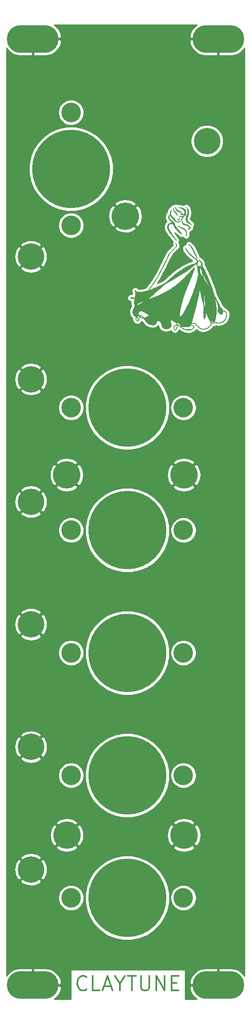
<source format=gbr>
G04 #@! TF.GenerationSoftware,KiCad,Pcbnew,(5.1.7)-1*
G04 #@! TF.CreationDate,2021-12-31T12:25:49+00:00*
G04 #@! TF.ProjectId,Panel,50616e65-6c2e-46b6-9963-61645f706362,rev?*
G04 #@! TF.SameCoordinates,Original*
G04 #@! TF.FileFunction,Copper,L1,Top*
G04 #@! TF.FilePolarity,Positive*
%FSLAX46Y46*%
G04 Gerber Fmt 4.6, Leading zero omitted, Abs format (unit mm)*
G04 Created by KiCad (PCBNEW (5.1.7)-1) date 2021-12-31 12:25:49*
%MOMM*%
%LPD*%
G01*
G04 APERTURE LIST*
G04 #@! TA.AperFunction,NonConductor*
%ADD10C,0.300000*%
G04 #@! TD*
G04 #@! TA.AperFunction,EtchedComponent*
%ADD11C,0.010000*%
G04 #@! TD*
G04 #@! TA.AperFunction,ComponentPad*
%ADD12C,5.600000*%
G04 #@! TD*
G04 #@! TA.AperFunction,ComponentPad*
%ADD13C,4.000000*%
G04 #@! TD*
G04 #@! TA.AperFunction,ComponentPad*
%ADD14C,16.000000*%
G04 #@! TD*
G04 #@! TA.AperFunction,ComponentPad*
%ADD15C,5.400000*%
G04 #@! TD*
G04 #@! TA.AperFunction,ComponentPad*
%ADD16O,10.600000X5.600000*%
G04 #@! TD*
G04 #@! TA.AperFunction,Conductor*
%ADD17C,0.254000*%
G04 #@! TD*
G04 #@! TA.AperFunction,Conductor*
%ADD18C,0.100000*%
G04 #@! TD*
G04 APERTURE END LIST*
D10*
X151390000Y-152791428D02*
X151247142Y-152934285D01*
X150818571Y-153077142D01*
X150532857Y-153077142D01*
X150104285Y-152934285D01*
X149818571Y-152648571D01*
X149675714Y-152362857D01*
X149532857Y-151791428D01*
X149532857Y-151362857D01*
X149675714Y-150791428D01*
X149818571Y-150505714D01*
X150104285Y-150220000D01*
X150532857Y-150077142D01*
X150818571Y-150077142D01*
X151247142Y-150220000D01*
X151390000Y-150362857D01*
X154104285Y-153077142D02*
X152675714Y-153077142D01*
X152675714Y-150077142D01*
X154961428Y-152220000D02*
X156390000Y-152220000D01*
X154675714Y-153077142D02*
X155675714Y-150077142D01*
X156675714Y-153077142D01*
X158247142Y-151648571D02*
X158247142Y-153077142D01*
X157247142Y-150077142D02*
X158247142Y-151648571D01*
X159247142Y-150077142D01*
X159818571Y-150077142D02*
X161532857Y-150077142D01*
X160675714Y-153077142D02*
X160675714Y-150077142D01*
X162532857Y-150077142D02*
X162532857Y-152505714D01*
X162675714Y-152791428D01*
X162818571Y-152934285D01*
X163104285Y-153077142D01*
X163675714Y-153077142D01*
X163961428Y-152934285D01*
X164104285Y-152791428D01*
X164247142Y-152505714D01*
X164247142Y-150077142D01*
X165675714Y-153077142D02*
X165675714Y-150077142D01*
X167390000Y-153077142D01*
X167390000Y-150077142D01*
X168818571Y-151505714D02*
X169818571Y-151505714D01*
X170247142Y-153077142D02*
X168818571Y-153077142D01*
X168818571Y-150077142D01*
X170247142Y-150077142D01*
D11*
G36*
X169643286Y6766411D02*
G01*
X169656708Y6717234D01*
X169659789Y6661306D01*
X169682083Y6528919D01*
X169723353Y6445695D01*
X169761300Y6380453D01*
X169784030Y6331469D01*
X169786917Y6319233D01*
X169808821Y6284612D01*
X169869707Y6233633D01*
X169962338Y6171140D01*
X170079474Y6101974D01*
X170213877Y6030977D01*
X170229139Y6023395D01*
X170327472Y5975952D01*
X170409304Y5938527D01*
X170463633Y5916042D01*
X170478733Y5911761D01*
X170525400Y5894212D01*
X170590312Y5849367D01*
X170660665Y5788935D01*
X170723657Y5724621D01*
X170766485Y5668132D01*
X170777662Y5638438D01*
X170791635Y5608842D01*
X170799225Y5606656D01*
X170822358Y5585935D01*
X170853986Y5534479D01*
X170862377Y5517667D01*
X170884931Y5454392D01*
X170875764Y5429246D01*
X170837242Y5442623D01*
X170771730Y5494918D01*
X170764740Y5501407D01*
X170697252Y5558212D01*
X170617592Y5616112D01*
X170539419Y5666210D01*
X170476393Y5699612D01*
X170446974Y5708358D01*
X170397424Y5721468D01*
X170317089Y5756561D01*
X170217408Y5807282D01*
X170109818Y5867278D01*
X170005757Y5930193D01*
X169916665Y5989673D01*
X169858300Y6035403D01*
X169753266Y6151558D01*
X169669307Y6287058D01*
X169610707Y6430328D01*
X169581752Y6569791D01*
X169586726Y6693872D01*
X169598946Y6736008D01*
X169622741Y6774255D01*
X169643286Y6766411D01*
G37*
X169643286Y6766411D02*
X169656708Y6717234D01*
X169659789Y6661306D01*
X169682083Y6528919D01*
X169723353Y6445695D01*
X169761300Y6380453D01*
X169784030Y6331469D01*
X169786917Y6319233D01*
X169808821Y6284612D01*
X169869707Y6233633D01*
X169962338Y6171140D01*
X170079474Y6101974D01*
X170213877Y6030977D01*
X170229139Y6023395D01*
X170327472Y5975952D01*
X170409304Y5938527D01*
X170463633Y5916042D01*
X170478733Y5911761D01*
X170525400Y5894212D01*
X170590312Y5849367D01*
X170660665Y5788935D01*
X170723657Y5724621D01*
X170766485Y5668132D01*
X170777662Y5638438D01*
X170791635Y5608842D01*
X170799225Y5606656D01*
X170822358Y5585935D01*
X170853986Y5534479D01*
X170862377Y5517667D01*
X170884931Y5454392D01*
X170875764Y5429246D01*
X170837242Y5442623D01*
X170771730Y5494918D01*
X170764740Y5501407D01*
X170697252Y5558212D01*
X170617592Y5616112D01*
X170539419Y5666210D01*
X170476393Y5699612D01*
X170446974Y5708358D01*
X170397424Y5721468D01*
X170317089Y5756561D01*
X170217408Y5807282D01*
X170109818Y5867278D01*
X170005757Y5930193D01*
X169916665Y5989673D01*
X169858300Y6035403D01*
X169753266Y6151558D01*
X169669307Y6287058D01*
X169610707Y6430328D01*
X169581752Y6569791D01*
X169586726Y6693872D01*
X169598946Y6736008D01*
X169622741Y6774255D01*
X169643286Y6766411D01*
G36*
X169139596Y6570393D02*
G01*
X169156107Y6519762D01*
X169169230Y6444935D01*
X169176050Y6359210D01*
X169176427Y6338019D01*
X169197499Y6250150D01*
X169256774Y6142605D01*
X169349257Y6022532D01*
X169469950Y5897078D01*
X169511078Y5859314D01*
X169637750Y5733665D01*
X169749399Y5598942D01*
X169838990Y5465351D01*
X169899491Y5343094D01*
X169921783Y5263413D01*
X169935945Y5182061D01*
X169951378Y5113198D01*
X169953822Y5104504D01*
X169952938Y5058987D01*
X169922933Y5046116D01*
X169876719Y5069921D01*
X169868278Y5077807D01*
X169843505Y5126656D01*
X169837767Y5165913D01*
X169818373Y5239331D01*
X169762524Y5339067D01*
X169673716Y5459983D01*
X169555448Y5596942D01*
X169514628Y5640515D01*
X169349051Y5826634D01*
X169223956Y5996078D01*
X169142738Y6138140D01*
X169122882Y6201079D01*
X169108694Y6288156D01*
X169100841Y6384632D01*
X169099988Y6475771D01*
X169106802Y6546836D01*
X169121949Y6583089D01*
X169122611Y6583530D01*
X169139596Y6570393D01*
G37*
X169139596Y6570393D02*
X169156107Y6519762D01*
X169169230Y6444935D01*
X169176050Y6359210D01*
X169176427Y6338019D01*
X169197499Y6250150D01*
X169256774Y6142605D01*
X169349257Y6022532D01*
X169469950Y5897078D01*
X169511078Y5859314D01*
X169637750Y5733665D01*
X169749399Y5598942D01*
X169838990Y5465351D01*
X169899491Y5343094D01*
X169921783Y5263413D01*
X169935945Y5182061D01*
X169951378Y5113198D01*
X169953822Y5104504D01*
X169952938Y5058987D01*
X169922933Y5046116D01*
X169876719Y5069921D01*
X169868278Y5077807D01*
X169843505Y5126656D01*
X169837767Y5165913D01*
X169818373Y5239331D01*
X169762524Y5339067D01*
X169673716Y5459983D01*
X169555448Y5596942D01*
X169514628Y5640515D01*
X169349051Y5826634D01*
X169223956Y5996078D01*
X169142738Y6138140D01*
X169122882Y6201079D01*
X169108694Y6288156D01*
X169100841Y6384632D01*
X169099988Y6475771D01*
X169106802Y6546836D01*
X169121949Y6583089D01*
X169122611Y6583530D01*
X169139596Y6570393D01*
G36*
X170443733Y4501618D02*
G01*
X170439930Y4456910D01*
X170425454Y4442292D01*
X170399558Y4412199D01*
X170397127Y4396830D01*
X170382700Y4364377D01*
X170371701Y4360810D01*
X170346930Y4367634D01*
X170346276Y4369617D01*
X170356602Y4395732D01*
X170382195Y4449406D01*
X170389980Y4464962D01*
X170418944Y4516679D01*
X170434980Y4525875D01*
X170443733Y4501618D01*
G37*
X170443733Y4501618D02*
X170439930Y4456910D01*
X170425454Y4442292D01*
X170399558Y4412199D01*
X170397127Y4396830D01*
X170382700Y4364377D01*
X170371701Y4360810D01*
X170346930Y4367634D01*
X170346276Y4369617D01*
X170356602Y4395732D01*
X170382195Y4449406D01*
X170389980Y4464962D01*
X170418944Y4516679D01*
X170434980Y4525875D01*
X170443733Y4501618D01*
G36*
X170212883Y4253609D02*
G01*
X170290983Y4239186D01*
X170342403Y4218956D01*
X170357950Y4196037D01*
X170345414Y4181762D01*
X170299475Y4168141D01*
X170225159Y4160398D01*
X170139093Y4158486D01*
X170057905Y4162356D01*
X169998219Y4171960D01*
X169977607Y4182832D01*
X169972190Y4223437D01*
X170014462Y4249017D01*
X170103354Y4258989D01*
X170117292Y4259109D01*
X170212883Y4253609D01*
G37*
X170212883Y4253609D02*
X170290983Y4239186D01*
X170342403Y4218956D01*
X170357950Y4196037D01*
X170345414Y4181762D01*
X170299475Y4168141D01*
X170225159Y4160398D01*
X170139093Y4158486D01*
X170057905Y4162356D01*
X169998219Y4171960D01*
X169977607Y4182832D01*
X169972190Y4223437D01*
X170014462Y4249017D01*
X170103354Y4258989D01*
X170117292Y4259109D01*
X170212883Y4253609D01*
G36*
X170223318Y4022752D02*
G01*
X170231862Y4004854D01*
X170202577Y3981440D01*
X170157389Y3995937D01*
X170142873Y4004854D01*
X170125969Y4022381D01*
X170152904Y4029290D01*
X170176155Y4029891D01*
X170223318Y4022752D01*
G37*
X170223318Y4022752D02*
X170231862Y4004854D01*
X170202577Y3981440D01*
X170157389Y3995937D01*
X170142873Y4004854D01*
X170125969Y4022381D01*
X170152904Y4029290D01*
X170176155Y4029891D01*
X170223318Y4022752D01*
G36*
X170296826Y6686175D02*
G01*
X170309409Y6677294D01*
X170344467Y6665215D01*
X170416858Y6652739D01*
X170513128Y6642006D01*
X170549679Y6639079D01*
X170730434Y6624677D01*
X170866417Y6610473D01*
X170963698Y6595657D01*
X171028348Y6579417D01*
X171045475Y6572768D01*
X171098912Y6549191D01*
X171175539Y6515566D01*
X171212524Y6499382D01*
X171356635Y6409920D01*
X171481044Y6280852D01*
X171582411Y6120717D01*
X171657395Y5938056D01*
X171702655Y5741408D01*
X171714850Y5539315D01*
X171690639Y5340316D01*
X171681111Y5301551D01*
X171660558Y5197106D01*
X171646798Y5073900D01*
X171643274Y4990090D01*
X171638397Y4895327D01*
X171626026Y4836457D01*
X171608961Y4817398D01*
X171590004Y4842068D01*
X171575489Y4895273D01*
X171558023Y4953811D01*
X171537987Y4985763D01*
X171526526Y5016436D01*
X171518525Y5082916D01*
X171515846Y5161711D01*
X171512938Y5247440D01*
X171505354Y5310752D01*
X171495815Y5336355D01*
X171484394Y5337433D01*
X171470091Y5321613D01*
X171448905Y5281293D01*
X171416836Y5208869D01*
X171370465Y5098148D01*
X171340032Y5027537D01*
X171314166Y4972060D01*
X171311711Y4967262D01*
X171306629Y4930614D01*
X171341832Y4911766D01*
X171375626Y4889232D01*
X171369251Y4861514D01*
X171328778Y4844584D01*
X171316027Y4843893D01*
X171255950Y4823948D01*
X171216435Y4776383D01*
X171210740Y4748598D01*
X171203071Y4719746D01*
X171177999Y4668309D01*
X171132434Y4588756D01*
X171063282Y4475556D01*
X171014396Y4397463D01*
X170980152Y4339195D01*
X170943382Y4271821D01*
X170861482Y4140689D01*
X170758618Y4013829D01*
X170644523Y3900412D01*
X170528927Y3809605D01*
X170421564Y3750578D01*
X170374616Y3735972D01*
X170306732Y3716518D01*
X170265412Y3699103D01*
X170214382Y3683924D01*
X170131873Y3670846D01*
X170036306Y3661476D01*
X169946101Y3657422D01*
X169879678Y3660293D01*
X169863193Y3663991D01*
X169798504Y3689330D01*
X169713792Y3725568D01*
X169596226Y3778191D01*
X169515025Y3824736D01*
X169422509Y3893175D01*
X169325853Y3976134D01*
X169232234Y4066240D01*
X169148826Y4156122D01*
X169082804Y4238406D01*
X169041345Y4305719D01*
X169036024Y4330334D01*
X169131103Y4330334D01*
X169162778Y4279419D01*
X169183404Y4253244D01*
X169232885Y4201426D01*
X169267027Y4182353D01*
X169278408Y4197217D01*
X169260531Y4246669D01*
X169218555Y4301718D01*
X169176124Y4335697D01*
X169135492Y4349760D01*
X169131103Y4330334D01*
X169036024Y4330334D01*
X169031623Y4350690D01*
X169033886Y4355987D01*
X169025754Y4387311D01*
X168985184Y4440485D01*
X168920233Y4506601D01*
X168838958Y4576751D01*
X168822545Y4589639D01*
X168747891Y4648046D01*
X168699718Y4689275D01*
X168664027Y4726927D01*
X168626819Y4774598D01*
X168613152Y4793043D01*
X168532653Y4936992D01*
X168482723Y5111662D01*
X168461960Y5322450D01*
X168461162Y5379194D01*
X168466239Y5525455D01*
X168484189Y5654536D01*
X168519095Y5783450D01*
X168575039Y5929211D01*
X168614770Y6019455D01*
X168662988Y6108849D01*
X168701008Y6150078D01*
X168724351Y6145502D01*
X168728540Y6097485D01*
X168709095Y6008388D01*
X168698438Y5975325D01*
X168667779Y5866363D01*
X168643230Y5741937D01*
X168625630Y5612802D01*
X168615821Y5489710D01*
X168614643Y5383417D01*
X168622938Y5304677D01*
X168641546Y5264243D01*
X168642772Y5263413D01*
X168662335Y5228424D01*
X168668198Y5184623D01*
X168688093Y5091174D01*
X168740803Y4988714D01*
X168815866Y4894933D01*
X168865010Y4851867D01*
X168924420Y4806648D01*
X168965002Y4774032D01*
X168973303Y4766420D01*
X169001284Y4745402D01*
X169056025Y4709887D01*
X169078278Y4696187D01*
X169191862Y4610111D01*
X169297081Y4499530D01*
X169385705Y4376342D01*
X169449503Y4252450D01*
X169480246Y4139751D01*
X169481812Y4112733D01*
X169484990Y4076125D01*
X169498336Y4043351D01*
X169527570Y4010424D01*
X169578410Y3973360D01*
X169656575Y3928172D01*
X169767782Y3870874D01*
X169917751Y3797482D01*
X169970906Y3771850D01*
X170035192Y3753888D01*
X170102091Y3753096D01*
X170149185Y3768967D01*
X170155585Y3776026D01*
X170190072Y3794575D01*
X170243728Y3801451D01*
X170331286Y3818956D01*
X170436821Y3865507D01*
X170544507Y3932158D01*
X170638522Y4009964D01*
X170667962Y4041281D01*
X170725827Y4115444D01*
X170794666Y4213521D01*
X170860294Y4315236D01*
X170864828Y4322672D01*
X170962918Y4484748D01*
X171036544Y4607438D01*
X171087977Y4694614D01*
X171119488Y4750144D01*
X171133351Y4777900D01*
X171134464Y4782019D01*
X171111945Y4792775D01*
X171047091Y4783316D01*
X170943955Y4754254D01*
X170937897Y4752307D01*
X170867889Y4731339D01*
X170816865Y4725332D01*
X170765392Y4736330D01*
X170694040Y4766376D01*
X170661654Y4781363D01*
X170537025Y4845088D01*
X170456910Y4899341D01*
X170423456Y4942612D01*
X170422552Y4949536D01*
X170442731Y4968400D01*
X170490994Y4966893D01*
X170543668Y4948073D01*
X170695104Y4891155D01*
X170842033Y4877488D01*
X170920728Y4890010D01*
X171008176Y4908968D01*
X171088682Y4919443D01*
X171107541Y4920170D01*
X171167373Y4932363D01*
X171209378Y4977732D01*
X171221591Y5000352D01*
X171254194Y5078804D01*
X171253915Y5130195D01*
X171218161Y5168309D01*
X171186578Y5186484D01*
X171120181Y5208067D01*
X171018146Y5220711D01*
X170873481Y5225237D01*
X170856047Y5225275D01*
X170740586Y5227619D01*
X170654944Y5234113D01*
X170607423Y5243946D01*
X170600530Y5250216D01*
X170622401Y5272548D01*
X170670450Y5288759D01*
X170740966Y5303403D01*
X170828141Y5322657D01*
X170848793Y5327382D01*
X170971275Y5348463D01*
X171067872Y5344804D01*
X171158220Y5314335D01*
X171204606Y5289880D01*
X171312886Y5227971D01*
X171354010Y5321968D01*
X171376332Y5396689D01*
X171390236Y5503546D01*
X171396659Y5650665D01*
X171397213Y5695645D01*
X171397345Y5820430D01*
X171394017Y5907246D01*
X171384946Y5968961D01*
X171367848Y6018442D01*
X171340440Y6068558D01*
X171327292Y6089739D01*
X171270933Y6170354D01*
X171210903Y6243106D01*
X171186795Y6267717D01*
X171119480Y6320459D01*
X171035725Y6373125D01*
X170951849Y6416759D01*
X170884168Y6442404D01*
X170862581Y6445695D01*
X170813991Y6455680D01*
X170748277Y6479892D01*
X170744213Y6481697D01*
X170662879Y6511597D01*
X170587818Y6530455D01*
X170425363Y6566001D01*
X170311984Y6610232D01*
X170260511Y6647287D01*
X170228537Y6684753D01*
X170234659Y6698986D01*
X170246552Y6699950D01*
X170296826Y6686175D01*
G37*
X170296826Y6686175D02*
X170309409Y6677294D01*
X170344467Y6665215D01*
X170416858Y6652739D01*
X170513128Y6642006D01*
X170549679Y6639079D01*
X170730434Y6624677D01*
X170866417Y6610473D01*
X170963698Y6595657D01*
X171028348Y6579417D01*
X171045475Y6572768D01*
X171098912Y6549191D01*
X171175539Y6515566D01*
X171212524Y6499382D01*
X171356635Y6409920D01*
X171481044Y6280852D01*
X171582411Y6120717D01*
X171657395Y5938056D01*
X171702655Y5741408D01*
X171714850Y5539315D01*
X171690639Y5340316D01*
X171681111Y5301551D01*
X171660558Y5197106D01*
X171646798Y5073900D01*
X171643274Y4990090D01*
X171638397Y4895327D01*
X171626026Y4836457D01*
X171608961Y4817398D01*
X171590004Y4842068D01*
X171575489Y4895273D01*
X171558023Y4953811D01*
X171537987Y4985763D01*
X171526526Y5016436D01*
X171518525Y5082916D01*
X171515846Y5161711D01*
X171512938Y5247440D01*
X171505354Y5310752D01*
X171495815Y5336355D01*
X171484394Y5337433D01*
X171470091Y5321613D01*
X171448905Y5281293D01*
X171416836Y5208869D01*
X171370465Y5098148D01*
X171340032Y5027537D01*
X171314166Y4972060D01*
X171311711Y4967262D01*
X171306629Y4930614D01*
X171341832Y4911766D01*
X171375626Y4889232D01*
X171369251Y4861514D01*
X171328778Y4844584D01*
X171316027Y4843893D01*
X171255950Y4823948D01*
X171216435Y4776383D01*
X171210740Y4748598D01*
X171203071Y4719746D01*
X171177999Y4668309D01*
X171132434Y4588756D01*
X171063282Y4475556D01*
X171014396Y4397463D01*
X170980152Y4339195D01*
X170943382Y4271821D01*
X170861482Y4140689D01*
X170758618Y4013829D01*
X170644523Y3900412D01*
X170528927Y3809605D01*
X170421564Y3750578D01*
X170374616Y3735972D01*
X170306732Y3716518D01*
X170265412Y3699103D01*
X170214382Y3683924D01*
X170131873Y3670846D01*
X170036306Y3661476D01*
X169946101Y3657422D01*
X169879678Y3660293D01*
X169863193Y3663991D01*
X169798504Y3689330D01*
X169713792Y3725568D01*
X169596226Y3778191D01*
X169515025Y3824736D01*
X169422509Y3893175D01*
X169325853Y3976134D01*
X169232234Y4066240D01*
X169148826Y4156122D01*
X169082804Y4238406D01*
X169041345Y4305719D01*
X169036024Y4330334D01*
X169131103Y4330334D01*
X169162778Y4279419D01*
X169183404Y4253244D01*
X169232885Y4201426D01*
X169267027Y4182353D01*
X169278408Y4197217D01*
X169260531Y4246669D01*
X169218555Y4301718D01*
X169176124Y4335697D01*
X169135492Y4349760D01*
X169131103Y4330334D01*
X169036024Y4330334D01*
X169031623Y4350690D01*
X169033886Y4355987D01*
X169025754Y4387311D01*
X168985184Y4440485D01*
X168920233Y4506601D01*
X168838958Y4576751D01*
X168822545Y4589639D01*
X168747891Y4648046D01*
X168699718Y4689275D01*
X168664027Y4726927D01*
X168626819Y4774598D01*
X168613152Y4793043D01*
X168532653Y4936992D01*
X168482723Y5111662D01*
X168461960Y5322450D01*
X168461162Y5379194D01*
X168466239Y5525455D01*
X168484189Y5654536D01*
X168519095Y5783450D01*
X168575039Y5929211D01*
X168614770Y6019455D01*
X168662988Y6108849D01*
X168701008Y6150078D01*
X168724351Y6145502D01*
X168728540Y6097485D01*
X168709095Y6008388D01*
X168698438Y5975325D01*
X168667779Y5866363D01*
X168643230Y5741937D01*
X168625630Y5612802D01*
X168615821Y5489710D01*
X168614643Y5383417D01*
X168622938Y5304677D01*
X168641546Y5264243D01*
X168642772Y5263413D01*
X168662335Y5228424D01*
X168668198Y5184623D01*
X168688093Y5091174D01*
X168740803Y4988714D01*
X168815866Y4894933D01*
X168865010Y4851867D01*
X168924420Y4806648D01*
X168965002Y4774032D01*
X168973303Y4766420D01*
X169001284Y4745402D01*
X169056025Y4709887D01*
X169078278Y4696187D01*
X169191862Y4610111D01*
X169297081Y4499530D01*
X169385705Y4376342D01*
X169449503Y4252450D01*
X169480246Y4139751D01*
X169481812Y4112733D01*
X169484990Y4076125D01*
X169498336Y4043351D01*
X169527570Y4010424D01*
X169578410Y3973360D01*
X169656575Y3928172D01*
X169767782Y3870874D01*
X169917751Y3797482D01*
X169970906Y3771850D01*
X170035192Y3753888D01*
X170102091Y3753096D01*
X170149185Y3768967D01*
X170155585Y3776026D01*
X170190072Y3794575D01*
X170243728Y3801451D01*
X170331286Y3818956D01*
X170436821Y3865507D01*
X170544507Y3932158D01*
X170638522Y4009964D01*
X170667962Y4041281D01*
X170725827Y4115444D01*
X170794666Y4213521D01*
X170860294Y4315236D01*
X170864828Y4322672D01*
X170962918Y4484748D01*
X171036544Y4607438D01*
X171087977Y4694614D01*
X171119488Y4750144D01*
X171133351Y4777900D01*
X171134464Y4782019D01*
X171111945Y4792775D01*
X171047091Y4783316D01*
X170943955Y4754254D01*
X170937897Y4752307D01*
X170867889Y4731339D01*
X170816865Y4725332D01*
X170765392Y4736330D01*
X170694040Y4766376D01*
X170661654Y4781363D01*
X170537025Y4845088D01*
X170456910Y4899341D01*
X170423456Y4942612D01*
X170422552Y4949536D01*
X170442731Y4968400D01*
X170490994Y4966893D01*
X170543668Y4948073D01*
X170695104Y4891155D01*
X170842033Y4877488D01*
X170920728Y4890010D01*
X171008176Y4908968D01*
X171088682Y4919443D01*
X171107541Y4920170D01*
X171167373Y4932363D01*
X171209378Y4977732D01*
X171221591Y5000352D01*
X171254194Y5078804D01*
X171253915Y5130195D01*
X171218161Y5168309D01*
X171186578Y5186484D01*
X171120181Y5208067D01*
X171018146Y5220711D01*
X170873481Y5225237D01*
X170856047Y5225275D01*
X170740586Y5227619D01*
X170654944Y5234113D01*
X170607423Y5243946D01*
X170600530Y5250216D01*
X170622401Y5272548D01*
X170670450Y5288759D01*
X170740966Y5303403D01*
X170828141Y5322657D01*
X170848793Y5327382D01*
X170971275Y5348463D01*
X171067872Y5344804D01*
X171158220Y5314335D01*
X171204606Y5289880D01*
X171312886Y5227971D01*
X171354010Y5321968D01*
X171376332Y5396689D01*
X171390236Y5503546D01*
X171396659Y5650665D01*
X171397213Y5695645D01*
X171397345Y5820430D01*
X171394017Y5907246D01*
X171384946Y5968961D01*
X171367848Y6018442D01*
X171340440Y6068558D01*
X171327292Y6089739D01*
X171270933Y6170354D01*
X171210903Y6243106D01*
X171186795Y6267717D01*
X171119480Y6320459D01*
X171035725Y6373125D01*
X170951849Y6416759D01*
X170884168Y6442404D01*
X170862581Y6445695D01*
X170813991Y6455680D01*
X170748277Y6479892D01*
X170744213Y6481697D01*
X170662879Y6511597D01*
X170587818Y6530455D01*
X170425363Y6566001D01*
X170311984Y6610232D01*
X170260511Y6647287D01*
X170228537Y6684753D01*
X170234659Y6698986D01*
X170246552Y6699950D01*
X170296826Y6686175D01*
G36*
X171843731Y6726791D02*
G01*
X171902982Y6677190D01*
X171971907Y6592510D01*
X172043061Y6485556D01*
X172108998Y6369133D01*
X172162274Y6256045D01*
X172195444Y6159096D01*
X172202715Y6109367D01*
X172211542Y6048499D01*
X172232968Y5969663D01*
X172239737Y5949899D01*
X172258007Y5869693D01*
X172270497Y5755749D01*
X172277140Y5622062D01*
X172277867Y5482627D01*
X172272610Y5351439D01*
X172261302Y5242493D01*
X172243875Y5169784D01*
X172243520Y5168930D01*
X172212204Y5086557D01*
X172181751Y4994869D01*
X172178406Y4983733D01*
X172139281Y4864060D01*
X172083523Y4715476D01*
X172048506Y4627777D01*
X172005141Y4494180D01*
X171983282Y4367110D01*
X171984966Y4261606D01*
X171993997Y4225035D01*
X172015038Y4153020D01*
X172024331Y4093856D01*
X172024354Y4091858D01*
X172042988Y4038749D01*
X172094270Y3961865D01*
X172171272Y3869358D01*
X172267063Y3769382D01*
X172374714Y3670090D01*
X172403887Y3645311D01*
X172521411Y3545335D01*
X172631085Y3448386D01*
X172726501Y3360496D01*
X172801251Y3287698D01*
X172848925Y3236023D01*
X172863393Y3212796D01*
X172854851Y3194526D01*
X172823339Y3197311D01*
X172760030Y3222866D01*
X172723553Y3239978D01*
X172643420Y3277478D01*
X172542533Y3323541D01*
X172469299Y3356366D01*
X172310148Y3428088D01*
X172189140Y3485845D01*
X172097283Y3534753D01*
X172025586Y3579928D01*
X171965057Y3626490D01*
X171914474Y3672118D01*
X171818737Y3777951D01*
X171747961Y3894214D01*
X171696814Y4032961D01*
X171659968Y4206245D01*
X171650631Y4268754D01*
X171652910Y4373544D01*
X171683867Y4515681D01*
X171743838Y4696260D01*
X171833160Y4916373D01*
X171887915Y5039366D01*
X171921135Y5118599D01*
X171942985Y5182978D01*
X171948078Y5209487D01*
X171962969Y5253447D01*
X171973503Y5263413D01*
X171982044Y5293033D01*
X171988861Y5363895D01*
X171993929Y5466417D01*
X171997224Y5591020D01*
X171998719Y5728121D01*
X171998391Y5868141D01*
X171996214Y6001498D01*
X171992162Y6118611D01*
X171986211Y6209900D01*
X171978336Y6265784D01*
X171976151Y6272877D01*
X171954580Y6333959D01*
X171928291Y6415797D01*
X171920120Y6442702D01*
X171893087Y6517585D01*
X171864553Y6573743D01*
X171855164Y6585827D01*
X171825231Y6633711D01*
X171806050Y6686903D01*
X171797148Y6734333D01*
X171811431Y6742134D01*
X171843731Y6726791D01*
G37*
X171843731Y6726791D02*
X171902982Y6677190D01*
X171971907Y6592510D01*
X172043061Y6485556D01*
X172108998Y6369133D01*
X172162274Y6256045D01*
X172195444Y6159096D01*
X172202715Y6109367D01*
X172211542Y6048499D01*
X172232968Y5969663D01*
X172239737Y5949899D01*
X172258007Y5869693D01*
X172270497Y5755749D01*
X172277140Y5622062D01*
X172277867Y5482627D01*
X172272610Y5351439D01*
X172261302Y5242493D01*
X172243875Y5169784D01*
X172243520Y5168930D01*
X172212204Y5086557D01*
X172181751Y4994869D01*
X172178406Y4983733D01*
X172139281Y4864060D01*
X172083523Y4715476D01*
X172048506Y4627777D01*
X172005141Y4494180D01*
X171983282Y4367110D01*
X171984966Y4261606D01*
X171993997Y4225035D01*
X172015038Y4153020D01*
X172024331Y4093856D01*
X172024354Y4091858D01*
X172042988Y4038749D01*
X172094270Y3961865D01*
X172171272Y3869358D01*
X172267063Y3769382D01*
X172374714Y3670090D01*
X172403887Y3645311D01*
X172521411Y3545335D01*
X172631085Y3448386D01*
X172726501Y3360496D01*
X172801251Y3287698D01*
X172848925Y3236023D01*
X172863393Y3212796D01*
X172854851Y3194526D01*
X172823339Y3197311D01*
X172760030Y3222866D01*
X172723553Y3239978D01*
X172643420Y3277478D01*
X172542533Y3323541D01*
X172469299Y3356366D01*
X172310148Y3428088D01*
X172189140Y3485845D01*
X172097283Y3534753D01*
X172025586Y3579928D01*
X171965057Y3626490D01*
X171914474Y3672118D01*
X171818737Y3777951D01*
X171747961Y3894214D01*
X171696814Y4032961D01*
X171659968Y4206245D01*
X171650631Y4268754D01*
X171652910Y4373544D01*
X171683867Y4515681D01*
X171743838Y4696260D01*
X171833160Y4916373D01*
X171887915Y5039366D01*
X171921135Y5118599D01*
X171942985Y5182978D01*
X171948078Y5209487D01*
X171962969Y5253447D01*
X171973503Y5263413D01*
X171982044Y5293033D01*
X171988861Y5363895D01*
X171993929Y5466417D01*
X171997224Y5591020D01*
X171998719Y5728121D01*
X171998391Y5868141D01*
X171996214Y6001498D01*
X171992162Y6118611D01*
X171986211Y6209900D01*
X171978336Y6265784D01*
X171976151Y6272877D01*
X171954580Y6333959D01*
X171928291Y6415797D01*
X171920120Y6442702D01*
X171893087Y6517585D01*
X171864553Y6573743D01*
X171855164Y6585827D01*
X171825231Y6633711D01*
X171806050Y6686903D01*
X171797148Y6734333D01*
X171811431Y6742134D01*
X171843731Y6726791D01*
G36*
X171008769Y3925116D02*
G01*
X171018976Y3881335D01*
X171024815Y3804262D01*
X171025153Y3719779D01*
X171029664Y3600680D01*
X171055865Y3517138D01*
X171110980Y3455957D01*
X171196686Y3406539D01*
X171273283Y3376983D01*
X171384020Y3342288D01*
X171513059Y3306706D01*
X171644563Y3274491D01*
X171762697Y3249895D01*
X171808238Y3242303D01*
X172035557Y3186342D01*
X172233332Y3089252D01*
X172403790Y2949601D01*
X172548752Y2766586D01*
X172613957Y2644284D01*
X172635422Y2540217D01*
X172612942Y2446340D01*
X172546310Y2354608D01*
X172537972Y2346012D01*
X172461763Y2280859D01*
X172385925Y2247871D01*
X172329459Y2238219D01*
X172243789Y2236485D01*
X172168751Y2247480D01*
X172151481Y2253423D01*
X172118320Y2270127D01*
X172115550Y2283836D01*
X172149247Y2300787D01*
X172222377Y2326173D01*
X172296893Y2352359D01*
X172348013Y2372757D01*
X172362216Y2380721D01*
X172377345Y2407783D01*
X172399379Y2447202D01*
X172424056Y2504632D01*
X172431161Y2539798D01*
X172413499Y2580542D01*
X172367247Y2643300D01*
X172302506Y2717089D01*
X172229377Y2790925D01*
X172157960Y2853825D01*
X172111767Y2887110D01*
X172029586Y2930955D01*
X171930137Y2974307D01*
X171830419Y3010746D01*
X171747430Y3033856D01*
X171710308Y3038688D01*
X171662984Y3045257D01*
X171583689Y3065933D01*
X171467467Y3102170D01*
X171309364Y3155422D01*
X171291356Y3161637D01*
X171128405Y3238608D01*
X171007258Y3341407D01*
X170929540Y3467973D01*
X170896875Y3616246D01*
X170896061Y3663008D01*
X170904958Y3748125D01*
X170924541Y3828179D01*
X170950312Y3892716D01*
X170977777Y3931278D01*
X171002440Y3933409D01*
X171008769Y3925116D01*
G37*
X171008769Y3925116D02*
X171018976Y3881335D01*
X171024815Y3804262D01*
X171025153Y3719779D01*
X171029664Y3600680D01*
X171055865Y3517138D01*
X171110980Y3455957D01*
X171196686Y3406539D01*
X171273283Y3376983D01*
X171384020Y3342288D01*
X171513059Y3306706D01*
X171644563Y3274491D01*
X171762697Y3249895D01*
X171808238Y3242303D01*
X172035557Y3186342D01*
X172233332Y3089252D01*
X172403790Y2949601D01*
X172548752Y2766586D01*
X172613957Y2644284D01*
X172635422Y2540217D01*
X172612942Y2446340D01*
X172546310Y2354608D01*
X172537972Y2346012D01*
X172461763Y2280859D01*
X172385925Y2247871D01*
X172329459Y2238219D01*
X172243789Y2236485D01*
X172168751Y2247480D01*
X172151481Y2253423D01*
X172118320Y2270127D01*
X172115550Y2283836D01*
X172149247Y2300787D01*
X172222377Y2326173D01*
X172296893Y2352359D01*
X172348013Y2372757D01*
X172362216Y2380721D01*
X172377345Y2407783D01*
X172399379Y2447202D01*
X172424056Y2504632D01*
X172431161Y2539798D01*
X172413499Y2580542D01*
X172367247Y2643300D01*
X172302506Y2717089D01*
X172229377Y2790925D01*
X172157960Y2853825D01*
X172111767Y2887110D01*
X172029586Y2930955D01*
X171930137Y2974307D01*
X171830419Y3010746D01*
X171747430Y3033856D01*
X171710308Y3038688D01*
X171662984Y3045257D01*
X171583689Y3065933D01*
X171467467Y3102170D01*
X171309364Y3155422D01*
X171291356Y3161637D01*
X171128405Y3238608D01*
X171007258Y3341407D01*
X170929540Y3467973D01*
X170896875Y3616246D01*
X170896061Y3663008D01*
X170904958Y3748125D01*
X170924541Y3828179D01*
X170950312Y3892716D01*
X170977777Y3931278D01*
X171002440Y3933409D01*
X171008769Y3925116D01*
G36*
X170128000Y2911694D02*
G01*
X170207521Y2882492D01*
X170318024Y2831660D01*
X170353498Y2813924D01*
X170489556Y2747417D01*
X170646600Y2674534D01*
X170798251Y2607403D01*
X170853209Y2584166D01*
X171104513Y2472354D01*
X171311020Y2362326D01*
X171478335Y2249099D01*
X171612061Y2127692D01*
X171717800Y1993124D01*
X171801155Y1840412D01*
X171859702Y1689294D01*
X171879405Y1598058D01*
X171891198Y1476469D01*
X171895359Y1338194D01*
X171892168Y1196900D01*
X171881902Y1066256D01*
X171864838Y959928D01*
X171843557Y895672D01*
X171812949Y852128D01*
X171789289Y841642D01*
X171787974Y842702D01*
X171780592Y874102D01*
X171774694Y944896D01*
X171770997Y1043636D01*
X171770100Y1127995D01*
X171761057Y1343590D01*
X171731555Y1525362D01*
X171678032Y1687447D01*
X171596928Y1843982D01*
X171584770Y1863709D01*
X171498420Y1983368D01*
X171394063Y2091303D01*
X171264736Y2192611D01*
X171103478Y2292389D01*
X170903326Y2395733D01*
X170778508Y2453961D01*
X170692465Y2497004D01*
X170583748Y2557161D01*
X170463911Y2627373D01*
X170344508Y2700582D01*
X170237092Y2769730D01*
X170153216Y2827758D01*
X170109465Y2862690D01*
X170075558Y2902475D01*
X170082874Y2918582D01*
X170128000Y2911694D01*
G37*
X170128000Y2911694D02*
X170207521Y2882492D01*
X170318024Y2831660D01*
X170353498Y2813924D01*
X170489556Y2747417D01*
X170646600Y2674534D01*
X170798251Y2607403D01*
X170853209Y2584166D01*
X171104513Y2472354D01*
X171311020Y2362326D01*
X171478335Y2249099D01*
X171612061Y2127692D01*
X171717800Y1993124D01*
X171801155Y1840412D01*
X171859702Y1689294D01*
X171879405Y1598058D01*
X171891198Y1476469D01*
X171895359Y1338194D01*
X171892168Y1196900D01*
X171881902Y1066256D01*
X171864838Y959928D01*
X171843557Y895672D01*
X171812949Y852128D01*
X171789289Y841642D01*
X171787974Y842702D01*
X171780592Y874102D01*
X171774694Y944896D01*
X171770997Y1043636D01*
X171770100Y1127995D01*
X171761057Y1343590D01*
X171731555Y1525362D01*
X171678032Y1687447D01*
X171596928Y1843982D01*
X171584770Y1863709D01*
X171498420Y1983368D01*
X171394063Y2091303D01*
X171264736Y2192611D01*
X171103478Y2292389D01*
X170903326Y2395733D01*
X170778508Y2453961D01*
X170692465Y2497004D01*
X170583748Y2557161D01*
X170463911Y2627373D01*
X170344508Y2700582D01*
X170237092Y2769730D01*
X170153216Y2827758D01*
X170109465Y2862690D01*
X170075558Y2902475D01*
X170082874Y2918582D01*
X170128000Y2911694D01*
G36*
X168300672Y5192570D02*
G01*
X168309883Y5165102D01*
X168307412Y5109005D01*
X168293359Y5015836D01*
X168282579Y4955738D01*
X168270517Y4762278D01*
X168302302Y4570651D01*
X168352558Y4440359D01*
X168414709Y4352632D01*
X168522509Y4246232D01*
X168674757Y4122248D01*
X168817497Y4018302D01*
X168925373Y3939050D01*
X169033592Y3853441D01*
X169124364Y3775752D01*
X169152145Y3749758D01*
X169244668Y3644519D01*
X169320616Y3529228D01*
X169373901Y3415874D01*
X169398436Y3316447D01*
X169396737Y3268020D01*
X169394503Y3219751D01*
X169410828Y3165280D01*
X169450684Y3092268D01*
X169495320Y3023411D01*
X169548496Y2941531D01*
X169588353Y2875241D01*
X169607994Y2836166D01*
X169608939Y2831918D01*
X169625416Y2809954D01*
X169628008Y2809733D01*
X169650331Y2790050D01*
X169691919Y2738128D01*
X169744471Y2664464D01*
X169753901Y2650530D01*
X169823354Y2553336D01*
X169910411Y2440195D01*
X169998363Y2332689D01*
X170014586Y2313770D01*
X170175548Y2127250D01*
X170305288Y1975428D01*
X170406478Y1855093D01*
X170481790Y1763031D01*
X170533894Y1696032D01*
X170564118Y1653003D01*
X170611443Y1584940D01*
X170657225Y1527780D01*
X170657535Y1527438D01*
X170691177Y1484081D01*
X170702232Y1459923D01*
X170717294Y1431781D01*
X170756038Y1378789D01*
X170791221Y1335185D01*
X170840731Y1272007D01*
X170873039Y1223263D01*
X170880210Y1205652D01*
X170871392Y1186164D01*
X170842133Y1188787D01*
X170788227Y1215826D01*
X170705467Y1269588D01*
X170589646Y1352378D01*
X170524254Y1400735D01*
X170353274Y1536382D01*
X170176100Y1691657D01*
X170002112Y1857219D01*
X169840689Y2023725D01*
X169701209Y2181833D01*
X169593050Y2322201D01*
X169580015Y2341287D01*
X169420407Y2594354D01*
X169295515Y2825735D01*
X169242645Y2940329D01*
X169203434Y3009668D01*
X169143215Y3093963D01*
X169091234Y3156445D01*
X168991480Y3249243D01*
X168884880Y3307947D01*
X168761988Y3334714D01*
X168613361Y3331703D01*
X168444600Y3304246D01*
X168342870Y3258308D01*
X168260489Y3170504D01*
X168199765Y3046881D01*
X168163004Y2893484D01*
X168152516Y2716358D01*
X168163700Y2568318D01*
X168178602Y2465549D01*
X168193981Y2377520D01*
X168206944Y2320454D01*
X168209036Y2314064D01*
X168240141Y2240452D01*
X168285841Y2144660D01*
X168337960Y2042549D01*
X168388323Y1949982D01*
X168428753Y1882820D01*
X168438383Y1869119D01*
X168481658Y1810178D01*
X168541000Y1727019D01*
X168610646Y1627986D01*
X168684835Y1521427D01*
X168757803Y1415685D01*
X168823789Y1319107D01*
X168877032Y1240038D01*
X168911768Y1186823D01*
X168922452Y1168012D01*
X168936349Y1139424D01*
X168947547Y1124352D01*
X169004864Y1050214D01*
X169072533Y957088D01*
X169137201Y863838D01*
X169185511Y789329D01*
X169189788Y782182D01*
X169225691Y728699D01*
X169252977Y700734D01*
X169256751Y699549D01*
X169278698Y678884D01*
X169289128Y655055D01*
X169313418Y611000D01*
X169359834Y547596D01*
X169392055Y508858D01*
X169442321Y446148D01*
X169474728Y395883D01*
X169481324Y377494D01*
X169497109Y343048D01*
X169503308Y339356D01*
X169528819Y314792D01*
X169572442Y260209D01*
X169624932Y188450D01*
X169677042Y112357D01*
X169719526Y44776D01*
X169733635Y19419D01*
X169746801Y-25464D01*
X169730031Y-39809D01*
X169693078Y-24862D01*
X169645698Y18131D01*
X169634135Y32132D01*
X169585915Y89961D01*
X169519802Y164758D01*
X169472321Y216466D01*
X169398412Y299431D01*
X169325854Y387143D01*
X169291023Y432582D01*
X169238085Y502045D01*
X169190385Y559686D01*
X169175078Y576262D01*
X169136859Y618481D01*
X169080991Y684409D01*
X169034315Y741527D01*
X168969946Y820722D01*
X168888168Y920081D01*
X168804383Y1020913D01*
X168786075Y1042792D01*
X168696822Y1149394D01*
X168631711Y1227838D01*
X168582209Y1288933D01*
X168539787Y1343489D01*
X168495912Y1402313D01*
X168442054Y1476216D01*
X168420156Y1506417D01*
X168360736Y1590887D01*
X168314949Y1660733D01*
X168289670Y1705248D01*
X168286817Y1714058D01*
X168267584Y1744741D01*
X168264304Y1746229D01*
X168235595Y1774634D01*
X168191423Y1838419D01*
X168137798Y1926870D01*
X168080730Y2029270D01*
X168026229Y2134907D01*
X167980304Y2233065D01*
X167952945Y2301351D01*
X167919549Y2426454D01*
X167899862Y2564884D01*
X167894165Y2702634D01*
X167902737Y2825696D01*
X167925857Y2920065D01*
X167940030Y2947860D01*
X167970171Y3002767D01*
X167981711Y3040109D01*
X167996573Y3078186D01*
X168034795Y3141744D01*
X168086829Y3217496D01*
X168143129Y3292153D01*
X168194148Y3352429D01*
X168228950Y3384219D01*
X168350573Y3456528D01*
X168444948Y3504808D01*
X168526597Y3534030D01*
X168610046Y3549162D01*
X168709819Y3555173D01*
X168730077Y3555658D01*
X168935165Y3559909D01*
X169113143Y3420620D01*
X169194916Y3355403D01*
X169261293Y3300195D01*
X169301944Y3263684D01*
X169308807Y3256091D01*
X169332642Y3234857D01*
X169342209Y3249395D01*
X169336224Y3286311D01*
X169315760Y3328712D01*
X169232958Y3433879D01*
X169119037Y3541453D01*
X168967984Y3656599D01*
X168815953Y3757898D01*
X168640754Y3877528D01*
X168484783Y3999852D01*
X168354960Y4118608D01*
X168258201Y4227535D01*
X168206054Y4309960D01*
X168142712Y4474648D01*
X168114701Y4621570D01*
X168116923Y4707121D01*
X168144529Y4868873D01*
X168176866Y5005472D01*
X168211802Y5110463D01*
X168247204Y5177394D01*
X168279678Y5199849D01*
X168300672Y5192570D01*
G37*
X168300672Y5192570D02*
X168309883Y5165102D01*
X168307412Y5109005D01*
X168293359Y5015836D01*
X168282579Y4955738D01*
X168270517Y4762278D01*
X168302302Y4570651D01*
X168352558Y4440359D01*
X168414709Y4352632D01*
X168522509Y4246232D01*
X168674757Y4122248D01*
X168817497Y4018302D01*
X168925373Y3939050D01*
X169033592Y3853441D01*
X169124364Y3775752D01*
X169152145Y3749758D01*
X169244668Y3644519D01*
X169320616Y3529228D01*
X169373901Y3415874D01*
X169398436Y3316447D01*
X169396737Y3268020D01*
X169394503Y3219751D01*
X169410828Y3165280D01*
X169450684Y3092268D01*
X169495320Y3023411D01*
X169548496Y2941531D01*
X169588353Y2875241D01*
X169607994Y2836166D01*
X169608939Y2831918D01*
X169625416Y2809954D01*
X169628008Y2809733D01*
X169650331Y2790050D01*
X169691919Y2738128D01*
X169744471Y2664464D01*
X169753901Y2650530D01*
X169823354Y2553336D01*
X169910411Y2440195D01*
X169998363Y2332689D01*
X170014586Y2313770D01*
X170175548Y2127250D01*
X170305288Y1975428D01*
X170406478Y1855093D01*
X170481790Y1763031D01*
X170533894Y1696032D01*
X170564118Y1653003D01*
X170611443Y1584940D01*
X170657225Y1527780D01*
X170657535Y1527438D01*
X170691177Y1484081D01*
X170702232Y1459923D01*
X170717294Y1431781D01*
X170756038Y1378789D01*
X170791221Y1335185D01*
X170840731Y1272007D01*
X170873039Y1223263D01*
X170880210Y1205652D01*
X170871392Y1186164D01*
X170842133Y1188787D01*
X170788227Y1215826D01*
X170705467Y1269588D01*
X170589646Y1352378D01*
X170524254Y1400735D01*
X170353274Y1536382D01*
X170176100Y1691657D01*
X170002112Y1857219D01*
X169840689Y2023725D01*
X169701209Y2181833D01*
X169593050Y2322201D01*
X169580015Y2341287D01*
X169420407Y2594354D01*
X169295515Y2825735D01*
X169242645Y2940329D01*
X169203434Y3009668D01*
X169143215Y3093963D01*
X169091234Y3156445D01*
X168991480Y3249243D01*
X168884880Y3307947D01*
X168761988Y3334714D01*
X168613361Y3331703D01*
X168444600Y3304246D01*
X168342870Y3258308D01*
X168260489Y3170504D01*
X168199765Y3046881D01*
X168163004Y2893484D01*
X168152516Y2716358D01*
X168163700Y2568318D01*
X168178602Y2465549D01*
X168193981Y2377520D01*
X168206944Y2320454D01*
X168209036Y2314064D01*
X168240141Y2240452D01*
X168285841Y2144660D01*
X168337960Y2042549D01*
X168388323Y1949982D01*
X168428753Y1882820D01*
X168438383Y1869119D01*
X168481658Y1810178D01*
X168541000Y1727019D01*
X168610646Y1627986D01*
X168684835Y1521427D01*
X168757803Y1415685D01*
X168823789Y1319107D01*
X168877032Y1240038D01*
X168911768Y1186823D01*
X168922452Y1168012D01*
X168936349Y1139424D01*
X168947547Y1124352D01*
X169004864Y1050214D01*
X169072533Y957088D01*
X169137201Y863838D01*
X169185511Y789329D01*
X169189788Y782182D01*
X169225691Y728699D01*
X169252977Y700734D01*
X169256751Y699549D01*
X169278698Y678884D01*
X169289128Y655055D01*
X169313418Y611000D01*
X169359834Y547596D01*
X169392055Y508858D01*
X169442321Y446148D01*
X169474728Y395883D01*
X169481324Y377494D01*
X169497109Y343048D01*
X169503308Y339356D01*
X169528819Y314792D01*
X169572442Y260209D01*
X169624932Y188450D01*
X169677042Y112357D01*
X169719526Y44776D01*
X169733635Y19419D01*
X169746801Y-25464D01*
X169730031Y-39809D01*
X169693078Y-24862D01*
X169645698Y18131D01*
X169634135Y32132D01*
X169585915Y89961D01*
X169519802Y164758D01*
X169472321Y216466D01*
X169398412Y299431D01*
X169325854Y387143D01*
X169291023Y432582D01*
X169238085Y502045D01*
X169190385Y559686D01*
X169175078Y576262D01*
X169136859Y618481D01*
X169080991Y684409D01*
X169034315Y741527D01*
X168969946Y820722D01*
X168888168Y920081D01*
X168804383Y1020913D01*
X168786075Y1042792D01*
X168696822Y1149394D01*
X168631711Y1227838D01*
X168582209Y1288933D01*
X168539787Y1343489D01*
X168495912Y1402313D01*
X168442054Y1476216D01*
X168420156Y1506417D01*
X168360736Y1590887D01*
X168314949Y1660733D01*
X168289670Y1705248D01*
X168286817Y1714058D01*
X168267584Y1744741D01*
X168264304Y1746229D01*
X168235595Y1774634D01*
X168191423Y1838419D01*
X168137798Y1926870D01*
X168080730Y2029270D01*
X168026229Y2134907D01*
X167980304Y2233065D01*
X167952945Y2301351D01*
X167919549Y2426454D01*
X167899862Y2564884D01*
X167894165Y2702634D01*
X167902737Y2825696D01*
X167925857Y2920065D01*
X167940030Y2947860D01*
X167970171Y3002767D01*
X167981711Y3040109D01*
X167996573Y3078186D01*
X168034795Y3141744D01*
X168086829Y3217496D01*
X168143129Y3292153D01*
X168194148Y3352429D01*
X168228950Y3384219D01*
X168350573Y3456528D01*
X168444948Y3504808D01*
X168526597Y3534030D01*
X168610046Y3549162D01*
X168709819Y3555173D01*
X168730077Y3555658D01*
X168935165Y3559909D01*
X169113143Y3420620D01*
X169194916Y3355403D01*
X169261293Y3300195D01*
X169301944Y3263684D01*
X169308807Y3256091D01*
X169332642Y3234857D01*
X169342209Y3249395D01*
X169336224Y3286311D01*
X169315760Y3328712D01*
X169232958Y3433879D01*
X169119037Y3541453D01*
X168967984Y3656599D01*
X168815953Y3757898D01*
X168640754Y3877528D01*
X168484783Y3999852D01*
X168354960Y4118608D01*
X168258201Y4227535D01*
X168206054Y4309960D01*
X168142712Y4474648D01*
X168114701Y4621570D01*
X168116923Y4707121D01*
X168144529Y4868873D01*
X168176866Y5005472D01*
X168211802Y5110463D01*
X168247204Y5177394D01*
X168279678Y5199849D01*
X168300672Y5192570D01*
G36*
X172329963Y-844167D02*
G01*
X172370861Y-862176D01*
X172380310Y-874808D01*
X172399178Y-897131D01*
X172449487Y-941528D01*
X172521789Y-999838D01*
X172551932Y-1023083D01*
X172636142Y-1089189D01*
X172707906Y-1149000D01*
X172754762Y-1192029D01*
X172761762Y-1199689D01*
X172796973Y-1242285D01*
X172852251Y-1309557D01*
X172914314Y-1385336D01*
X172972541Y-1456172D01*
X173017825Y-1510571D01*
X173040879Y-1537382D01*
X173041371Y-1537888D01*
X173066652Y-1575165D01*
X173109872Y-1652106D01*
X173167841Y-1762121D01*
X173237367Y-1898622D01*
X173315261Y-2055021D01*
X173398332Y-2224726D01*
X173483389Y-2401150D01*
X173567242Y-2577704D01*
X173646700Y-2747798D01*
X173718574Y-2904842D01*
X173779672Y-3042249D01*
X173826803Y-3153429D01*
X173841598Y-3190541D01*
X173875373Y-3271978D01*
X173921754Y-3376731D01*
X173970864Y-3482505D01*
X173972178Y-3485255D01*
X174012842Y-3572292D01*
X174043176Y-3641017D01*
X174057808Y-3679149D01*
X174058388Y-3682302D01*
X174043360Y-3697846D01*
X174010264Y-3682039D01*
X173994600Y-3666301D01*
X173852070Y-3477633D01*
X173717440Y-3266817D01*
X173678020Y-3196140D01*
X173626901Y-3099757D01*
X173568608Y-2986762D01*
X173507666Y-2866248D01*
X173448600Y-2747311D01*
X173395936Y-2639045D01*
X173354199Y-2550544D01*
X173327914Y-2490901D01*
X173321051Y-2470227D01*
X173310823Y-2440720D01*
X173283418Y-2376118D01*
X173243751Y-2287129D01*
X173196738Y-2184459D01*
X173147295Y-2078814D01*
X173100337Y-1980902D01*
X173060781Y-1901429D01*
X173052993Y-1886400D01*
X172895420Y-1621033D01*
X172703694Y-1356745D01*
X172543814Y-1168707D01*
X172460856Y-1075816D01*
X172388630Y-991234D01*
X172335451Y-924933D01*
X172310894Y-889405D01*
X172292437Y-848122D01*
X172305526Y-838962D01*
X172329963Y-844167D01*
G37*
X172329963Y-844167D02*
X172370861Y-862176D01*
X172380310Y-874808D01*
X172399178Y-897131D01*
X172449487Y-941528D01*
X172521789Y-999838D01*
X172551932Y-1023083D01*
X172636142Y-1089189D01*
X172707906Y-1149000D01*
X172754762Y-1192029D01*
X172761762Y-1199689D01*
X172796973Y-1242285D01*
X172852251Y-1309557D01*
X172914314Y-1385336D01*
X172972541Y-1456172D01*
X173017825Y-1510571D01*
X173040879Y-1537382D01*
X173041371Y-1537888D01*
X173066652Y-1575165D01*
X173109872Y-1652106D01*
X173167841Y-1762121D01*
X173237367Y-1898622D01*
X173315261Y-2055021D01*
X173398332Y-2224726D01*
X173483389Y-2401150D01*
X173567242Y-2577704D01*
X173646700Y-2747798D01*
X173718574Y-2904842D01*
X173779672Y-3042249D01*
X173826803Y-3153429D01*
X173841598Y-3190541D01*
X173875373Y-3271978D01*
X173921754Y-3376731D01*
X173970864Y-3482505D01*
X173972178Y-3485255D01*
X174012842Y-3572292D01*
X174043176Y-3641017D01*
X174057808Y-3679149D01*
X174058388Y-3682302D01*
X174043360Y-3697846D01*
X174010264Y-3682039D01*
X173994600Y-3666301D01*
X173852070Y-3477633D01*
X173717440Y-3266817D01*
X173678020Y-3196140D01*
X173626901Y-3099757D01*
X173568608Y-2986762D01*
X173507666Y-2866248D01*
X173448600Y-2747311D01*
X173395936Y-2639045D01*
X173354199Y-2550544D01*
X173327914Y-2490901D01*
X173321051Y-2470227D01*
X173310823Y-2440720D01*
X173283418Y-2376118D01*
X173243751Y-2287129D01*
X173196738Y-2184459D01*
X173147295Y-2078814D01*
X173100337Y-1980902D01*
X173060781Y-1901429D01*
X173052993Y-1886400D01*
X172895420Y-1621033D01*
X172703694Y-1356745D01*
X172543814Y-1168707D01*
X172460856Y-1075816D01*
X172388630Y-991234D01*
X172335451Y-924933D01*
X172310894Y-889405D01*
X172292437Y-848122D01*
X172305526Y-838962D01*
X172329963Y-844167D01*
G36*
X169657444Y-592366D02*
G01*
X169669181Y-616217D01*
X169692731Y-668595D01*
X169728656Y-734180D01*
X169730335Y-736987D01*
X169772703Y-832740D01*
X169812377Y-971840D01*
X169847247Y-1146785D01*
X169849518Y-1160576D01*
X169854549Y-1203993D01*
X169849026Y-1239728D01*
X169826587Y-1277172D01*
X169780869Y-1325714D01*
X169705510Y-1394744D01*
X169668632Y-1427543D01*
X169282361Y-1785255D01*
X168944521Y-2130095D01*
X168654531Y-2462747D01*
X168411812Y-2783899D01*
X168215783Y-3094237D01*
X168137185Y-3241392D01*
X168083816Y-3345984D01*
X168033233Y-3441868D01*
X167993509Y-3513860D01*
X167981719Y-3533784D01*
X167949226Y-3594184D01*
X167933025Y-3639475D01*
X167932719Y-3642348D01*
X167918798Y-3682009D01*
X167885788Y-3744772D01*
X167867297Y-3775326D01*
X167829333Y-3840732D01*
X167806607Y-3890057D01*
X167803733Y-3902453D01*
X167791067Y-3938308D01*
X167759030Y-3998509D01*
X167740170Y-4029580D01*
X167701889Y-4098066D01*
X167679243Y-4153743D01*
X167676606Y-4168915D01*
X167663034Y-4203073D01*
X167651181Y-4207558D01*
X167630093Y-4228710D01*
X167625755Y-4255296D01*
X167607289Y-4311472D01*
X167587617Y-4334685D01*
X167554981Y-4384885D01*
X167549479Y-4414075D01*
X167538214Y-4453669D01*
X167524054Y-4461812D01*
X167502965Y-4482964D01*
X167498628Y-4509550D01*
X167480162Y-4565727D01*
X167460490Y-4588939D01*
X167428502Y-4628868D01*
X167422649Y-4649260D01*
X167412184Y-4683116D01*
X167383763Y-4751162D01*
X167342252Y-4842144D01*
X167311286Y-4906757D01*
X167251823Y-5028871D01*
X167180737Y-5175234D01*
X167108490Y-5324289D01*
X167064482Y-5415266D01*
X167006345Y-5533580D01*
X166950531Y-5643662D01*
X166903721Y-5732535D01*
X166874644Y-5783934D01*
X166841724Y-5840872D01*
X166792098Y-5930810D01*
X166732399Y-6041569D01*
X166669257Y-6160971D01*
X166666983Y-6165316D01*
X166502168Y-6478662D01*
X166357724Y-6749622D01*
X166231839Y-6981568D01*
X166122700Y-7177868D01*
X166112989Y-7195045D01*
X166063424Y-7282761D01*
X166016305Y-7366430D01*
X165995709Y-7403147D01*
X165952740Y-7477003D01*
X165900789Y-7562500D01*
X165885479Y-7586976D01*
X165847364Y-7650124D01*
X165824009Y-7694151D01*
X165820550Y-7704270D01*
X165808005Y-7731519D01*
X165775031Y-7789881D01*
X165728621Y-7867642D01*
X165675766Y-7953091D01*
X165623459Y-8034516D01*
X165622765Y-8035570D01*
X165589486Y-8095571D01*
X165575305Y-8129430D01*
X165552263Y-8166967D01*
X165537905Y-8173924D01*
X165515784Y-8193024D01*
X165515445Y-8197022D01*
X165501624Y-8224386D01*
X165462540Y-8288209D01*
X165401762Y-8383065D01*
X165322859Y-8503526D01*
X165229401Y-8644165D01*
X165124957Y-8799555D01*
X165013095Y-8964268D01*
X164956086Y-9047570D01*
X164920553Y-9097433D01*
X164868996Y-9167566D01*
X164810221Y-9246270D01*
X164753034Y-9321848D01*
X164706242Y-9382600D01*
X164678652Y-9416828D01*
X164675894Y-9419770D01*
X164654110Y-9445538D01*
X164612098Y-9498668D01*
X164574873Y-9546897D01*
X164476129Y-9671608D01*
X164379007Y-9786380D01*
X164288476Y-9886189D01*
X164209504Y-9966010D01*
X164147059Y-10020818D01*
X164106110Y-10045588D01*
X164091621Y-10035669D01*
X164107331Y-10002885D01*
X164139401Y-9962858D01*
X164181273Y-9910768D01*
X164233104Y-9837012D01*
X164257617Y-9799155D01*
X164301484Y-9732645D01*
X164336556Y-9685634D01*
X164348900Y-9673004D01*
X164371801Y-9647573D01*
X164416572Y-9590235D01*
X164475801Y-9510657D01*
X164516721Y-9454127D01*
X164604087Y-9334024D01*
X164703807Y-9199717D01*
X164797283Y-9076205D01*
X164816246Y-9051561D01*
X164884646Y-8962252D01*
X164942967Y-8884656D01*
X164982932Y-8829856D01*
X164994224Y-8813232D01*
X165024907Y-8770087D01*
X165074160Y-8706654D01*
X165102282Y-8671952D01*
X165149812Y-8608567D01*
X165179686Y-8557858D01*
X165184915Y-8540737D01*
X165205334Y-8505613D01*
X165223053Y-8495260D01*
X165256772Y-8467014D01*
X165261191Y-8451971D01*
X165274935Y-8414075D01*
X165308922Y-8356674D01*
X165318300Y-8343115D01*
X165361086Y-8279607D01*
X165414512Y-8195479D01*
X165472173Y-8101468D01*
X165527663Y-8008316D01*
X165574577Y-7926762D01*
X165606508Y-7867545D01*
X165617147Y-7842056D01*
X165637276Y-7817909D01*
X165655285Y-7808774D01*
X165688956Y-7782723D01*
X165693423Y-7769449D01*
X165706184Y-7739130D01*
X165740814Y-7675617D01*
X165791830Y-7588586D01*
X165845976Y-7500151D01*
X165906645Y-7401901D01*
X165955877Y-7320329D01*
X165988261Y-7264524D01*
X165998528Y-7243857D01*
X166010831Y-7217156D01*
X166041818Y-7163620D01*
X166058033Y-7137333D01*
X166110480Y-7048777D01*
X166181897Y-6920817D01*
X166269021Y-6759785D01*
X166368592Y-6572011D01*
X166477348Y-6363829D01*
X166592030Y-6141567D01*
X166709377Y-5911559D01*
X166826126Y-5680134D01*
X166939019Y-5453625D01*
X167044793Y-5238362D01*
X167140189Y-5040677D01*
X167167579Y-4983033D01*
X167263464Y-4780480D01*
X167342812Y-4613226D01*
X167410770Y-4470576D01*
X167472485Y-4341834D01*
X167533104Y-4216305D01*
X167597775Y-4083294D01*
X167671646Y-3932103D01*
X167759862Y-3752039D01*
X167767144Y-3737188D01*
X167846704Y-3575964D01*
X167922202Y-3424918D01*
X167989725Y-3291723D01*
X168045363Y-3184052D01*
X168085206Y-3109579D01*
X168100544Y-3082988D01*
X168136856Y-3019178D01*
X168157722Y-2971696D01*
X168159689Y-2961817D01*
X168176282Y-2921223D01*
X168222800Y-2849448D01*
X168294357Y-2752372D01*
X168386063Y-2635878D01*
X168493032Y-2505848D01*
X168610375Y-2368164D01*
X168733204Y-2228709D01*
X168856632Y-2093365D01*
X168975769Y-1968013D01*
X169036591Y-1906557D01*
X169128654Y-1816813D01*
X169243324Y-1707541D01*
X169365350Y-1593163D01*
X169469557Y-1497138D01*
X169723353Y-1265697D01*
X169723353Y-1128469D01*
X169712244Y-994765D01*
X169682742Y-855376D01*
X169640583Y-736030D01*
X169631886Y-718263D01*
X169613332Y-661844D01*
X169610463Y-607290D01*
X169623343Y-574430D01*
X169631399Y-571722D01*
X169657444Y-592366D01*
G37*
X169657444Y-592366D02*
X169669181Y-616217D01*
X169692731Y-668595D01*
X169728656Y-734180D01*
X169730335Y-736987D01*
X169772703Y-832740D01*
X169812377Y-971840D01*
X169847247Y-1146785D01*
X169849518Y-1160576D01*
X169854549Y-1203993D01*
X169849026Y-1239728D01*
X169826587Y-1277172D01*
X169780869Y-1325714D01*
X169705510Y-1394744D01*
X169668632Y-1427543D01*
X169282361Y-1785255D01*
X168944521Y-2130095D01*
X168654531Y-2462747D01*
X168411812Y-2783899D01*
X168215783Y-3094237D01*
X168137185Y-3241392D01*
X168083816Y-3345984D01*
X168033233Y-3441868D01*
X167993509Y-3513860D01*
X167981719Y-3533784D01*
X167949226Y-3594184D01*
X167933025Y-3639475D01*
X167932719Y-3642348D01*
X167918798Y-3682009D01*
X167885788Y-3744772D01*
X167867297Y-3775326D01*
X167829333Y-3840732D01*
X167806607Y-3890057D01*
X167803733Y-3902453D01*
X167791067Y-3938308D01*
X167759030Y-3998509D01*
X167740170Y-4029580D01*
X167701889Y-4098066D01*
X167679243Y-4153743D01*
X167676606Y-4168915D01*
X167663034Y-4203073D01*
X167651181Y-4207558D01*
X167630093Y-4228710D01*
X167625755Y-4255296D01*
X167607289Y-4311472D01*
X167587617Y-4334685D01*
X167554981Y-4384885D01*
X167549479Y-4414075D01*
X167538214Y-4453669D01*
X167524054Y-4461812D01*
X167502965Y-4482964D01*
X167498628Y-4509550D01*
X167480162Y-4565727D01*
X167460490Y-4588939D01*
X167428502Y-4628868D01*
X167422649Y-4649260D01*
X167412184Y-4683116D01*
X167383763Y-4751162D01*
X167342252Y-4842144D01*
X167311286Y-4906757D01*
X167251823Y-5028871D01*
X167180737Y-5175234D01*
X167108490Y-5324289D01*
X167064482Y-5415266D01*
X167006345Y-5533580D01*
X166950531Y-5643662D01*
X166903721Y-5732535D01*
X166874644Y-5783934D01*
X166841724Y-5840872D01*
X166792098Y-5930810D01*
X166732399Y-6041569D01*
X166669257Y-6160971D01*
X166666983Y-6165316D01*
X166502168Y-6478662D01*
X166357724Y-6749622D01*
X166231839Y-6981568D01*
X166122700Y-7177868D01*
X166112989Y-7195045D01*
X166063424Y-7282761D01*
X166016305Y-7366430D01*
X165995709Y-7403147D01*
X165952740Y-7477003D01*
X165900789Y-7562500D01*
X165885479Y-7586976D01*
X165847364Y-7650124D01*
X165824009Y-7694151D01*
X165820550Y-7704270D01*
X165808005Y-7731519D01*
X165775031Y-7789881D01*
X165728621Y-7867642D01*
X165675766Y-7953091D01*
X165623459Y-8034516D01*
X165622765Y-8035570D01*
X165589486Y-8095571D01*
X165575305Y-8129430D01*
X165552263Y-8166967D01*
X165537905Y-8173924D01*
X165515784Y-8193024D01*
X165515445Y-8197022D01*
X165501624Y-8224386D01*
X165462540Y-8288209D01*
X165401762Y-8383065D01*
X165322859Y-8503526D01*
X165229401Y-8644165D01*
X165124957Y-8799555D01*
X165013095Y-8964268D01*
X164956086Y-9047570D01*
X164920553Y-9097433D01*
X164868996Y-9167566D01*
X164810221Y-9246270D01*
X164753034Y-9321848D01*
X164706242Y-9382600D01*
X164678652Y-9416828D01*
X164675894Y-9419770D01*
X164654110Y-9445538D01*
X164612098Y-9498668D01*
X164574873Y-9546897D01*
X164476129Y-9671608D01*
X164379007Y-9786380D01*
X164288476Y-9886189D01*
X164209504Y-9966010D01*
X164147059Y-10020818D01*
X164106110Y-10045588D01*
X164091621Y-10035669D01*
X164107331Y-10002885D01*
X164139401Y-9962858D01*
X164181273Y-9910768D01*
X164233104Y-9837012D01*
X164257617Y-9799155D01*
X164301484Y-9732645D01*
X164336556Y-9685634D01*
X164348900Y-9673004D01*
X164371801Y-9647573D01*
X164416572Y-9590235D01*
X164475801Y-9510657D01*
X164516721Y-9454127D01*
X164604087Y-9334024D01*
X164703807Y-9199717D01*
X164797283Y-9076205D01*
X164816246Y-9051561D01*
X164884646Y-8962252D01*
X164942967Y-8884656D01*
X164982932Y-8829856D01*
X164994224Y-8813232D01*
X165024907Y-8770087D01*
X165074160Y-8706654D01*
X165102282Y-8671952D01*
X165149812Y-8608567D01*
X165179686Y-8557858D01*
X165184915Y-8540737D01*
X165205334Y-8505613D01*
X165223053Y-8495260D01*
X165256772Y-8467014D01*
X165261191Y-8451971D01*
X165274935Y-8414075D01*
X165308922Y-8356674D01*
X165318300Y-8343115D01*
X165361086Y-8279607D01*
X165414512Y-8195479D01*
X165472173Y-8101468D01*
X165527663Y-8008316D01*
X165574577Y-7926762D01*
X165606508Y-7867545D01*
X165617147Y-7842056D01*
X165637276Y-7817909D01*
X165655285Y-7808774D01*
X165688956Y-7782723D01*
X165693423Y-7769449D01*
X165706184Y-7739130D01*
X165740814Y-7675617D01*
X165791830Y-7588586D01*
X165845976Y-7500151D01*
X165906645Y-7401901D01*
X165955877Y-7320329D01*
X165988261Y-7264524D01*
X165998528Y-7243857D01*
X166010831Y-7217156D01*
X166041818Y-7163620D01*
X166058033Y-7137333D01*
X166110480Y-7048777D01*
X166181897Y-6920817D01*
X166269021Y-6759785D01*
X166368592Y-6572011D01*
X166477348Y-6363829D01*
X166592030Y-6141567D01*
X166709377Y-5911559D01*
X166826126Y-5680134D01*
X166939019Y-5453625D01*
X167044793Y-5238362D01*
X167140189Y-5040677D01*
X167167579Y-4983033D01*
X167263464Y-4780480D01*
X167342812Y-4613226D01*
X167410770Y-4470576D01*
X167472485Y-4341834D01*
X167533104Y-4216305D01*
X167597775Y-4083294D01*
X167671646Y-3932103D01*
X167759862Y-3752039D01*
X167767144Y-3737188D01*
X167846704Y-3575964D01*
X167922202Y-3424918D01*
X167989725Y-3291723D01*
X168045363Y-3184052D01*
X168085206Y-3109579D01*
X168100544Y-3082988D01*
X168136856Y-3019178D01*
X168157722Y-2971696D01*
X168159689Y-2961817D01*
X168176282Y-2921223D01*
X168222800Y-2849448D01*
X168294357Y-2752372D01*
X168386063Y-2635878D01*
X168493032Y-2505848D01*
X168610375Y-2368164D01*
X168733204Y-2228709D01*
X168856632Y-2093365D01*
X168975769Y-1968013D01*
X169036591Y-1906557D01*
X169128654Y-1816813D01*
X169243324Y-1707541D01*
X169365350Y-1593163D01*
X169469557Y-1497138D01*
X169723353Y-1265697D01*
X169723353Y-1128469D01*
X169712244Y-994765D01*
X169682742Y-855376D01*
X169640583Y-736030D01*
X169631886Y-718263D01*
X169613332Y-661844D01*
X169610463Y-607290D01*
X169623343Y-574430D01*
X169631399Y-571722D01*
X169657444Y-592366D01*
G36*
X171681526Y-1586062D02*
G01*
X171716125Y-1642580D01*
X171759177Y-1722837D01*
X171770100Y-1744543D01*
X171835995Y-1861555D01*
X171927432Y-2002675D01*
X172035098Y-2154985D01*
X172149674Y-2305571D01*
X172261847Y-2441516D01*
X172317919Y-2504054D01*
X172394257Y-2587554D01*
X172472454Y-2675401D01*
X172510437Y-2719202D01*
X172592617Y-2808648D01*
X172699521Y-2915524D01*
X172816180Y-3025472D01*
X172927629Y-3124134D01*
X172965095Y-3155351D01*
X173021527Y-3201911D01*
X173059740Y-3234506D01*
X173066796Y-3241040D01*
X173109330Y-3278834D01*
X173183167Y-3338367D01*
X173278148Y-3411939D01*
X173384111Y-3491853D01*
X173490899Y-3570407D01*
X173588349Y-3639904D01*
X173638869Y-3674560D01*
X173825944Y-3805273D01*
X173970762Y-3919506D01*
X174077182Y-4022197D01*
X174149065Y-4118284D01*
X174190273Y-4212705D01*
X174204667Y-4310401D01*
X174199772Y-4391987D01*
X174179399Y-4476460D01*
X174141748Y-4580264D01*
X174094578Y-4685885D01*
X174045645Y-4775805D01*
X174006138Y-4829210D01*
X173983857Y-4883349D01*
X173991587Y-4954496D01*
X174019441Y-5009956D01*
X174049250Y-5074603D01*
X174057579Y-5125289D01*
X174080335Y-5203652D01*
X174143661Y-5254616D01*
X174243496Y-5275150D01*
X174258700Y-5275426D01*
X174348548Y-5285415D01*
X174431838Y-5310021D01*
X174443954Y-5315728D01*
X174508353Y-5340131D01*
X174547185Y-5330590D01*
X174549478Y-5328440D01*
X174596165Y-5304512D01*
X174653558Y-5300683D01*
X174701369Y-5315179D01*
X174719449Y-5343318D01*
X174729634Y-5388965D01*
X174755972Y-5459842D01*
X174792139Y-5542597D01*
X174831810Y-5623878D01*
X174868660Y-5690332D01*
X174896365Y-5728609D01*
X174904077Y-5733084D01*
X174916709Y-5711273D01*
X174912425Y-5655365D01*
X174911439Y-5650451D01*
X174898201Y-5576377D01*
X174883682Y-5480023D01*
X174876772Y-5427978D01*
X174864573Y-5347874D01*
X174849563Y-5306933D01*
X174825291Y-5293598D01*
X174802082Y-5294195D01*
X174757453Y-5282551D01*
X174743059Y-5248998D01*
X174767357Y-5213687D01*
X174768100Y-5213222D01*
X174792206Y-5183331D01*
X174826786Y-5123960D01*
X174844326Y-5089383D01*
X174872629Y-5027665D01*
X174884179Y-4981591D01*
X174879299Y-4931807D01*
X174858310Y-4858961D01*
X174848661Y-4828913D01*
X174819565Y-4734903D01*
X174795130Y-4649433D01*
X174783848Y-4604758D01*
X174758813Y-4550639D01*
X174707881Y-4476193D01*
X174641562Y-4396597D01*
X174634212Y-4388642D01*
X174518108Y-4261455D01*
X174436447Y-4165005D01*
X174386318Y-4095529D01*
X174364808Y-4049261D01*
X174363493Y-4038629D01*
X174379506Y-4012107D01*
X174424466Y-4021437D01*
X174493752Y-4064271D01*
X174582745Y-4138263D01*
X174610328Y-4164018D01*
X174689006Y-4235399D01*
X174765069Y-4298289D01*
X174819887Y-4337634D01*
X174880573Y-4392416D01*
X174931104Y-4467103D01*
X174937141Y-4480102D01*
X174984637Y-4609430D01*
X175020295Y-4742440D01*
X175042573Y-4868322D01*
X175049930Y-4976265D01*
X175040825Y-5055459D01*
X175023810Y-5088022D01*
X175013151Y-5122296D01*
X175032068Y-5179513D01*
X175082862Y-5265303D01*
X175116162Y-5313922D01*
X175143665Y-5360244D01*
X175188856Y-5444672D01*
X175247803Y-5559287D01*
X175316573Y-5696172D01*
X175391232Y-5847406D01*
X175467847Y-6005071D01*
X175542485Y-6161248D01*
X175611212Y-6308020D01*
X175627458Y-6343294D01*
X175672307Y-6440469D01*
X175726599Y-6557284D01*
X175775144Y-6661112D01*
X175821721Y-6761310D01*
X175865020Y-6856087D01*
X175896007Y-6925665D01*
X175897050Y-6928079D01*
X175926956Y-6996200D01*
X175969060Y-7090601D01*
X176014447Y-7191300D01*
X176016146Y-7195045D01*
X176061573Y-7295603D01*
X176104195Y-7390631D01*
X176135046Y-7460136D01*
X176135869Y-7462012D01*
X176168852Y-7536227D01*
X176211470Y-7630787D01*
X176238796Y-7690841D01*
X176311927Y-7854270D01*
X176370007Y-7992502D01*
X176391561Y-8046797D01*
X176415193Y-8103444D01*
X176451579Y-8186548D01*
X176485946Y-8262913D01*
X176525350Y-8350278D01*
X176558366Y-8425185D01*
X176575752Y-8466317D01*
X176594793Y-8514464D01*
X176625957Y-8593553D01*
X176662783Y-8687193D01*
X176665908Y-8695146D01*
X176710810Y-8806527D01*
X176758734Y-8920922D01*
X176795508Y-9005033D01*
X176828432Y-9083790D01*
X176850106Y-9147108D01*
X176855185Y-9172748D01*
X176866798Y-9222057D01*
X176897540Y-9300444D01*
X176941266Y-9392865D01*
X176958522Y-9425782D01*
X176979291Y-9489856D01*
X176982312Y-9519626D01*
X176993910Y-9568443D01*
X177007737Y-9585035D01*
X177029403Y-9621043D01*
X177033163Y-9648039D01*
X177044252Y-9701958D01*
X177071372Y-9771345D01*
X177075603Y-9780022D01*
X177119412Y-9868461D01*
X177144849Y-9923872D01*
X177156814Y-9958440D01*
X177160207Y-9984351D01*
X177160290Y-9990635D01*
X177169854Y-10038570D01*
X177193164Y-10105035D01*
X177195984Y-10111750D01*
X177225681Y-10190925D01*
X177255499Y-10284839D01*
X177262446Y-10309660D01*
X177285417Y-10390827D01*
X177306439Y-10458317D01*
X177312267Y-10474925D01*
X177360495Y-10613459D01*
X177395086Y-10733205D01*
X177412923Y-10822798D01*
X177414670Y-10848450D01*
X177423112Y-10904757D01*
X177439970Y-10932583D01*
X177458266Y-10966943D01*
X177465395Y-11023298D01*
X177476893Y-11069334D01*
X177509854Y-11155109D01*
X177561974Y-11275405D01*
X177630954Y-11425006D01*
X177714490Y-11598692D01*
X177759147Y-11689215D01*
X177851869Y-11875575D01*
X177925304Y-12022599D01*
X177982716Y-12136529D01*
X178027371Y-12223605D01*
X178062532Y-12290068D01*
X178091464Y-12342159D01*
X178117432Y-12386120D01*
X178143700Y-12428190D01*
X178154637Y-12445287D01*
X178188277Y-12500852D01*
X178235275Y-12582337D01*
X178279585Y-12661512D01*
X178334982Y-12761935D01*
X178391586Y-12864358D01*
X178427094Y-12928479D01*
X178464852Y-12996964D01*
X178493205Y-13050386D01*
X178520145Y-13104784D01*
X178553664Y-13176196D01*
X178591809Y-13259009D01*
X178633332Y-13355745D01*
X178670154Y-13452204D01*
X178686122Y-13500551D01*
X178729595Y-13629759D01*
X178773406Y-13716857D01*
X178823365Y-13770294D01*
X178885282Y-13798514D01*
X178892280Y-13800257D01*
X178992872Y-13847770D01*
X179083923Y-13934104D01*
X179157389Y-14047249D01*
X179205231Y-14175197D01*
X179219749Y-14289254D01*
X179219749Y-14377728D01*
X179386478Y-14377728D01*
X179546849Y-14395939D01*
X179693563Y-14453549D01*
X179836612Y-14555024D01*
X179887603Y-14601672D01*
X179967197Y-14687208D01*
X180022689Y-14772501D01*
X180058030Y-14869431D01*
X180077172Y-14989874D01*
X180084066Y-15145708D01*
X180084340Y-15193013D01*
X180081049Y-15355137D01*
X180068839Y-15485589D01*
X180044435Y-15603234D01*
X180004569Y-15726937D01*
X179981013Y-15788839D01*
X179960639Y-15842636D01*
X179931851Y-15920815D01*
X179917469Y-15960461D01*
X179888615Y-16029455D01*
X179862710Y-16073172D01*
X179851931Y-16081232D01*
X179834070Y-16102557D01*
X179829960Y-16132083D01*
X179821007Y-16173423D01*
X179808615Y-16182933D01*
X179783593Y-16203451D01*
X179758331Y-16246451D01*
X179702325Y-16334756D01*
X179614546Y-16433030D01*
X179504860Y-16533815D01*
X179383132Y-16629657D01*
X179259227Y-16713099D01*
X179143010Y-16776686D01*
X179044347Y-16812961D01*
X179001347Y-16818569D01*
X178949929Y-16827229D01*
X178929323Y-16840814D01*
X178899392Y-16854771D01*
X178831915Y-16872288D01*
X178739750Y-16890190D01*
X178709113Y-16895176D01*
X178624602Y-16906943D01*
X178546496Y-16913675D01*
X178463907Y-16915152D01*
X178365949Y-16911150D01*
X178241737Y-16901448D01*
X178080383Y-16885824D01*
X178037931Y-16881478D01*
X177975563Y-16871935D01*
X177894392Y-16853152D01*
X177783658Y-16822423D01*
X177679706Y-16791421D01*
X177599271Y-16771229D01*
X177556251Y-16773139D01*
X177541894Y-16797935D01*
X177541671Y-16803796D01*
X177522281Y-16874572D01*
X177474429Y-16946055D01*
X177413595Y-16998097D01*
X177382762Y-17010618D01*
X177296572Y-17020117D01*
X177214008Y-17005792D01*
X177126276Y-16963471D01*
X177024580Y-16888985D01*
X176907979Y-16785527D01*
X176847270Y-16730410D01*
X176816159Y-16708307D01*
X176808245Y-16716312D01*
X176814518Y-16743113D01*
X176850719Y-16944965D01*
X176836542Y-17143385D01*
X176772420Y-17336948D01*
X176658786Y-17524230D01*
X176533524Y-17667572D01*
X176356945Y-17820338D01*
X176160423Y-17949426D01*
X175959449Y-18045358D01*
X175863593Y-18077515D01*
X175758425Y-18108056D01*
X175650387Y-18140541D01*
X175605927Y-18154345D01*
X175466199Y-18182182D01*
X175298697Y-18190706D01*
X175120465Y-18181241D01*
X174948546Y-18155108D01*
X174799984Y-18113630D01*
X174738863Y-18087077D01*
X174688370Y-18067792D01*
X174667590Y-18064415D01*
X174632228Y-18049048D01*
X174567909Y-18007793D01*
X174484233Y-17947921D01*
X174390796Y-17876703D01*
X174297196Y-17801409D01*
X174213029Y-17729310D01*
X174160090Y-17679955D01*
X174091131Y-17609275D01*
X174003628Y-17515873D01*
X173912261Y-17415524D01*
X173874172Y-17372730D01*
X173723457Y-17222180D01*
X173564804Y-17100164D01*
X173408736Y-17014196D01*
X173333763Y-16986724D01*
X173272208Y-16974700D01*
X173178039Y-16963203D01*
X173069466Y-16954365D01*
X173046277Y-16953033D01*
X172919391Y-16950305D01*
X172834992Y-16959841D01*
X172785619Y-16984354D01*
X172763812Y-17026560D01*
X172760883Y-17056867D01*
X172745005Y-17120522D01*
X172722745Y-17160315D01*
X172693102Y-17216073D01*
X172685415Y-17251720D01*
X172667724Y-17299546D01*
X172634564Y-17339790D01*
X172596463Y-17384243D01*
X172583713Y-17415180D01*
X172564560Y-17456660D01*
X172515886Y-17513274D01*
X172450869Y-17572542D01*
X172382690Y-17621985D01*
X172343398Y-17642745D01*
X172266416Y-17662651D01*
X172148740Y-17677802D01*
X172000304Y-17688187D01*
X171831043Y-17693792D01*
X171650892Y-17694608D01*
X171469784Y-17690622D01*
X171297656Y-17681821D01*
X171144441Y-17668194D01*
X171020074Y-17649730D01*
X170994624Y-17644350D01*
X170815643Y-17578129D01*
X170660689Y-17468380D01*
X170533733Y-17318302D01*
X170483910Y-17232886D01*
X170416019Y-17124396D01*
X170405534Y-17111926D01*
X172493257Y-17111926D01*
X172513584Y-17123541D01*
X172519255Y-17123674D01*
X172551303Y-17102428D01*
X172558288Y-17072823D01*
X172553317Y-17031441D01*
X172546470Y-17021972D01*
X172526772Y-17041436D01*
X172507437Y-17072823D01*
X172493257Y-17111926D01*
X170405534Y-17111926D01*
X170332410Y-17024967D01*
X170247278Y-16950568D01*
X170215850Y-16931328D01*
X170111812Y-16883957D01*
X170069699Y-16869420D01*
X172861089Y-16869420D01*
X173078482Y-16869420D01*
X173199713Y-16872325D01*
X173289246Y-16883339D01*
X173366021Y-16905909D01*
X173427636Y-16932983D01*
X173502611Y-16967554D01*
X173559030Y-16990639D01*
X173579870Y-16996547D01*
X173615490Y-17011695D01*
X173676026Y-17058197D01*
X173763157Y-17137637D01*
X173878564Y-17251600D01*
X174023924Y-17401671D01*
X174147377Y-17532228D01*
X174299225Y-17682031D01*
X174453088Y-17811823D01*
X174601943Y-17916909D01*
X174738765Y-17992593D01*
X174856532Y-18034181D01*
X174908093Y-18040776D01*
X174982513Y-18049238D01*
X175037267Y-18064415D01*
X175103396Y-18078835D01*
X175205722Y-18084952D01*
X175330308Y-18082977D01*
X175463219Y-18073124D01*
X175588185Y-18056016D01*
X175676723Y-18038273D01*
X175744633Y-18020631D01*
X175776757Y-18007174D01*
X175816706Y-17990191D01*
X175837575Y-17988139D01*
X175878910Y-17977409D01*
X175951674Y-17948905D01*
X176042099Y-17908157D01*
X176068523Y-17895397D01*
X176228098Y-17800559D01*
X176382873Y-17678639D01*
X176520363Y-17541412D01*
X176628081Y-17400654D01*
X176668299Y-17329737D01*
X176699490Y-17261410D01*
X176719634Y-17200160D01*
X176731040Y-17131738D01*
X176736020Y-17041894D01*
X176736883Y-16916378D01*
X176736853Y-16906905D01*
X176735381Y-16779894D01*
X176730452Y-16690212D01*
X176719706Y-16624348D01*
X176700781Y-16568792D01*
X176671316Y-16510033D01*
X176665737Y-16499921D01*
X176623788Y-16425959D01*
X176603493Y-16391867D01*
X176768573Y-16391867D01*
X176780206Y-16426656D01*
X176812334Y-16480796D01*
X176860501Y-16548091D01*
X176920250Y-16622349D01*
X176987123Y-16697374D01*
X177056664Y-16766973D01*
X177124416Y-16824952D01*
X177129481Y-16828794D01*
X177237506Y-16895655D01*
X177324338Y-16917345D01*
X177391789Y-16894044D01*
X177424333Y-16857602D01*
X177456634Y-16789237D01*
X177463362Y-16730718D01*
X177444302Y-16695796D01*
X177426912Y-16691442D01*
X177372038Y-16679799D01*
X177344279Y-16667806D01*
X177302633Y-16646642D01*
X177256322Y-16623733D01*
X177607844Y-16623733D01*
X177636506Y-16673260D01*
X177703410Y-16691436D01*
X177704965Y-16691442D01*
X177760500Y-16701155D01*
X177784484Y-16714263D01*
X177823626Y-16731906D01*
X177890715Y-16747271D01*
X177910340Y-16750146D01*
X178003838Y-16765849D01*
X178094507Y-16786486D01*
X178101031Y-16788286D01*
X178221762Y-16808928D01*
X178373177Y-16815191D01*
X178537351Y-16807631D01*
X178696358Y-16786802D01*
X178785904Y-16767092D01*
X178895278Y-16734881D01*
X179000741Y-16698640D01*
X179079575Y-16666178D01*
X179079967Y-16665989D01*
X179148419Y-16635346D01*
X179198807Y-16617248D01*
X179210270Y-16615166D01*
X179246241Y-16599339D01*
X179285528Y-16568638D01*
X179344182Y-16520167D01*
X179406278Y-16475715D01*
X179471729Y-16418248D01*
X179548613Y-16328310D01*
X179630310Y-16216508D01*
X179710204Y-16093452D01*
X179781677Y-15969750D01*
X179838112Y-15856011D01*
X179872892Y-15762841D01*
X179880811Y-15714989D01*
X179892100Y-15661587D01*
X179916183Y-15603242D01*
X179931461Y-15547389D01*
X179943414Y-15453961D01*
X179951722Y-15336150D01*
X179956060Y-15207142D01*
X179956107Y-15080128D01*
X179951540Y-14968296D01*
X179942037Y-14884835D01*
X179934465Y-14855474D01*
X179867219Y-14742123D01*
X179760458Y-14637428D01*
X179625516Y-14549522D01*
X179473725Y-14486536D01*
X179392192Y-14466386D01*
X179317317Y-14462445D01*
X179265371Y-14488610D01*
X179258980Y-14494683D01*
X179228797Y-14530418D01*
X179236837Y-14554862D01*
X179261424Y-14574523D01*
X179293774Y-14603008D01*
X179284713Y-14622245D01*
X179264244Y-14634714D01*
X179227733Y-14678759D01*
X179219749Y-14714210D01*
X179213023Y-14767626D01*
X179195639Y-14849295D01*
X179177976Y-14917364D01*
X179131304Y-15039446D01*
X179068817Y-15117466D01*
X178983834Y-15157388D01*
X178899387Y-15165916D01*
X178782617Y-15141260D01*
X178678124Y-15067965D01*
X178587191Y-14947038D01*
X178562474Y-14901077D01*
X178502531Y-14808609D01*
X178424561Y-14747689D01*
X178397881Y-14734112D01*
X178298297Y-14674593D01*
X178235661Y-14601455D01*
X178203203Y-14502954D01*
X178194178Y-14380759D01*
X178194842Y-14358368D01*
X178287678Y-14358368D01*
X178309344Y-14473345D01*
X178356809Y-14557846D01*
X178406587Y-14615753D01*
X178439376Y-14629161D01*
X178451818Y-14598388D01*
X178446350Y-14549350D01*
X178432935Y-14477437D01*
X178416032Y-14381126D01*
X178405066Y-14316023D01*
X178389963Y-14233990D01*
X178376089Y-14174483D01*
X178368071Y-14153210D01*
X178352025Y-14166395D01*
X178326107Y-14213910D01*
X178315221Y-14238576D01*
X178287678Y-14358368D01*
X178194842Y-14358368D01*
X178197223Y-14278201D01*
X178211906Y-14203597D01*
X178243973Y-14134394D01*
X178266218Y-14098048D01*
X178309614Y-14021151D01*
X178330344Y-13951466D01*
X178334743Y-13863982D01*
X178333845Y-13831082D01*
X178326980Y-13733475D01*
X178315261Y-13644850D01*
X178306016Y-13602253D01*
X178289424Y-13539678D01*
X178266689Y-13446745D01*
X178242529Y-13342777D01*
X178240839Y-13335286D01*
X178212890Y-13220798D01*
X178178059Y-13092190D01*
X178140195Y-12962250D01*
X178103150Y-12843768D01*
X178070777Y-12749535D01*
X178047608Y-12693639D01*
X178027899Y-12636927D01*
X178024754Y-12611869D01*
X178015103Y-12565569D01*
X177991120Y-12497284D01*
X177983092Y-12478040D01*
X177951316Y-12403145D01*
X177925743Y-12340346D01*
X177922121Y-12330981D01*
X177887884Y-12250491D01*
X177837718Y-12144278D01*
X177780497Y-12031012D01*
X177771111Y-12013164D01*
X177734703Y-11941331D01*
X177706431Y-11880455D01*
X177703459Y-11873324D01*
X177690294Y-11853858D01*
X177681174Y-11876581D01*
X177674491Y-11942378D01*
X177674925Y-12025536D01*
X177685893Y-12094159D01*
X177692866Y-12112328D01*
X177710188Y-12169783D01*
X177719259Y-12248830D01*
X177719649Y-12267418D01*
X177726437Y-12348212D01*
X177743226Y-12415067D01*
X177747905Y-12425259D01*
X177764110Y-12474927D01*
X177781579Y-12558945D01*
X177797045Y-12661015D01*
X177799845Y-12684198D01*
X177822227Y-12878654D01*
X177840010Y-13032104D01*
X177854334Y-13154069D01*
X177866340Y-13254067D01*
X177877168Y-13341619D01*
X177887958Y-13426246D01*
X177897633Y-13500551D01*
X177911296Y-13636004D01*
X177921508Y-13801652D01*
X177928380Y-13989578D01*
X177932019Y-14191862D01*
X177932535Y-14400588D01*
X177930036Y-14607837D01*
X177924631Y-14805692D01*
X177916429Y-14986234D01*
X177905538Y-15141547D01*
X177892067Y-15263711D01*
X177876125Y-15344810D01*
X177872137Y-15356777D01*
X177855055Y-15427871D01*
X177846893Y-15513292D01*
X177846776Y-15523163D01*
X177844775Y-15580749D01*
X177837409Y-15643905D01*
X177822638Y-15723950D01*
X177798420Y-15832207D01*
X177769067Y-15954105D01*
X177745760Y-16052074D01*
X177723293Y-16150747D01*
X177719027Y-16170221D01*
X177687792Y-16311071D01*
X177663220Y-16412897D01*
X177642467Y-16486632D01*
X177622688Y-16543205D01*
X177620654Y-16548338D01*
X177607844Y-16623733D01*
X177256322Y-16623733D01*
X177228068Y-16609757D01*
X177133474Y-16563503D01*
X177084014Y-16539489D01*
X176984338Y-16490310D01*
X176898600Y-16446373D01*
X176839679Y-16414351D01*
X176824623Y-16405115D01*
X176781893Y-16382622D01*
X176768573Y-16391867D01*
X176603493Y-16391867D01*
X176589963Y-16369139D01*
X176576213Y-16348199D01*
X176543134Y-16296717D01*
X176493750Y-16209864D01*
X176433548Y-16098212D01*
X176368016Y-15972335D01*
X176302643Y-15842803D01*
X176242916Y-15720191D01*
X176194323Y-15615072D01*
X176186889Y-15598149D01*
X176153151Y-15520975D01*
X176111570Y-15426466D01*
X176091936Y-15382032D01*
X176051696Y-15289834D01*
X176013591Y-15200449D01*
X175999243Y-15165916D01*
X175968367Y-15094387D01*
X175941126Y-15037422D01*
X175938638Y-15032778D01*
X175917553Y-14968901D01*
X175914444Y-14938933D01*
X175903783Y-14890757D01*
X175890975Y-14874733D01*
X175869270Y-14841621D01*
X175850768Y-14784022D01*
X175833117Y-14729118D01*
X175815890Y-14723344D01*
X175799932Y-14764982D01*
X175786090Y-14852313D01*
X175778822Y-14930193D01*
X175763676Y-15099168D01*
X175744399Y-15269847D01*
X175722425Y-15432925D01*
X175699188Y-15579094D01*
X175676123Y-15699047D01*
X175654664Y-15783479D01*
X175642603Y-15814265D01*
X175597526Y-15909472D01*
X175556370Y-16014366D01*
X175548879Y-16036737D01*
X175516503Y-16074718D01*
X175470547Y-16076360D01*
X175441356Y-16051409D01*
X175417724Y-15999424D01*
X175396924Y-15922749D01*
X175378741Y-15818373D01*
X175362961Y-15683287D01*
X175349370Y-15514478D01*
X175337753Y-15308937D01*
X175327897Y-15063653D01*
X175319586Y-14775617D01*
X175312606Y-14441816D01*
X175308474Y-14184548D01*
X175303397Y-13869832D01*
X175297968Y-13604696D01*
X175292140Y-13387870D01*
X175285863Y-13218086D01*
X175279091Y-13094073D01*
X175271776Y-13014561D01*
X175263869Y-12978281D01*
X175262934Y-12976841D01*
X175237616Y-12926397D01*
X175220532Y-12864915D01*
X175203058Y-12785149D01*
X175182325Y-12707417D01*
X175399841Y-12707417D01*
X175400201Y-12848608D01*
X175401729Y-12963691D01*
X175404484Y-13056200D01*
X175408521Y-13129667D01*
X175413897Y-13187628D01*
X175420669Y-13233616D01*
X175428894Y-13271165D01*
X175438628Y-13303808D01*
X175449927Y-13335080D01*
X175454899Y-13347998D01*
X175509667Y-13497172D01*
X175542878Y-13607096D01*
X175551614Y-13647058D01*
X175568292Y-13703257D01*
X175586845Y-13731192D01*
X175604442Y-13764795D01*
X175609339Y-13805077D01*
X175617193Y-13876663D01*
X175636794Y-13928963D01*
X175658190Y-13945496D01*
X175662940Y-13921266D01*
X175666408Y-13853333D01*
X175668488Y-13748830D01*
X175669076Y-13614892D01*
X175668063Y-13458651D01*
X175666806Y-13367067D01*
X175663010Y-13192517D01*
X175657630Y-13027855D01*
X175651111Y-12882368D01*
X175643895Y-12765344D01*
X175636425Y-12686070D01*
X175633388Y-12666617D01*
X175623766Y-12591865D01*
X175615949Y-12481842D01*
X175610809Y-12352119D01*
X175609192Y-12234385D01*
X175606852Y-12095956D01*
X175600626Y-11959431D01*
X175591511Y-11842096D01*
X175582460Y-11771622D01*
X175572990Y-11698540D01*
X175562366Y-11585384D01*
X175551406Y-11442891D01*
X175540931Y-11281799D01*
X175531761Y-11112847D01*
X175531038Y-11097848D01*
X175518359Y-10833523D01*
X175507660Y-10615483D01*
X175498636Y-10439212D01*
X175490981Y-10300195D01*
X175484392Y-10193917D01*
X175478562Y-10115862D01*
X175473186Y-10061517D01*
X175467960Y-10026365D01*
X175462579Y-10005891D01*
X175456737Y-9995581D01*
X175456552Y-9995381D01*
X175451938Y-10015350D01*
X175446946Y-10081213D01*
X175441742Y-10188019D01*
X175436493Y-10330816D01*
X175431363Y-10504650D01*
X175426520Y-10704570D01*
X175422129Y-10925622D01*
X175419057Y-11114100D01*
X175413593Y-11486151D01*
X175408958Y-11810892D01*
X175405209Y-12091854D01*
X175402402Y-12332574D01*
X175400593Y-12536583D01*
X175399841Y-12707417D01*
X175182325Y-12707417D01*
X175180360Y-12700050D01*
X175180241Y-12699650D01*
X175157406Y-12623039D01*
X175128341Y-12525707D01*
X175111931Y-12470821D01*
X175083788Y-12370991D01*
X175058671Y-12272356D01*
X175048944Y-12229280D01*
X175030102Y-12146803D01*
X175004212Y-12043204D01*
X174986128Y-11975025D01*
X174959543Y-11876075D01*
X174935099Y-11782425D01*
X174922796Y-11733484D01*
X174878715Y-11551284D01*
X174844591Y-11406702D01*
X174817926Y-11288054D01*
X174796223Y-11183655D01*
X174776985Y-11081821D01*
X174757715Y-10970867D01*
X174750234Y-10926114D01*
X174733471Y-10846092D01*
X174714310Y-10783650D01*
X174706501Y-10767205D01*
X174689635Y-10721624D01*
X174671839Y-10645603D01*
X174662140Y-10589340D01*
X174634632Y-10408685D01*
X174610871Y-10265631D01*
X174588555Y-10147290D01*
X174565378Y-10040775D01*
X174559844Y-10017268D01*
X174539381Y-9941832D01*
X174522920Y-9909335D01*
X174508996Y-9921638D01*
X174496141Y-9980605D01*
X174482889Y-10088096D01*
X174479721Y-10118969D01*
X174464681Y-10250783D01*
X174444273Y-10404359D01*
X174420518Y-10566713D01*
X174395443Y-10724862D01*
X174371068Y-10865821D01*
X174349419Y-10976606D01*
X174339140Y-11021021D01*
X174321400Y-11096825D01*
X174300258Y-11196118D01*
X174286935Y-11263114D01*
X174255086Y-11423930D01*
X174223042Y-11576742D01*
X174193398Y-11709744D01*
X174168746Y-11811128D01*
X174158084Y-11849703D01*
X174140775Y-11930314D01*
X174134664Y-11997571D01*
X174124619Y-12070378D01*
X174107439Y-12118228D01*
X174086993Y-12172460D01*
X174065379Y-12253656D01*
X174055483Y-12300890D01*
X174036545Y-12401587D01*
X174017697Y-12501459D01*
X174011286Y-12535315D01*
X173994410Y-12608074D01*
X173976715Y-12661079D01*
X173972710Y-12668867D01*
X173957383Y-12710273D01*
X173939042Y-12782435D01*
X173928613Y-12833202D01*
X173893873Y-13009297D01*
X173859257Y-13162127D01*
X173818595Y-13318888D01*
X173817590Y-13322573D01*
X173770574Y-13498243D01*
X173734579Y-13641406D01*
X173706650Y-13763121D01*
X173688639Y-13833254D01*
X173671100Y-13882829D01*
X173668061Y-13888549D01*
X173652787Y-13928682D01*
X173633719Y-13998675D01*
X173624462Y-14039142D01*
X173588676Y-14196391D01*
X173549382Y-14345857D01*
X173510391Y-14479430D01*
X173482090Y-14579229D01*
X173456842Y-14677842D01*
X173447058Y-14720971D01*
X173426814Y-14805671D01*
X173398833Y-14908440D01*
X173382813Y-14962513D01*
X173355913Y-15060248D01*
X173334738Y-15155328D01*
X173327741Y-15197857D01*
X173314379Y-15263425D01*
X173296706Y-15303970D01*
X173292940Y-15307416D01*
X173275701Y-15340774D01*
X173269299Y-15389889D01*
X173255520Y-15465263D01*
X173232062Y-15521872D01*
X173204999Y-15595116D01*
X173194825Y-15666568D01*
X173186946Y-15727644D01*
X173169163Y-15762976D01*
X173168498Y-15763414D01*
X173150505Y-15797511D01*
X173142204Y-15858135D01*
X173142172Y-15860260D01*
X173129678Y-15940727D01*
X173104935Y-16004955D01*
X173076739Y-16078353D01*
X173067697Y-16136938D01*
X173058480Y-16193276D01*
X173041371Y-16221071D01*
X173024054Y-16254942D01*
X173016016Y-16316330D01*
X173015946Y-16322773D01*
X173009896Y-16384979D01*
X172995155Y-16421351D01*
X172993403Y-16422694D01*
X172974482Y-16454728D01*
X172956242Y-16516302D01*
X172952989Y-16532252D01*
X172936383Y-16601218D01*
X172918368Y-16648574D01*
X172915284Y-16653304D01*
X172898006Y-16693596D01*
X172880926Y-16760194D01*
X172878269Y-16774074D01*
X172861089Y-16869420D01*
X170069699Y-16869420D01*
X170010684Y-16849049D01*
X169920190Y-16827514D01*
X169848053Y-16820262D01*
X169801996Y-16828204D01*
X169789742Y-16852249D01*
X169809202Y-16883404D01*
X169840671Y-16927719D01*
X169880522Y-16996621D01*
X169920199Y-17073464D01*
X169951145Y-17141603D01*
X169964805Y-17184393D01*
X169964895Y-17186278D01*
X169986037Y-17218989D01*
X170037220Y-17256379D01*
X170100081Y-17287547D01*
X170156256Y-17301592D01*
X170159245Y-17301652D01*
X170193984Y-17315924D01*
X170260286Y-17354575D01*
X170349118Y-17411357D01*
X170451449Y-17480022D01*
X170558246Y-17554324D01*
X170660479Y-17628014D01*
X170749115Y-17694845D01*
X170815123Y-17748569D01*
X170842072Y-17773991D01*
X170875321Y-17802429D01*
X170933381Y-17846163D01*
X171002978Y-17895893D01*
X171070838Y-17942320D01*
X171123688Y-17976144D01*
X171147741Y-17988139D01*
X171175197Y-18000553D01*
X171229767Y-18032022D01*
X171261591Y-18051702D01*
X171333396Y-18090318D01*
X171395901Y-18112870D01*
X171413639Y-18115266D01*
X171455228Y-18125819D01*
X171464995Y-18140691D01*
X171486661Y-18160129D01*
X171525652Y-18166117D01*
X171592355Y-18177985D01*
X171659135Y-18204098D01*
X171740330Y-18232541D01*
X171824806Y-18241171D01*
X171892790Y-18229099D01*
X171913897Y-18215553D01*
X171948831Y-18205315D01*
X172028502Y-18195966D01*
X172146799Y-18187964D01*
X172297608Y-18181769D01*
X172397987Y-18179176D01*
X172564758Y-18175158D01*
X172689021Y-18170429D01*
X172779116Y-18164039D01*
X172843386Y-18155039D01*
X172890171Y-18142478D01*
X172927815Y-18125408D01*
X172941948Y-18117246D01*
X173007819Y-18078867D01*
X173059860Y-18050934D01*
X173066796Y-18047645D01*
X173141431Y-17992845D01*
X173205209Y-17910191D01*
X173243654Y-17820465D01*
X173248729Y-17786512D01*
X173249129Y-17668161D01*
X173237095Y-17590973D01*
X173211300Y-17546489D01*
X173211048Y-17546255D01*
X173137484Y-17493717D01*
X173049090Y-17451253D01*
X172969415Y-17429659D01*
X172954815Y-17428779D01*
X172905874Y-17420874D01*
X172888819Y-17404889D01*
X172866425Y-17387151D01*
X172811332Y-17374384D01*
X172799298Y-17373107D01*
X172737545Y-17359646D01*
X172712512Y-17339610D01*
X172727322Y-17322606D01*
X172781396Y-17318024D01*
X172858367Y-17327832D01*
X172947324Y-17347165D01*
X173030300Y-17371185D01*
X173089331Y-17395052D01*
X173103663Y-17404812D01*
X173149351Y-17427255D01*
X173167227Y-17429625D01*
X173219309Y-17447627D01*
X173274472Y-17488747D01*
X173313449Y-17536498D01*
X173321051Y-17561253D01*
X173337735Y-17610129D01*
X173349384Y-17624920D01*
X173359732Y-17664942D01*
X173354538Y-17734805D01*
X173337533Y-17817293D01*
X173312452Y-17895191D01*
X173283024Y-17951282D01*
X173277136Y-17958173D01*
X173249436Y-17996734D01*
X173244774Y-18012001D01*
X173224897Y-18036940D01*
X173173964Y-18078064D01*
X173105030Y-18126251D01*
X173031147Y-18172380D01*
X172965367Y-18207329D01*
X172965095Y-18207454D01*
X172899984Y-18236365D01*
X172818629Y-18271387D01*
X172799830Y-18279331D01*
X172723068Y-18312383D01*
X172658447Y-18341465D01*
X172646393Y-18347182D01*
X172603008Y-18355128D01*
X172519340Y-18359944D01*
X172405849Y-18361819D01*
X172272993Y-18360946D01*
X172131233Y-18357513D01*
X171991027Y-18351713D01*
X171862836Y-18343735D01*
X171757117Y-18333771D01*
X171731962Y-18330509D01*
X171646849Y-18313025D01*
X171576394Y-18289198D01*
X171554683Y-18277488D01*
X171499935Y-18249592D01*
X171466851Y-18242393D01*
X171423067Y-18232312D01*
X171355346Y-18206628D01*
X171278162Y-18172178D01*
X171205988Y-18135798D01*
X171153297Y-18104325D01*
X171134464Y-18085376D01*
X171114655Y-18065373D01*
X171106234Y-18064415D01*
X171076761Y-18050597D01*
X171018226Y-18014543D01*
X170942380Y-17964350D01*
X170860973Y-17908116D01*
X170785757Y-17853939D01*
X170728480Y-17809918D01*
X170702232Y-17785990D01*
X170674903Y-17762593D01*
X170616014Y-17717580D01*
X170535789Y-17658309D01*
X170444455Y-17592141D01*
X170352240Y-17526434D01*
X170269368Y-17468547D01*
X170206066Y-17425841D01*
X170176326Y-17407519D01*
X170105082Y-17383471D01*
X170058485Y-17377928D01*
X170022508Y-17382727D01*
X170001011Y-17405163D01*
X169987278Y-17457297D01*
X169978149Y-17522234D01*
X169946667Y-17664328D01*
X169884197Y-17822465D01*
X169787438Y-18004725D01*
X169766855Y-18039501D01*
X169710898Y-18133092D01*
X169652613Y-18231006D01*
X169634364Y-18261778D01*
X169574689Y-18340188D01*
X169513417Y-18371107D01*
X169445751Y-18354472D01*
X169366898Y-18290216D01*
X169336896Y-18257747D01*
X169263677Y-18152856D01*
X169202829Y-18025904D01*
X169162753Y-17897387D01*
X169160419Y-17878544D01*
X169232009Y-17878544D01*
X169276000Y-18024993D01*
X169291564Y-18056713D01*
X169341272Y-18136172D01*
X169400911Y-18210024D01*
X169459256Y-18266163D01*
X169505086Y-18292481D01*
X169510696Y-18293117D01*
X169531646Y-18272876D01*
X169562585Y-18222802D01*
X169568975Y-18210611D01*
X169612720Y-18128528D01*
X169656301Y-18051702D01*
X169693172Y-17986134D01*
X169740215Y-17898099D01*
X169772489Y-17835586D01*
X169814243Y-17753367D01*
X169849251Y-17684526D01*
X169866038Y-17651597D01*
X169878782Y-17602051D01*
X169886970Y-17522923D01*
X169888618Y-17467262D01*
X169888618Y-17327078D01*
X169762992Y-17327078D01*
X169687166Y-17331827D01*
X169634360Y-17343923D01*
X169621651Y-17352503D01*
X169585805Y-17373830D01*
X169556367Y-17377928D01*
X169497318Y-17398232D01*
X169424212Y-17452438D01*
X169348553Y-17530490D01*
X169287915Y-17612608D01*
X169235968Y-17739538D01*
X169232009Y-17878544D01*
X169160419Y-17878544D01*
X169151281Y-17804802D01*
X169165530Y-17726101D01*
X169202340Y-17627276D01*
X169252808Y-17528147D01*
X169308032Y-17448538D01*
X169314609Y-17441179D01*
X169395221Y-17373395D01*
X169497952Y-17312763D01*
X169603767Y-17268755D01*
X169693630Y-17250842D01*
X169697194Y-17250801D01*
X169768754Y-17246365D01*
X169822177Y-17235671D01*
X169822794Y-17235438D01*
X169848250Y-17202757D01*
X169843051Y-17143209D01*
X169813025Y-17065354D01*
X169763999Y-16977749D01*
X169701799Y-16888954D01*
X169632252Y-16807526D01*
X169561186Y-16742025D01*
X169494428Y-16701008D01*
X169452421Y-16691442D01*
X169419867Y-16677558D01*
X169356286Y-16640311D01*
X169271732Y-16586307D01*
X169176259Y-16522156D01*
X169079921Y-16454462D01*
X168992771Y-16389835D01*
X168988592Y-16386615D01*
X168885098Y-16329342D01*
X168779363Y-16309130D01*
X168682471Y-16324763D01*
X168605509Y-16375024D01*
X168568339Y-16432739D01*
X168553855Y-16480168D01*
X168552809Y-16532240D01*
X168566549Y-16603927D01*
X168592054Y-16695489D01*
X168622306Y-16800202D01*
X168649377Y-16898224D01*
X168667597Y-16969011D01*
X168668094Y-16971122D01*
X168691405Y-17061622D01*
X168716831Y-17149100D01*
X168729234Y-17247536D01*
X168719124Y-17372289D01*
X168690469Y-17506267D01*
X168647238Y-17632373D01*
X168593398Y-17733516D01*
X168575876Y-17756312D01*
X168499410Y-17824665D01*
X168388677Y-17897586D01*
X168258725Y-17967238D01*
X168124603Y-18025784D01*
X168001358Y-18065388D01*
X167968999Y-18072359D01*
X167792145Y-18093316D01*
X167612220Y-18094123D01*
X167440206Y-18076394D01*
X167287081Y-18041746D01*
X167163828Y-17991794D01*
X167096195Y-17943928D01*
X167044680Y-17904170D01*
X167014522Y-17885889D01*
X166951416Y-17831063D01*
X166886263Y-17739825D01*
X166825634Y-17625881D01*
X166776100Y-17502936D01*
X166744232Y-17384693D01*
X166735866Y-17304732D01*
X166728184Y-17245427D01*
X166710440Y-17212663D01*
X166691948Y-17178205D01*
X166685015Y-17123947D01*
X166671600Y-17050840D01*
X166636106Y-16951336D01*
X166585659Y-16840667D01*
X166527385Y-16734063D01*
X166468412Y-16646757D01*
X166453077Y-16628222D01*
X166340560Y-16521543D01*
X166224625Y-16458972D01*
X166093327Y-16434487D01*
X166067102Y-16433659D01*
X165979134Y-16437551D01*
X165905869Y-16449319D01*
X165878252Y-16458947D01*
X165843863Y-16489490D01*
X165801910Y-16550579D01*
X165749740Y-16646958D01*
X165684704Y-16783370D01*
X165634613Y-16894985D01*
X165562429Y-17023625D01*
X165471874Y-17132897D01*
X165374998Y-17208816D01*
X165355581Y-17218929D01*
X165236335Y-17259639D01*
X165091350Y-17286566D01*
X164944698Y-17296157D01*
X164862342Y-17291705D01*
X164671817Y-17268182D01*
X164523694Y-17246672D01*
X164409665Y-17225443D01*
X164321420Y-17202762D01*
X164250650Y-17176896D01*
X164204297Y-17154501D01*
X164145322Y-17125135D01*
X164078433Y-17094195D01*
X163937272Y-17014475D01*
X163793015Y-16903951D01*
X163664233Y-16777819D01*
X163608378Y-16709533D01*
X163551565Y-16632417D01*
X163473869Y-16526300D01*
X163384202Y-16403387D01*
X163291478Y-16275883D01*
X163260503Y-16233191D01*
X163026883Y-15910979D01*
X162783757Y-15893889D01*
X162611874Y-15873699D01*
X162473465Y-15835396D01*
X162352731Y-15771495D01*
X162233875Y-15674512D01*
X162156126Y-15596521D01*
X162067839Y-15510110D01*
X162001075Y-15461383D01*
X161949304Y-15445610D01*
X161947866Y-15445596D01*
X161892955Y-15454281D01*
X161867317Y-15470341D01*
X161835875Y-15496679D01*
X161777786Y-15530107D01*
X161764115Y-15536802D01*
X161707332Y-15571564D01*
X161677520Y-15605065D01*
X161676206Y-15611342D01*
X161696499Y-15642000D01*
X161748361Y-15684274D01*
X161788490Y-15709970D01*
X161873644Y-15768399D01*
X161964054Y-15843068D01*
X162004606Y-15881698D01*
X162059816Y-15940706D01*
X162090887Y-15988161D01*
X162104750Y-16042677D01*
X162108331Y-16122870D01*
X162108438Y-16160669D01*
X162106155Y-16257205D01*
X162095636Y-16321294D01*
X162071382Y-16371267D01*
X162029528Y-16423590D01*
X161979413Y-16475526D01*
X161933655Y-16502208D01*
X161871935Y-16511768D01*
X161807056Y-16512618D01*
X161696105Y-16502988D01*
X161616104Y-16469223D01*
X161549257Y-16401671D01*
X161517287Y-16355450D01*
X161485486Y-16290906D01*
X161472802Y-16236179D01*
X161461326Y-16187134D01*
X161447377Y-16170221D01*
X161432642Y-16137646D01*
X161423465Y-16072187D01*
X161422704Y-16050225D01*
X161511978Y-16050225D01*
X161538388Y-16202687D01*
X161603529Y-16337731D01*
X161615344Y-16354001D01*
X161664972Y-16408461D01*
X161717814Y-16432274D01*
X161789654Y-16437188D01*
X161869455Y-16430250D01*
X161924796Y-16401947D01*
X161966338Y-16358961D01*
X162024347Y-16256912D01*
X162032992Y-16149725D01*
X161993175Y-16039951D01*
X161905800Y-15930138D01*
X161778090Y-15827102D01*
X161685918Y-15768769D01*
X161623762Y-15745294D01*
X161582321Y-15759292D01*
X161552292Y-15813375D01*
X161527592Y-15897474D01*
X161511978Y-16050225D01*
X161422704Y-16050225D01*
X161421952Y-16028535D01*
X161426988Y-15943496D01*
X161439734Y-15873091D01*
X161447377Y-15852058D01*
X161481275Y-15784721D01*
X161498228Y-15751046D01*
X161519060Y-15700004D01*
X161512015Y-15665660D01*
X161469812Y-15633436D01*
X161428308Y-15610984D01*
X161360228Y-15572292D01*
X161278766Y-15521287D01*
X161195009Y-15465574D01*
X161137745Y-15425231D01*
X162159289Y-15425231D01*
X162177652Y-15459532D01*
X162225207Y-15514018D01*
X162290652Y-15578117D01*
X162362685Y-15641258D01*
X162430004Y-15692867D01*
X162473236Y-15718919D01*
X162569610Y-15762630D01*
X162639119Y-15788338D01*
X162699905Y-15801709D01*
X162756786Y-15807503D01*
X162856549Y-15809204D01*
X162910281Y-15796152D01*
X162922052Y-15776365D01*
X162901991Y-15741478D01*
X162849159Y-15688902D01*
X162774583Y-15626787D01*
X162689289Y-15563282D01*
X162604304Y-15506536D01*
X162530653Y-15464700D01*
X162479364Y-15445921D01*
X162474513Y-15445596D01*
X162422310Y-15435587D01*
X162400831Y-15420171D01*
X162367992Y-15403147D01*
X162308789Y-15395299D01*
X162241880Y-15396236D01*
X162185923Y-15405566D01*
X162159578Y-15422898D01*
X162159289Y-15425231D01*
X161137745Y-15425231D01*
X161120046Y-15412762D01*
X161064965Y-15370457D01*
X161040856Y-15346266D01*
X161040570Y-15344986D01*
X161025208Y-15318245D01*
X160987781Y-15272290D01*
X160983363Y-15267358D01*
X160892160Y-15134772D01*
X160825413Y-14973453D01*
X160813922Y-14917800D01*
X161981311Y-14917800D01*
X161984542Y-15012549D01*
X161992986Y-15091209D01*
X162004001Y-15134480D01*
X162030419Y-15191393D01*
X162054306Y-15248549D01*
X162071763Y-15285126D01*
X162096491Y-15306048D01*
X162141360Y-15315674D01*
X162219241Y-15318360D01*
X162260791Y-15318469D01*
X162357034Y-15321791D01*
X162437199Y-15330499D01*
X162483808Y-15342663D01*
X162535839Y-15368746D01*
X162607256Y-15401899D01*
X162620924Y-15407994D01*
X162685233Y-15445018D01*
X162764079Y-15502523D01*
X162847204Y-15571344D01*
X162924347Y-15642314D01*
X162985249Y-15706267D01*
X163019651Y-15754037D01*
X163023753Y-15767900D01*
X163033380Y-15789895D01*
X163069556Y-15798070D01*
X163143225Y-15794497D01*
X163157237Y-15793169D01*
X163254596Y-15781678D01*
X163346934Y-15767705D01*
X163379245Y-15761640D01*
X163434016Y-15743643D01*
X163515886Y-15709014D01*
X163613844Y-15663327D01*
X163716879Y-15612157D01*
X163813979Y-15561078D01*
X163894134Y-15515664D01*
X163946334Y-15481492D01*
X163960257Y-15467484D01*
X163989522Y-15446033D01*
X163998395Y-15444912D01*
X164034808Y-15429339D01*
X164091243Y-15390996D01*
X164115032Y-15372104D01*
X164202006Y-15299980D01*
X164135801Y-15264730D01*
X164090704Y-15238463D01*
X164012717Y-15190751D01*
X163911690Y-15127705D01*
X163797471Y-15055437D01*
X163761420Y-15032433D01*
X163650031Y-14962139D01*
X163553425Y-14902919D01*
X163479837Y-14859688D01*
X163437504Y-14837364D01*
X163431308Y-14835386D01*
X163401522Y-14817609D01*
X163400897Y-14816317D01*
X163372384Y-14788912D01*
X163309620Y-14745717D01*
X163223843Y-14693672D01*
X163126288Y-14639718D01*
X163061892Y-14606915D01*
X162880152Y-14527027D01*
X162720352Y-14478322D01*
X162567759Y-14456758D01*
X162507876Y-14454834D01*
X162345269Y-14469146D01*
X162213581Y-14517022D01*
X162101805Y-14603254D01*
X162060047Y-14649750D01*
X162017021Y-14707368D01*
X161993282Y-14760584D01*
X161983245Y-14828412D01*
X161981311Y-14917800D01*
X160813922Y-14917800D01*
X160790099Y-14802422D01*
X160786316Y-14730195D01*
X160795963Y-14601217D01*
X160821662Y-14450277D01*
X160858549Y-14301762D01*
X160890840Y-14206107D01*
X160919743Y-14133189D01*
X160936254Y-14091692D01*
X160956083Y-14046340D01*
X160992493Y-13966896D01*
X161040050Y-13865107D01*
X161086260Y-13767518D01*
X161140704Y-13651669D01*
X161190082Y-13543761D01*
X161228328Y-13457213D01*
X161247114Y-13411636D01*
X161272221Y-13301194D01*
X161262949Y-13205004D01*
X161222118Y-13133107D01*
X161158693Y-13096947D01*
X161113711Y-13068700D01*
X161613035Y-13068700D01*
X161641187Y-13113355D01*
X161653363Y-13129937D01*
X161712384Y-13185978D01*
X161786565Y-13207568D01*
X161884796Y-13195658D01*
X161980461Y-13164992D01*
X162077175Y-13124429D01*
X162180075Y-13075025D01*
X162210140Y-13059105D01*
X162298797Y-13010457D01*
X162386261Y-12962394D01*
X162413543Y-12947380D01*
X162469083Y-12914308D01*
X162553442Y-12861174D01*
X162655743Y-12795147D01*
X162765111Y-12723395D01*
X162870667Y-12653085D01*
X162961534Y-12591386D01*
X163026836Y-12545464D01*
X163049167Y-12528511D01*
X163100743Y-12487798D01*
X163138168Y-12459400D01*
X163171464Y-12431532D01*
X163163986Y-12421896D01*
X163144179Y-12420779D01*
X163083103Y-12432040D01*
X163055190Y-12443751D01*
X163011205Y-12462465D01*
X162933417Y-12491136D01*
X162836516Y-12524412D01*
X162807637Y-12533932D01*
X162707987Y-12567595D01*
X162623292Y-12598253D01*
X162568248Y-12620528D01*
X162560084Y-12624565D01*
X162509360Y-12645101D01*
X162487651Y-12648799D01*
X162447120Y-12658416D01*
X162384208Y-12682049D01*
X162372891Y-12686937D01*
X162288426Y-12723986D01*
X162198609Y-12763105D01*
X162191071Y-12766372D01*
X162120182Y-12798074D01*
X162023593Y-12842535D01*
X161921432Y-12890483D01*
X161915080Y-12893499D01*
X161826927Y-12934186D01*
X161756086Y-12964673D01*
X161715340Y-12979514D01*
X161711676Y-12980138D01*
X161675127Y-12994767D01*
X161642225Y-13016331D01*
X161613952Y-13042188D01*
X161613035Y-13068700D01*
X161113711Y-13068700D01*
X161104393Y-13062849D01*
X161082573Y-13024517D01*
X161075701Y-12957663D01*
X161077463Y-12856693D01*
X161077647Y-12854245D01*
X161282809Y-12854245D01*
X161289245Y-12888974D01*
X161289585Y-12889339D01*
X161318377Y-12902961D01*
X161336431Y-12873011D01*
X161344794Y-12796798D01*
X161345675Y-12745416D01*
X161342523Y-12663988D01*
X161334013Y-12617436D01*
X161323348Y-12611932D01*
X161307976Y-12649358D01*
X161294527Y-12715106D01*
X161285354Y-12789846D01*
X161282809Y-12854245D01*
X161077647Y-12854245D01*
X161086474Y-12737346D01*
X161101353Y-12615361D01*
X161120714Y-12506475D01*
X161132210Y-12459850D01*
X161165306Y-12304728D01*
X161165643Y-12178002D01*
X161131845Y-12068057D01*
X161101180Y-12019861D01*
X163914887Y-12019861D01*
X163930784Y-12038611D01*
X163985530Y-12028983D01*
X164050033Y-12000294D01*
X164121134Y-11972818D01*
X164182016Y-11962313D01*
X164233903Y-11953627D01*
X164255150Y-11939697D01*
X164287788Y-11920676D01*
X164347876Y-11905385D01*
X164351996Y-11904747D01*
X164435912Y-11886709D01*
X164522669Y-11860427D01*
X164523854Y-11859997D01*
X164598143Y-11833125D01*
X164659637Y-11811185D01*
X164663693Y-11809760D01*
X164722432Y-11789115D01*
X164797025Y-11762827D01*
X164803533Y-11760530D01*
X164877801Y-11735742D01*
X164939291Y-11717510D01*
X164943373Y-11716468D01*
X165011441Y-11695368D01*
X165045075Y-11682550D01*
X165092840Y-11664062D01*
X165172774Y-11634566D01*
X165269059Y-11599885D01*
X165286616Y-11593644D01*
X165384155Y-11558600D01*
X165468141Y-11527630D01*
X165522752Y-11506583D01*
X165528158Y-11504336D01*
X165617658Y-11466572D01*
X165719435Y-11424156D01*
X165810169Y-11386779D01*
X165845976Y-11372259D01*
X165892065Y-11353491D01*
X165948091Y-11330019D01*
X166025494Y-11296990D01*
X166135715Y-11249550D01*
X166163793Y-11237435D01*
X166256989Y-11195964D01*
X166378837Y-11140005D01*
X166515404Y-11076142D01*
X166652757Y-11010957D01*
X166776963Y-10951032D01*
X166874088Y-10902951D01*
X166901131Y-10889085D01*
X166961660Y-10858106D01*
X167049650Y-10813743D01*
X167146970Y-10765133D01*
X167155385Y-10760953D01*
X167353879Y-10660912D01*
X167541814Y-10563398D01*
X167710478Y-10473080D01*
X167851161Y-10394629D01*
X167955152Y-10332715D01*
X167961218Y-10328876D01*
X168038644Y-10280476D01*
X168102749Y-10241964D01*
X168134264Y-10224484D01*
X168209653Y-10183624D01*
X168318190Y-10119099D01*
X168451381Y-10036435D01*
X168600736Y-9941156D01*
X168757761Y-9838785D01*
X168913965Y-9734848D01*
X169060856Y-9634869D01*
X169189941Y-9544372D01*
X169273659Y-9483280D01*
X169456684Y-9344424D01*
X169638581Y-9203092D01*
X169811507Y-9065606D01*
X169967618Y-8938287D01*
X170099071Y-8827456D01*
X170198021Y-8739434D01*
X170206436Y-8731555D01*
X170287880Y-8656632D01*
X170369681Y-8584300D01*
X170422552Y-8539747D01*
X170483118Y-8488108D01*
X170565091Y-8414779D01*
X170653299Y-8333393D01*
X170676806Y-8311248D01*
X170776591Y-8217499D01*
X170886077Y-8115783D01*
X170983280Y-8026512D01*
X170992488Y-8018138D01*
X171226105Y-7800923D01*
X171483207Y-7552964D01*
X171755264Y-7283030D01*
X172033750Y-6999885D01*
X172310135Y-6712297D01*
X172575891Y-6429032D01*
X172822490Y-6158856D01*
X173029969Y-5923774D01*
X173136120Y-5801220D01*
X173214190Y-5711940D01*
X173269274Y-5650675D01*
X173306469Y-5612162D01*
X173330871Y-5591141D01*
X173347578Y-5582352D01*
X173361685Y-5580533D01*
X173362497Y-5580531D01*
X173399684Y-5600588D01*
X173422199Y-5630348D01*
X173430525Y-5685114D01*
X173422043Y-5779722D01*
X173398495Y-5906663D01*
X173361624Y-6058433D01*
X173313170Y-6227523D01*
X173254876Y-6406429D01*
X173218415Y-6508559D01*
X173196138Y-6567953D01*
X173161598Y-6658880D01*
X173118817Y-6770876D01*
X173071815Y-6893475D01*
X173024615Y-7016212D01*
X172981239Y-7128623D01*
X172945707Y-7220242D01*
X172922042Y-7280604D01*
X172915517Y-7296747D01*
X172894364Y-7347938D01*
X172862470Y-7426243D01*
X172837735Y-7487438D01*
X172796540Y-7587417D01*
X172753733Y-7687847D01*
X172733410Y-7733941D01*
X172704754Y-7800308D01*
X172687592Y-7845233D01*
X172685415Y-7854075D01*
X172675568Y-7882174D01*
X172649629Y-7943612D01*
X172612996Y-8025645D01*
X172609139Y-8034085D01*
X172571748Y-8117608D01*
X172544550Y-8181958D01*
X172532956Y-8214286D01*
X172532863Y-8215213D01*
X172523344Y-8246086D01*
X172500081Y-8302207D01*
X172496622Y-8309922D01*
X172429602Y-8459126D01*
X172381776Y-8568312D01*
X172350663Y-8643460D01*
X172333783Y-8690553D01*
X172328664Y-8714968D01*
X172317618Y-8753759D01*
X172290056Y-8820469D01*
X172265333Y-8873124D01*
X172230791Y-8946714D01*
X172207978Y-9001770D01*
X172202564Y-9020894D01*
X172192629Y-9053350D01*
X172167011Y-9117105D01*
X172136717Y-9186159D01*
X172096843Y-9274720D01*
X172061832Y-9353625D01*
X172044164Y-9394345D01*
X171986167Y-9532287D01*
X171944783Y-9633385D01*
X171928731Y-9674024D01*
X171898477Y-9750395D01*
X171877893Y-9801152D01*
X171854274Y-9862806D01*
X171823837Y-9947531D01*
X171808529Y-9991842D01*
X171758546Y-10130617D01*
X171709723Y-10251469D01*
X171668248Y-10339112D01*
X171667166Y-10341097D01*
X171646377Y-10398062D01*
X171642973Y-10424074D01*
X171632035Y-10480033D01*
X171621288Y-10507052D01*
X171597546Y-10557801D01*
X171564924Y-10630227D01*
X171554906Y-10652903D01*
X171521617Y-10727003D01*
X171493426Y-10787050D01*
X171487601Y-10798755D01*
X171468055Y-10856309D01*
X171464995Y-10881732D01*
X171453138Y-10936732D01*
X171440801Y-10964710D01*
X171390689Y-11072744D01*
X171337149Y-11217458D01*
X171298579Y-11339390D01*
X171271650Y-11426387D01*
X171247724Y-11496969D01*
X171234548Y-11530081D01*
X171216511Y-11576979D01*
X171193259Y-11650229D01*
X171183962Y-11682633D01*
X171159449Y-11767420D01*
X171126770Y-11875874D01*
X171095974Y-11975025D01*
X171059339Y-12092533D01*
X171021141Y-12217536D01*
X170994813Y-12305556D01*
X170967093Y-12397055D01*
X170941693Y-12476438D01*
X170927770Y-12516512D01*
X170910555Y-12588370D01*
X170905635Y-12645758D01*
X170899377Y-12704395D01*
X170886583Y-12735652D01*
X170868875Y-12772723D01*
X170844306Y-12850967D01*
X170815113Y-12961528D01*
X170783534Y-13095549D01*
X170751805Y-13244173D01*
X170730306Y-13354286D01*
X170712581Y-13435869D01*
X170694556Y-13498715D01*
X170685703Y-13519438D01*
X170669748Y-13562746D01*
X170652774Y-13634213D01*
X170647016Y-13665703D01*
X170631364Y-13759781D01*
X170612952Y-13870562D01*
X170603913Y-13924991D01*
X170587747Y-14009180D01*
X170571298Y-14074252D01*
X170561709Y-14099154D01*
X170548501Y-14138637D01*
X170532614Y-14211380D01*
X170520116Y-14284924D01*
X170502722Y-14399570D01*
X170484007Y-14520741D01*
X170474523Y-14581132D01*
X170446377Y-14762449D01*
X170425975Y-14905034D01*
X170412123Y-15020212D01*
X170403628Y-15119310D01*
X170399298Y-15213653D01*
X170397959Y-15307875D01*
X170399346Y-15411666D01*
X170403761Y-15495342D01*
X170410394Y-15546482D01*
X170414077Y-15555773D01*
X170460345Y-15571672D01*
X170531865Y-15566876D01*
X170608317Y-15543241D01*
X170621660Y-15536806D01*
X170664451Y-15506077D01*
X170727700Y-15450601D01*
X170802256Y-15379659D01*
X170878969Y-15302536D01*
X170948687Y-15228514D01*
X171002260Y-15166877D01*
X171030536Y-15126908D01*
X171032762Y-15119772D01*
X171048220Y-15087297D01*
X171077609Y-15049940D01*
X171111782Y-15005337D01*
X171165731Y-14926875D01*
X171233204Y-14824380D01*
X171307949Y-14707677D01*
X171383713Y-14586591D01*
X171454244Y-14470947D01*
X171513289Y-14370570D01*
X171538209Y-14326149D01*
X171609584Y-14193614D01*
X171691680Y-14037882D01*
X171780260Y-13867318D01*
X171871085Y-13690286D01*
X171959916Y-13515150D01*
X172042514Y-13350272D01*
X172114642Y-13204018D01*
X172172060Y-13084750D01*
X172210530Y-13000832D01*
X172214306Y-12992042D01*
X172246495Y-12919509D01*
X172274101Y-12862880D01*
X172280021Y-12852203D01*
X172313250Y-12789203D01*
X172360311Y-12690880D01*
X172415903Y-12569025D01*
X172474727Y-12435430D01*
X172531481Y-12301885D01*
X172571494Y-12203854D01*
X172626056Y-12069630D01*
X172680993Y-11939043D01*
X172731087Y-11824155D01*
X172771117Y-11737025D01*
X172788693Y-11702047D01*
X172809214Y-11644954D01*
X172812542Y-11619069D01*
X172824399Y-11564070D01*
X172836736Y-11536092D01*
X172861637Y-11484923D01*
X172893803Y-11411962D01*
X172902892Y-11390241D01*
X172926789Y-11332109D01*
X172946952Y-11282185D01*
X172969366Y-11225349D01*
X173000013Y-11146481D01*
X173028658Y-11072423D01*
X173059628Y-10992701D01*
X173085915Y-10925701D01*
X173093291Y-10907158D01*
X173113156Y-10853826D01*
X173140920Y-10774885D01*
X173156500Y-10729180D01*
X173182432Y-10652865D01*
X173204279Y-10591331D01*
X173228879Y-10526109D01*
X173263072Y-10438730D01*
X173278906Y-10398649D01*
X173302789Y-10333419D01*
X173336964Y-10233876D01*
X173376622Y-10114262D01*
X173411969Y-10004555D01*
X173456055Y-9866159D01*
X173488749Y-9765318D01*
X173513906Y-9691076D01*
X173535381Y-9632477D01*
X173557029Y-9578565D01*
X173582705Y-9518385D01*
X173584494Y-9514253D01*
X173611331Y-9440806D01*
X173625498Y-9379658D01*
X173626156Y-9369557D01*
X173638029Y-9321244D01*
X173651581Y-9305356D01*
X173670857Y-9270634D01*
X173677908Y-9221223D01*
X173691686Y-9145849D01*
X173715145Y-9089240D01*
X173743012Y-9020909D01*
X173752382Y-8968124D01*
X173762916Y-8900714D01*
X173775300Y-8866422D01*
X173816324Y-8768553D01*
X173852299Y-8656701D01*
X173872337Y-8568018D01*
X173887767Y-8494150D01*
X173904276Y-8440891D01*
X173925263Y-8377082D01*
X173953937Y-8273813D01*
X173987766Y-8141438D01*
X174024218Y-7990310D01*
X174060759Y-7830783D01*
X174094858Y-7673210D01*
X174109505Y-7601852D01*
X174128533Y-7507961D01*
X174152243Y-7391973D01*
X174171841Y-7296747D01*
X174186712Y-7177741D01*
X174192353Y-7012500D01*
X174188973Y-6804759D01*
X174176784Y-6558251D01*
X174156933Y-6289422D01*
X174566897Y-6289422D01*
X174567389Y-6417334D01*
X174570581Y-6507288D01*
X174579045Y-6572178D01*
X174595350Y-6624895D01*
X174622070Y-6678334D01*
X174655886Y-6735608D01*
X174700767Y-6812669D01*
X174732747Y-6872406D01*
X174744875Y-6901793D01*
X174761858Y-6930452D01*
X174798726Y-6968632D01*
X174844799Y-7017973D01*
X174869201Y-7055206D01*
X174896448Y-7106635D01*
X174940916Y-7179373D01*
X174995509Y-7263085D01*
X175053131Y-7347437D01*
X175106686Y-7422095D01*
X175149077Y-7476723D01*
X175173208Y-7500988D01*
X175175439Y-7501181D01*
X175181808Y-7472176D01*
X175179599Y-7409100D01*
X175173391Y-7355452D01*
X175158215Y-7259499D01*
X175137506Y-7140335D01*
X175116893Y-7029780D01*
X175104574Y-6966217D01*
X175253089Y-6966217D01*
X175264730Y-7118769D01*
X175283395Y-7337022D01*
X175303018Y-7510575D01*
X175324593Y-7645582D01*
X175349113Y-7748194D01*
X175377573Y-7824563D01*
X175379371Y-7828327D01*
X175412561Y-7888794D01*
X175468134Y-7981228D01*
X175539830Y-8095581D01*
X175621388Y-8221803D01*
X175674832Y-8302618D01*
X175753651Y-8421133D01*
X175821562Y-8524105D01*
X175873955Y-8604472D01*
X175906219Y-8655173D01*
X175914444Y-8669578D01*
X175927890Y-8692170D01*
X175965418Y-8750578D01*
X176022817Y-8838368D01*
X176095873Y-8949105D01*
X176180375Y-9076355D01*
X176200480Y-9106522D01*
X176290005Y-9241500D01*
X176371755Y-9366135D01*
X176440758Y-9472739D01*
X176492044Y-9553624D01*
X176520642Y-9601102D01*
X176522594Y-9604726D01*
X176554130Y-9653484D01*
X176579631Y-9674022D01*
X176579802Y-9674024D01*
X176600134Y-9693690D01*
X176600931Y-9701023D01*
X176615024Y-9740250D01*
X176647703Y-9791659D01*
X176684566Y-9835234D01*
X176708989Y-9851203D01*
X176728050Y-9837867D01*
X176728058Y-9837461D01*
X176716522Y-9808646D01*
X176687211Y-9751854D01*
X176667668Y-9716690D01*
X176623738Y-9637916D01*
X176568678Y-9537154D01*
X176519213Y-9445196D01*
X176439316Y-9295936D01*
X176360000Y-9148977D01*
X176286547Y-9014003D01*
X176224237Y-8900698D01*
X176178348Y-8818747D01*
X176165734Y-8796847D01*
X176126802Y-8726708D01*
X176067894Y-8615643D01*
X175991445Y-8468372D01*
X175899890Y-8289615D01*
X175795663Y-8084092D01*
X175700113Y-7894245D01*
X175638089Y-7770707D01*
X175582815Y-7660780D01*
X175538940Y-7573696D01*
X175511111Y-7518685D01*
X175505060Y-7506852D01*
X175485332Y-7449602D01*
X175482212Y-7424219D01*
X175471175Y-7390127D01*
X175461680Y-7385736D01*
X175440521Y-7364446D01*
X175410483Y-7310532D01*
X175395684Y-7277678D01*
X175354218Y-7182462D01*
X175309767Y-7085062D01*
X175301655Y-7067918D01*
X175253089Y-6966217D01*
X175104574Y-6966217D01*
X175094070Y-6912025D01*
X175070743Y-6791150D01*
X175053096Y-6699250D01*
X175029012Y-6587888D01*
X174998920Y-6467431D01*
X174985608Y-6419570D01*
X174960621Y-6332829D01*
X174940052Y-6259686D01*
X174931733Y-6228879D01*
X174910177Y-6160814D01*
X174897231Y-6127178D01*
X174878249Y-6080705D01*
X174846461Y-6001577D01*
X174807739Y-5904432D01*
X174794801Y-5871828D01*
X174738799Y-5738660D01*
X174691875Y-5643708D01*
X174655967Y-5590433D01*
X174633011Y-5582297D01*
X174632920Y-5582387D01*
X174620020Y-5618517D01*
X174606672Y-5695108D01*
X174593843Y-5801790D01*
X174582503Y-5928191D01*
X174573620Y-6063943D01*
X174568162Y-6198674D01*
X174566897Y-6289422D01*
X174156933Y-6289422D01*
X174155994Y-6276708D01*
X174126814Y-5963863D01*
X174089455Y-5623450D01*
X174067353Y-5440691D01*
X174049148Y-5350592D01*
X174021595Y-5266202D01*
X174018399Y-5258871D01*
X173993381Y-5192838D01*
X173982157Y-5141881D01*
X173982112Y-5139831D01*
X173962908Y-5100184D01*
X173915830Y-5053965D01*
X173907339Y-5047668D01*
X173851727Y-4996919D01*
X173817052Y-4945098D01*
X173815688Y-4941244D01*
X173797098Y-4907418D01*
X173760300Y-4896465D01*
X173698326Y-4901541D01*
X173621542Y-4922882D01*
X173561345Y-4958169D01*
X173553974Y-4965600D01*
X173407297Y-5121505D01*
X173226428Y-5292606D01*
X173021953Y-5470001D01*
X172804459Y-5644788D01*
X172584531Y-5808066D01*
X172412991Y-5925045D01*
X172312094Y-5992149D01*
X172220954Y-6055233D01*
X172152181Y-6105445D01*
X172126056Y-6126449D01*
X172078350Y-6163168D01*
X171999567Y-6218312D01*
X171901864Y-6283535D01*
X171825541Y-6332741D01*
X171715833Y-6402425D01*
X171610002Y-6469738D01*
X171522723Y-6525341D01*
X171482298Y-6551159D01*
X171392541Y-6606449D01*
X171298708Y-6661130D01*
X171274304Y-6674682D01*
X171207166Y-6713772D01*
X171113707Y-6771334D01*
X171009822Y-6837495D01*
X170964176Y-6867267D01*
X170873936Y-6925629D01*
X170799941Y-6971630D01*
X170752129Y-6999192D01*
X170740007Y-7004355D01*
X170711707Y-7018427D01*
X170660119Y-7053590D01*
X170640928Y-7067918D01*
X170585122Y-7107710D01*
X170547002Y-7129854D01*
X170541181Y-7131482D01*
X170514861Y-7144237D01*
X170453625Y-7179305D01*
X170365578Y-7231890D01*
X170258825Y-7297199D01*
X170213050Y-7325594D01*
X170090236Y-7401528D01*
X169972396Y-7473421D01*
X169871291Y-7534159D01*
X169798681Y-7576633D01*
X169786917Y-7583255D01*
X169704900Y-7632039D01*
X169605012Y-7695934D01*
X169519950Y-7753477D01*
X169439531Y-7808575D01*
X169371803Y-7852949D01*
X169330677Y-7877502D01*
X169329259Y-7878194D01*
X169276469Y-7906169D01*
X169240270Y-7927348D01*
X169188536Y-7958736D01*
X169103463Y-8009972D01*
X168981108Y-8083426D01*
X168884831Y-8141145D01*
X168826776Y-8173971D01*
X168795325Y-8190142D01*
X168754533Y-8214225D01*
X168744455Y-8222921D01*
X168732069Y-8233205D01*
X168704853Y-8250251D01*
X168656652Y-8277448D01*
X168581311Y-8318185D01*
X168472677Y-8375852D01*
X168337667Y-8446968D01*
X168241491Y-8498140D01*
X168161513Y-8541826D01*
X168109086Y-8571767D01*
X168096126Y-8580095D01*
X168064831Y-8598919D01*
X167998086Y-8635986D01*
X167905529Y-8686027D01*
X167796800Y-8743777D01*
X167791021Y-8746821D01*
X167646560Y-8823598D01*
X167535656Y-8885643D01*
X167446560Y-8941318D01*
X167367525Y-8998988D01*
X167286805Y-9067016D01*
X167192652Y-9153766D01*
X167113128Y-9229471D01*
X166983155Y-9351964D01*
X166822855Y-9500030D01*
X166640557Y-9666203D01*
X166444587Y-9843019D01*
X166243275Y-10023012D01*
X166044947Y-10198714D01*
X165857932Y-10362662D01*
X165690559Y-10507389D01*
X165629860Y-10559172D01*
X165525502Y-10648517D01*
X165422585Y-10737922D01*
X165334719Y-10815496D01*
X165286616Y-10859009D01*
X165179954Y-10954687D01*
X165042686Y-11073533D01*
X164884298Y-11207435D01*
X164725106Y-11339390D01*
X164655122Y-11396859D01*
X164559105Y-11475712D01*
X164450317Y-11565054D01*
X164353590Y-11644495D01*
X164248575Y-11730026D01*
X164148153Y-11810551D01*
X164064024Y-11876764D01*
X164009786Y-11917978D01*
X163940376Y-11977922D01*
X163914887Y-12019861D01*
X161101180Y-12019861D01*
X161075307Y-11979198D01*
X161020425Y-11915424D01*
X160973432Y-11872376D01*
X160950025Y-11860611D01*
X160912473Y-11842218D01*
X160867804Y-11797895D01*
X160867135Y-11797047D01*
X160831762Y-11760739D01*
X160787916Y-11741522D01*
X160719109Y-11734253D01*
X160663387Y-11733484D01*
X160561981Y-11739988D01*
X160500451Y-11758287D01*
X160482726Y-11786564D01*
X160497410Y-11810282D01*
X160534625Y-11825317D01*
X160606997Y-11840334D01*
X160698901Y-11852650D01*
X160781460Y-11859030D01*
X160802527Y-11874689D01*
X160799029Y-11886036D01*
X160766771Y-11900140D01*
X160700501Y-11909372D01*
X160644081Y-11911462D01*
X160527044Y-11900073D01*
X160441440Y-11869057D01*
X160391930Y-11823141D01*
X160383173Y-11767049D01*
X160419831Y-11705509D01*
X160430688Y-11695049D01*
X160472280Y-11669160D01*
X160534067Y-11654667D01*
X160629044Y-11649060D01*
X160670630Y-11648732D01*
X160775505Y-11651269D01*
X160846575Y-11661494D01*
X160900746Y-11683326D01*
X160943626Y-11712049D01*
X161008319Y-11756656D01*
X161063024Y-11787805D01*
X161072352Y-11791765D01*
X161110019Y-11824774D01*
X161116847Y-11848916D01*
X161131387Y-11896121D01*
X161164701Y-11935827D01*
X161201331Y-11953149D01*
X161218384Y-11946694D01*
X161240759Y-11906459D01*
X161256775Y-11857714D01*
X161260765Y-11805600D01*
X161230998Y-11778815D01*
X161214080Y-11772818D01*
X161154985Y-11754382D01*
X161216115Y-11737005D01*
X161255324Y-11716005D01*
X161282924Y-11671427D01*
X161306571Y-11590340D01*
X161308869Y-11580359D01*
X161356886Y-11339877D01*
X161385032Y-11121439D01*
X161396100Y-10901572D01*
X161396526Y-10844019D01*
X161395850Y-10725612D01*
X161392010Y-10645662D01*
X161382285Y-10591779D01*
X161363957Y-10551572D01*
X161334306Y-10512648D01*
X161320250Y-10496466D01*
X161273652Y-10433742D01*
X161246667Y-10378740D01*
X161243974Y-10363567D01*
X161265255Y-10306353D01*
X161315583Y-10256432D01*
X161374682Y-10233474D01*
X161378165Y-10233384D01*
X161415942Y-10252403D01*
X161465786Y-10298628D01*
X161513355Y-10355808D01*
X161544309Y-10407692D01*
X161549079Y-10427049D01*
X161569544Y-10453005D01*
X161619961Y-10486607D01*
X161631711Y-10492847D01*
X161698777Y-10514542D01*
X161805052Y-10534540D01*
X161938900Y-10551977D01*
X162088686Y-10565988D01*
X162242776Y-10575710D01*
X162389533Y-10580280D01*
X162517323Y-10578832D01*
X162614511Y-10570504D01*
X162632965Y-10567182D01*
X162741742Y-10544948D01*
X162862572Y-10521143D01*
X162915695Y-10510999D01*
X163018119Y-10490564D01*
X163118323Y-10468719D01*
X163163593Y-10457932D01*
X163257424Y-10436639D01*
X163360073Y-10416519D01*
X163379709Y-10413106D01*
X163467619Y-10393741D01*
X163575400Y-10363791D01*
X163652231Y-10339046D01*
X163739833Y-10310659D01*
X163811881Y-10290852D01*
X163849623Y-10284235D01*
X163905914Y-10273150D01*
X163933057Y-10262217D01*
X164006361Y-10231538D01*
X164125507Y-10189931D01*
X164282312Y-10139859D01*
X164373183Y-10109906D01*
X164456942Y-10079467D01*
X164485715Y-10067876D01*
X164626652Y-10009509D01*
X164754109Y-9961095D01*
X164778108Y-9952456D01*
X164867071Y-9919159D01*
X164956046Y-9883751D01*
X164956086Y-9883734D01*
X165010564Y-9861178D01*
X165060325Y-9840738D01*
X165117281Y-9817574D01*
X165193346Y-9786852D01*
X165300434Y-9743732D01*
X165348392Y-9724436D01*
X165445718Y-9684856D01*
X165527972Y-9650634D01*
X165581279Y-9627569D01*
X165589934Y-9623502D01*
X165644366Y-9598654D01*
X165693423Y-9578008D01*
X165750089Y-9553915D01*
X165833221Y-9517204D01*
X165909539Y-9482764D01*
X165999658Y-9442257D01*
X166079972Y-9407168D01*
X166125655Y-9388109D01*
X166189034Y-9360291D01*
X166227357Y-9340386D01*
X166284187Y-9311214D01*
X166303633Y-9302947D01*
X166382093Y-9269912D01*
X166491618Y-9220226D01*
X166624039Y-9157942D01*
X166771186Y-9087109D01*
X166924891Y-9011780D01*
X167076985Y-8936005D01*
X167219299Y-8863835D01*
X167343664Y-8799322D01*
X167441911Y-8746517D01*
X167505870Y-8709470D01*
X167521017Y-8699228D01*
X167569567Y-8659110D01*
X167646228Y-8591932D01*
X167742180Y-8505586D01*
X167848603Y-8407966D01*
X167902398Y-8357941D01*
X168110372Y-8164519D01*
X168301461Y-7988581D01*
X168471451Y-7833943D01*
X168616127Y-7704421D01*
X168731274Y-7603832D01*
X168790086Y-7554290D01*
X168874991Y-7483507D01*
X168974036Y-7399578D01*
X169049579Y-7334664D01*
X169202535Y-7202104D01*
X169323509Y-7097467D01*
X169418960Y-7015389D01*
X169495348Y-6950507D01*
X169559132Y-6897457D01*
X169616773Y-6850875D01*
X169674729Y-6805396D01*
X169739461Y-6755658D01*
X169817427Y-6696296D01*
X169828362Y-6687980D01*
X169902980Y-6629510D01*
X169971922Y-6572767D01*
X169990320Y-6556840D01*
X170059320Y-6502807D01*
X170133555Y-6453695D01*
X170176828Y-6426676D01*
X170255460Y-6376014D01*
X170362489Y-6306259D01*
X170490953Y-6221959D01*
X170633890Y-6127663D01*
X170731053Y-6063304D01*
X170900978Y-5950571D01*
X171034805Y-5861976D01*
X171138843Y-5793596D01*
X171219402Y-5741511D01*
X171282792Y-5701799D01*
X171335324Y-5670539D01*
X171383308Y-5643809D01*
X171433054Y-5617688D01*
X171490871Y-5588255D01*
X171515846Y-5575601D01*
X171598270Y-5532818D01*
X171661453Y-5498163D01*
X171692887Y-5478522D01*
X171693824Y-5477626D01*
X171722415Y-5460816D01*
X171783536Y-5431749D01*
X171846376Y-5404245D01*
X171936842Y-5364845D01*
X172051728Y-5313280D01*
X172169533Y-5259229D01*
X172196464Y-5246675D01*
X172290062Y-5203433D01*
X172364945Y-5169875D01*
X172410187Y-5150849D01*
X172418242Y-5148299D01*
X172445804Y-5138656D01*
X172505215Y-5113703D01*
X172563949Y-5087673D01*
X172656863Y-5047147D01*
X172746611Y-5010313D01*
X172787117Y-4994870D01*
X172871770Y-4963286D01*
X172951536Y-4932096D01*
X172952382Y-4931753D01*
X173059204Y-4891624D01*
X173179366Y-4851479D01*
X173299570Y-4815207D01*
X173406514Y-4786695D01*
X173486901Y-4769830D01*
X173516285Y-4766917D01*
X173568882Y-4757480D01*
X173616279Y-4722418D01*
X173648183Y-4682088D01*
X173766558Y-4682088D01*
X173769458Y-4703208D01*
X173795640Y-4727268D01*
X173823017Y-4713722D01*
X173829559Y-4689141D01*
X173808999Y-4667784D01*
X173792219Y-4665216D01*
X173766558Y-4682088D01*
X173648183Y-4682088D01*
X173671588Y-4652503D01*
X173738468Y-4574660D01*
X173796711Y-4539906D01*
X173842129Y-4549312D01*
X173869969Y-4601652D01*
X173891435Y-4654663D01*
X173915260Y-4663825D01*
X173938708Y-4635881D01*
X173959038Y-4577577D01*
X173973511Y-4495658D01*
X173979390Y-4396867D01*
X173977865Y-4335956D01*
X173968630Y-4237000D01*
X173949154Y-4158213D01*
X173912772Y-4090289D01*
X173852821Y-4023923D01*
X173762635Y-3949809D01*
X173636482Y-3859289D01*
X173353492Y-3655667D01*
X173074228Y-3442027D01*
X172807756Y-3225847D01*
X172563142Y-3014598D01*
X172349450Y-2815757D01*
X172250219Y-2716291D01*
X172072896Y-2513133D01*
X171914369Y-2293026D01*
X171783145Y-2069122D01*
X171687731Y-1854571D01*
X171681587Y-1837307D01*
X171659018Y-1755100D01*
X171646189Y-1673481D01*
X171644109Y-1606552D01*
X171653788Y-1568415D01*
X171662042Y-1564389D01*
X171681526Y-1586062D01*
G37*
X171681526Y-1586062D02*
X171716125Y-1642580D01*
X171759177Y-1722837D01*
X171770100Y-1744543D01*
X171835995Y-1861555D01*
X171927432Y-2002675D01*
X172035098Y-2154985D01*
X172149674Y-2305571D01*
X172261847Y-2441516D01*
X172317919Y-2504054D01*
X172394257Y-2587554D01*
X172472454Y-2675401D01*
X172510437Y-2719202D01*
X172592617Y-2808648D01*
X172699521Y-2915524D01*
X172816180Y-3025472D01*
X172927629Y-3124134D01*
X172965095Y-3155351D01*
X173021527Y-3201911D01*
X173059740Y-3234506D01*
X173066796Y-3241040D01*
X173109330Y-3278834D01*
X173183167Y-3338367D01*
X173278148Y-3411939D01*
X173384111Y-3491853D01*
X173490899Y-3570407D01*
X173588349Y-3639904D01*
X173638869Y-3674560D01*
X173825944Y-3805273D01*
X173970762Y-3919506D01*
X174077182Y-4022197D01*
X174149065Y-4118284D01*
X174190273Y-4212705D01*
X174204667Y-4310401D01*
X174199772Y-4391987D01*
X174179399Y-4476460D01*
X174141748Y-4580264D01*
X174094578Y-4685885D01*
X174045645Y-4775805D01*
X174006138Y-4829210D01*
X173983857Y-4883349D01*
X173991587Y-4954496D01*
X174019441Y-5009956D01*
X174049250Y-5074603D01*
X174057579Y-5125289D01*
X174080335Y-5203652D01*
X174143661Y-5254616D01*
X174243496Y-5275150D01*
X174258700Y-5275426D01*
X174348548Y-5285415D01*
X174431838Y-5310021D01*
X174443954Y-5315728D01*
X174508353Y-5340131D01*
X174547185Y-5330590D01*
X174549478Y-5328440D01*
X174596165Y-5304512D01*
X174653558Y-5300683D01*
X174701369Y-5315179D01*
X174719449Y-5343318D01*
X174729634Y-5388965D01*
X174755972Y-5459842D01*
X174792139Y-5542597D01*
X174831810Y-5623878D01*
X174868660Y-5690332D01*
X174896365Y-5728609D01*
X174904077Y-5733084D01*
X174916709Y-5711273D01*
X174912425Y-5655365D01*
X174911439Y-5650451D01*
X174898201Y-5576377D01*
X174883682Y-5480023D01*
X174876772Y-5427978D01*
X174864573Y-5347874D01*
X174849563Y-5306933D01*
X174825291Y-5293598D01*
X174802082Y-5294195D01*
X174757453Y-5282551D01*
X174743059Y-5248998D01*
X174767357Y-5213687D01*
X174768100Y-5213222D01*
X174792206Y-5183331D01*
X174826786Y-5123960D01*
X174844326Y-5089383D01*
X174872629Y-5027665D01*
X174884179Y-4981591D01*
X174879299Y-4931807D01*
X174858310Y-4858961D01*
X174848661Y-4828913D01*
X174819565Y-4734903D01*
X174795130Y-4649433D01*
X174783848Y-4604758D01*
X174758813Y-4550639D01*
X174707881Y-4476193D01*
X174641562Y-4396597D01*
X174634212Y-4388642D01*
X174518108Y-4261455D01*
X174436447Y-4165005D01*
X174386318Y-4095529D01*
X174364808Y-4049261D01*
X174363493Y-4038629D01*
X174379506Y-4012107D01*
X174424466Y-4021437D01*
X174493752Y-4064271D01*
X174582745Y-4138263D01*
X174610328Y-4164018D01*
X174689006Y-4235399D01*
X174765069Y-4298289D01*
X174819887Y-4337634D01*
X174880573Y-4392416D01*
X174931104Y-4467103D01*
X174937141Y-4480102D01*
X174984637Y-4609430D01*
X175020295Y-4742440D01*
X175042573Y-4868322D01*
X175049930Y-4976265D01*
X175040825Y-5055459D01*
X175023810Y-5088022D01*
X175013151Y-5122296D01*
X175032068Y-5179513D01*
X175082862Y-5265303D01*
X175116162Y-5313922D01*
X175143665Y-5360244D01*
X175188856Y-5444672D01*
X175247803Y-5559287D01*
X175316573Y-5696172D01*
X175391232Y-5847406D01*
X175467847Y-6005071D01*
X175542485Y-6161248D01*
X175611212Y-6308020D01*
X175627458Y-6343294D01*
X175672307Y-6440469D01*
X175726599Y-6557284D01*
X175775144Y-6661112D01*
X175821721Y-6761310D01*
X175865020Y-6856087D01*
X175896007Y-6925665D01*
X175897050Y-6928079D01*
X175926956Y-6996200D01*
X175969060Y-7090601D01*
X176014447Y-7191300D01*
X176016146Y-7195045D01*
X176061573Y-7295603D01*
X176104195Y-7390631D01*
X176135046Y-7460136D01*
X176135869Y-7462012D01*
X176168852Y-7536227D01*
X176211470Y-7630787D01*
X176238796Y-7690841D01*
X176311927Y-7854270D01*
X176370007Y-7992502D01*
X176391561Y-8046797D01*
X176415193Y-8103444D01*
X176451579Y-8186548D01*
X176485946Y-8262913D01*
X176525350Y-8350278D01*
X176558366Y-8425185D01*
X176575752Y-8466317D01*
X176594793Y-8514464D01*
X176625957Y-8593553D01*
X176662783Y-8687193D01*
X176665908Y-8695146D01*
X176710810Y-8806527D01*
X176758734Y-8920922D01*
X176795508Y-9005033D01*
X176828432Y-9083790D01*
X176850106Y-9147108D01*
X176855185Y-9172748D01*
X176866798Y-9222057D01*
X176897540Y-9300444D01*
X176941266Y-9392865D01*
X176958522Y-9425782D01*
X176979291Y-9489856D01*
X176982312Y-9519626D01*
X176993910Y-9568443D01*
X177007737Y-9585035D01*
X177029403Y-9621043D01*
X177033163Y-9648039D01*
X177044252Y-9701958D01*
X177071372Y-9771345D01*
X177075603Y-9780022D01*
X177119412Y-9868461D01*
X177144849Y-9923872D01*
X177156814Y-9958440D01*
X177160207Y-9984351D01*
X177160290Y-9990635D01*
X177169854Y-10038570D01*
X177193164Y-10105035D01*
X177195984Y-10111750D01*
X177225681Y-10190925D01*
X177255499Y-10284839D01*
X177262446Y-10309660D01*
X177285417Y-10390827D01*
X177306439Y-10458317D01*
X177312267Y-10474925D01*
X177360495Y-10613459D01*
X177395086Y-10733205D01*
X177412923Y-10822798D01*
X177414670Y-10848450D01*
X177423112Y-10904757D01*
X177439970Y-10932583D01*
X177458266Y-10966943D01*
X177465395Y-11023298D01*
X177476893Y-11069334D01*
X177509854Y-11155109D01*
X177561974Y-11275405D01*
X177630954Y-11425006D01*
X177714490Y-11598692D01*
X177759147Y-11689215D01*
X177851869Y-11875575D01*
X177925304Y-12022599D01*
X177982716Y-12136529D01*
X178027371Y-12223605D01*
X178062532Y-12290068D01*
X178091464Y-12342159D01*
X178117432Y-12386120D01*
X178143700Y-12428190D01*
X178154637Y-12445287D01*
X178188277Y-12500852D01*
X178235275Y-12582337D01*
X178279585Y-12661512D01*
X178334982Y-12761935D01*
X178391586Y-12864358D01*
X178427094Y-12928479D01*
X178464852Y-12996964D01*
X178493205Y-13050386D01*
X178520145Y-13104784D01*
X178553664Y-13176196D01*
X178591809Y-13259009D01*
X178633332Y-13355745D01*
X178670154Y-13452204D01*
X178686122Y-13500551D01*
X178729595Y-13629759D01*
X178773406Y-13716857D01*
X178823365Y-13770294D01*
X178885282Y-13798514D01*
X178892280Y-13800257D01*
X178992872Y-13847770D01*
X179083923Y-13934104D01*
X179157389Y-14047249D01*
X179205231Y-14175197D01*
X179219749Y-14289254D01*
X179219749Y-14377728D01*
X179386478Y-14377728D01*
X179546849Y-14395939D01*
X179693563Y-14453549D01*
X179836612Y-14555024D01*
X179887603Y-14601672D01*
X179967197Y-14687208D01*
X180022689Y-14772501D01*
X180058030Y-14869431D01*
X180077172Y-14989874D01*
X180084066Y-15145708D01*
X180084340Y-15193013D01*
X180081049Y-15355137D01*
X180068839Y-15485589D01*
X180044435Y-15603234D01*
X180004569Y-15726937D01*
X179981013Y-15788839D01*
X179960639Y-15842636D01*
X179931851Y-15920815D01*
X179917469Y-15960461D01*
X179888615Y-16029455D01*
X179862710Y-16073172D01*
X179851931Y-16081232D01*
X179834070Y-16102557D01*
X179829960Y-16132083D01*
X179821007Y-16173423D01*
X179808615Y-16182933D01*
X179783593Y-16203451D01*
X179758331Y-16246451D01*
X179702325Y-16334756D01*
X179614546Y-16433030D01*
X179504860Y-16533815D01*
X179383132Y-16629657D01*
X179259227Y-16713099D01*
X179143010Y-16776686D01*
X179044347Y-16812961D01*
X179001347Y-16818569D01*
X178949929Y-16827229D01*
X178929323Y-16840814D01*
X178899392Y-16854771D01*
X178831915Y-16872288D01*
X178739750Y-16890190D01*
X178709113Y-16895176D01*
X178624602Y-16906943D01*
X178546496Y-16913675D01*
X178463907Y-16915152D01*
X178365949Y-16911150D01*
X178241737Y-16901448D01*
X178080383Y-16885824D01*
X178037931Y-16881478D01*
X177975563Y-16871935D01*
X177894392Y-16853152D01*
X177783658Y-16822423D01*
X177679706Y-16791421D01*
X177599271Y-16771229D01*
X177556251Y-16773139D01*
X177541894Y-16797935D01*
X177541671Y-16803796D01*
X177522281Y-16874572D01*
X177474429Y-16946055D01*
X177413595Y-16998097D01*
X177382762Y-17010618D01*
X177296572Y-17020117D01*
X177214008Y-17005792D01*
X177126276Y-16963471D01*
X177024580Y-16888985D01*
X176907979Y-16785527D01*
X176847270Y-16730410D01*
X176816159Y-16708307D01*
X176808245Y-16716312D01*
X176814518Y-16743113D01*
X176850719Y-16944965D01*
X176836542Y-17143385D01*
X176772420Y-17336948D01*
X176658786Y-17524230D01*
X176533524Y-17667572D01*
X176356945Y-17820338D01*
X176160423Y-17949426D01*
X175959449Y-18045358D01*
X175863593Y-18077515D01*
X175758425Y-18108056D01*
X175650387Y-18140541D01*
X175605927Y-18154345D01*
X175466199Y-18182182D01*
X175298697Y-18190706D01*
X175120465Y-18181241D01*
X174948546Y-18155108D01*
X174799984Y-18113630D01*
X174738863Y-18087077D01*
X174688370Y-18067792D01*
X174667590Y-18064415D01*
X174632228Y-18049048D01*
X174567909Y-18007793D01*
X174484233Y-17947921D01*
X174390796Y-17876703D01*
X174297196Y-17801409D01*
X174213029Y-17729310D01*
X174160090Y-17679955D01*
X174091131Y-17609275D01*
X174003628Y-17515873D01*
X173912261Y-17415524D01*
X173874172Y-17372730D01*
X173723457Y-17222180D01*
X173564804Y-17100164D01*
X173408736Y-17014196D01*
X173333763Y-16986724D01*
X173272208Y-16974700D01*
X173178039Y-16963203D01*
X173069466Y-16954365D01*
X173046277Y-16953033D01*
X172919391Y-16950305D01*
X172834992Y-16959841D01*
X172785619Y-16984354D01*
X172763812Y-17026560D01*
X172760883Y-17056867D01*
X172745005Y-17120522D01*
X172722745Y-17160315D01*
X172693102Y-17216073D01*
X172685415Y-17251720D01*
X172667724Y-17299546D01*
X172634564Y-17339790D01*
X172596463Y-17384243D01*
X172583713Y-17415180D01*
X172564560Y-17456660D01*
X172515886Y-17513274D01*
X172450869Y-17572542D01*
X172382690Y-17621985D01*
X172343398Y-17642745D01*
X172266416Y-17662651D01*
X172148740Y-17677802D01*
X172000304Y-17688187D01*
X171831043Y-17693792D01*
X171650892Y-17694608D01*
X171469784Y-17690622D01*
X171297656Y-17681821D01*
X171144441Y-17668194D01*
X171020074Y-17649730D01*
X170994624Y-17644350D01*
X170815643Y-17578129D01*
X170660689Y-17468380D01*
X170533733Y-17318302D01*
X170483910Y-17232886D01*
X170416019Y-17124396D01*
X170405534Y-17111926D01*
X172493257Y-17111926D01*
X172513584Y-17123541D01*
X172519255Y-17123674D01*
X172551303Y-17102428D01*
X172558288Y-17072823D01*
X172553317Y-17031441D01*
X172546470Y-17021972D01*
X172526772Y-17041436D01*
X172507437Y-17072823D01*
X172493257Y-17111926D01*
X170405534Y-17111926D01*
X170332410Y-17024967D01*
X170247278Y-16950568D01*
X170215850Y-16931328D01*
X170111812Y-16883957D01*
X170069699Y-16869420D01*
X172861089Y-16869420D01*
X173078482Y-16869420D01*
X173199713Y-16872325D01*
X173289246Y-16883339D01*
X173366021Y-16905909D01*
X173427636Y-16932983D01*
X173502611Y-16967554D01*
X173559030Y-16990639D01*
X173579870Y-16996547D01*
X173615490Y-17011695D01*
X173676026Y-17058197D01*
X173763157Y-17137637D01*
X173878564Y-17251600D01*
X174023924Y-17401671D01*
X174147377Y-17532228D01*
X174299225Y-17682031D01*
X174453088Y-17811823D01*
X174601943Y-17916909D01*
X174738765Y-17992593D01*
X174856532Y-18034181D01*
X174908093Y-18040776D01*
X174982513Y-18049238D01*
X175037267Y-18064415D01*
X175103396Y-18078835D01*
X175205722Y-18084952D01*
X175330308Y-18082977D01*
X175463219Y-18073124D01*
X175588185Y-18056016D01*
X175676723Y-18038273D01*
X175744633Y-18020631D01*
X175776757Y-18007174D01*
X175816706Y-17990191D01*
X175837575Y-17988139D01*
X175878910Y-17977409D01*
X175951674Y-17948905D01*
X176042099Y-17908157D01*
X176068523Y-17895397D01*
X176228098Y-17800559D01*
X176382873Y-17678639D01*
X176520363Y-17541412D01*
X176628081Y-17400654D01*
X176668299Y-17329737D01*
X176699490Y-17261410D01*
X176719634Y-17200160D01*
X176731040Y-17131738D01*
X176736020Y-17041894D01*
X176736883Y-16916378D01*
X176736853Y-16906905D01*
X176735381Y-16779894D01*
X176730452Y-16690212D01*
X176719706Y-16624348D01*
X176700781Y-16568792D01*
X176671316Y-16510033D01*
X176665737Y-16499921D01*
X176623788Y-16425959D01*
X176603493Y-16391867D01*
X176768573Y-16391867D01*
X176780206Y-16426656D01*
X176812334Y-16480796D01*
X176860501Y-16548091D01*
X176920250Y-16622349D01*
X176987123Y-16697374D01*
X177056664Y-16766973D01*
X177124416Y-16824952D01*
X177129481Y-16828794D01*
X177237506Y-16895655D01*
X177324338Y-16917345D01*
X177391789Y-16894044D01*
X177424333Y-16857602D01*
X177456634Y-16789237D01*
X177463362Y-16730718D01*
X177444302Y-16695796D01*
X177426912Y-16691442D01*
X177372038Y-16679799D01*
X177344279Y-16667806D01*
X177302633Y-16646642D01*
X177256322Y-16623733D01*
X177607844Y-16623733D01*
X177636506Y-16673260D01*
X177703410Y-16691436D01*
X177704965Y-16691442D01*
X177760500Y-16701155D01*
X177784484Y-16714263D01*
X177823626Y-16731906D01*
X177890715Y-16747271D01*
X177910340Y-16750146D01*
X178003838Y-16765849D01*
X178094507Y-16786486D01*
X178101031Y-16788286D01*
X178221762Y-16808928D01*
X178373177Y-16815191D01*
X178537351Y-16807631D01*
X178696358Y-16786802D01*
X178785904Y-16767092D01*
X178895278Y-16734881D01*
X179000741Y-16698640D01*
X179079575Y-16666178D01*
X179079967Y-16665989D01*
X179148419Y-16635346D01*
X179198807Y-16617248D01*
X179210270Y-16615166D01*
X179246241Y-16599339D01*
X179285528Y-16568638D01*
X179344182Y-16520167D01*
X179406278Y-16475715D01*
X179471729Y-16418248D01*
X179548613Y-16328310D01*
X179630310Y-16216508D01*
X179710204Y-16093452D01*
X179781677Y-15969750D01*
X179838112Y-15856011D01*
X179872892Y-15762841D01*
X179880811Y-15714989D01*
X179892100Y-15661587D01*
X179916183Y-15603242D01*
X179931461Y-15547389D01*
X179943414Y-15453961D01*
X179951722Y-15336150D01*
X179956060Y-15207142D01*
X179956107Y-15080128D01*
X179951540Y-14968296D01*
X179942037Y-14884835D01*
X179934465Y-14855474D01*
X179867219Y-14742123D01*
X179760458Y-14637428D01*
X179625516Y-14549522D01*
X179473725Y-14486536D01*
X179392192Y-14466386D01*
X179317317Y-14462445D01*
X179265371Y-14488610D01*
X179258980Y-14494683D01*
X179228797Y-14530418D01*
X179236837Y-14554862D01*
X179261424Y-14574523D01*
X179293774Y-14603008D01*
X179284713Y-14622245D01*
X179264244Y-14634714D01*
X179227733Y-14678759D01*
X179219749Y-14714210D01*
X179213023Y-14767626D01*
X179195639Y-14849295D01*
X179177976Y-14917364D01*
X179131304Y-15039446D01*
X179068817Y-15117466D01*
X178983834Y-15157388D01*
X178899387Y-15165916D01*
X178782617Y-15141260D01*
X178678124Y-15067965D01*
X178587191Y-14947038D01*
X178562474Y-14901077D01*
X178502531Y-14808609D01*
X178424561Y-14747689D01*
X178397881Y-14734112D01*
X178298297Y-14674593D01*
X178235661Y-14601455D01*
X178203203Y-14502954D01*
X178194178Y-14380759D01*
X178194842Y-14358368D01*
X178287678Y-14358368D01*
X178309344Y-14473345D01*
X178356809Y-14557846D01*
X178406587Y-14615753D01*
X178439376Y-14629161D01*
X178451818Y-14598388D01*
X178446350Y-14549350D01*
X178432935Y-14477437D01*
X178416032Y-14381126D01*
X178405066Y-14316023D01*
X178389963Y-14233990D01*
X178376089Y-14174483D01*
X178368071Y-14153210D01*
X178352025Y-14166395D01*
X178326107Y-14213910D01*
X178315221Y-14238576D01*
X178287678Y-14358368D01*
X178194842Y-14358368D01*
X178197223Y-14278201D01*
X178211906Y-14203597D01*
X178243973Y-14134394D01*
X178266218Y-14098048D01*
X178309614Y-14021151D01*
X178330344Y-13951466D01*
X178334743Y-13863982D01*
X178333845Y-13831082D01*
X178326980Y-13733475D01*
X178315261Y-13644850D01*
X178306016Y-13602253D01*
X178289424Y-13539678D01*
X178266689Y-13446745D01*
X178242529Y-13342777D01*
X178240839Y-13335286D01*
X178212890Y-13220798D01*
X178178059Y-13092190D01*
X178140195Y-12962250D01*
X178103150Y-12843768D01*
X178070777Y-12749535D01*
X178047608Y-12693639D01*
X178027899Y-12636927D01*
X178024754Y-12611869D01*
X178015103Y-12565569D01*
X177991120Y-12497284D01*
X177983092Y-12478040D01*
X177951316Y-12403145D01*
X177925743Y-12340346D01*
X177922121Y-12330981D01*
X177887884Y-12250491D01*
X177837718Y-12144278D01*
X177780497Y-12031012D01*
X177771111Y-12013164D01*
X177734703Y-11941331D01*
X177706431Y-11880455D01*
X177703459Y-11873324D01*
X177690294Y-11853858D01*
X177681174Y-11876581D01*
X177674491Y-11942378D01*
X177674925Y-12025536D01*
X177685893Y-12094159D01*
X177692866Y-12112328D01*
X177710188Y-12169783D01*
X177719259Y-12248830D01*
X177719649Y-12267418D01*
X177726437Y-12348212D01*
X177743226Y-12415067D01*
X177747905Y-12425259D01*
X177764110Y-12474927D01*
X177781579Y-12558945D01*
X177797045Y-12661015D01*
X177799845Y-12684198D01*
X177822227Y-12878654D01*
X177840010Y-13032104D01*
X177854334Y-13154069D01*
X177866340Y-13254067D01*
X177877168Y-13341619D01*
X177887958Y-13426246D01*
X177897633Y-13500551D01*
X177911296Y-13636004D01*
X177921508Y-13801652D01*
X177928380Y-13989578D01*
X177932019Y-14191862D01*
X177932535Y-14400588D01*
X177930036Y-14607837D01*
X177924631Y-14805692D01*
X177916429Y-14986234D01*
X177905538Y-15141547D01*
X177892067Y-15263711D01*
X177876125Y-15344810D01*
X177872137Y-15356777D01*
X177855055Y-15427871D01*
X177846893Y-15513292D01*
X177846776Y-15523163D01*
X177844775Y-15580749D01*
X177837409Y-15643905D01*
X177822638Y-15723950D01*
X177798420Y-15832207D01*
X177769067Y-15954105D01*
X177745760Y-16052074D01*
X177723293Y-16150747D01*
X177719027Y-16170221D01*
X177687792Y-16311071D01*
X177663220Y-16412897D01*
X177642467Y-16486632D01*
X177622688Y-16543205D01*
X177620654Y-16548338D01*
X177607844Y-16623733D01*
X177256322Y-16623733D01*
X177228068Y-16609757D01*
X177133474Y-16563503D01*
X177084014Y-16539489D01*
X176984338Y-16490310D01*
X176898600Y-16446373D01*
X176839679Y-16414351D01*
X176824623Y-16405115D01*
X176781893Y-16382622D01*
X176768573Y-16391867D01*
X176603493Y-16391867D01*
X176589963Y-16369139D01*
X176576213Y-16348199D01*
X176543134Y-16296717D01*
X176493750Y-16209864D01*
X176433548Y-16098212D01*
X176368016Y-15972335D01*
X176302643Y-15842803D01*
X176242916Y-15720191D01*
X176194323Y-15615072D01*
X176186889Y-15598149D01*
X176153151Y-15520975D01*
X176111570Y-15426466D01*
X176091936Y-15382032D01*
X176051696Y-15289834D01*
X176013591Y-15200449D01*
X175999243Y-15165916D01*
X175968367Y-15094387D01*
X175941126Y-15037422D01*
X175938638Y-15032778D01*
X175917553Y-14968901D01*
X175914444Y-14938933D01*
X175903783Y-14890757D01*
X175890975Y-14874733D01*
X175869270Y-14841621D01*
X175850768Y-14784022D01*
X175833117Y-14729118D01*
X175815890Y-14723344D01*
X175799932Y-14764982D01*
X175786090Y-14852313D01*
X175778822Y-14930193D01*
X175763676Y-15099168D01*
X175744399Y-15269847D01*
X175722425Y-15432925D01*
X175699188Y-15579094D01*
X175676123Y-15699047D01*
X175654664Y-15783479D01*
X175642603Y-15814265D01*
X175597526Y-15909472D01*
X175556370Y-16014366D01*
X175548879Y-16036737D01*
X175516503Y-16074718D01*
X175470547Y-16076360D01*
X175441356Y-16051409D01*
X175417724Y-15999424D01*
X175396924Y-15922749D01*
X175378741Y-15818373D01*
X175362961Y-15683287D01*
X175349370Y-15514478D01*
X175337753Y-15308937D01*
X175327897Y-15063653D01*
X175319586Y-14775617D01*
X175312606Y-14441816D01*
X175308474Y-14184548D01*
X175303397Y-13869832D01*
X175297968Y-13604696D01*
X175292140Y-13387870D01*
X175285863Y-13218086D01*
X175279091Y-13094073D01*
X175271776Y-13014561D01*
X175263869Y-12978281D01*
X175262934Y-12976841D01*
X175237616Y-12926397D01*
X175220532Y-12864915D01*
X175203058Y-12785149D01*
X175182325Y-12707417D01*
X175399841Y-12707417D01*
X175400201Y-12848608D01*
X175401729Y-12963691D01*
X175404484Y-13056200D01*
X175408521Y-13129667D01*
X175413897Y-13187628D01*
X175420669Y-13233616D01*
X175428894Y-13271165D01*
X175438628Y-13303808D01*
X175449927Y-13335080D01*
X175454899Y-13347998D01*
X175509667Y-13497172D01*
X175542878Y-13607096D01*
X175551614Y-13647058D01*
X175568292Y-13703257D01*
X175586845Y-13731192D01*
X175604442Y-13764795D01*
X175609339Y-13805077D01*
X175617193Y-13876663D01*
X175636794Y-13928963D01*
X175658190Y-13945496D01*
X175662940Y-13921266D01*
X175666408Y-13853333D01*
X175668488Y-13748830D01*
X175669076Y-13614892D01*
X175668063Y-13458651D01*
X175666806Y-13367067D01*
X175663010Y-13192517D01*
X175657630Y-13027855D01*
X175651111Y-12882368D01*
X175643895Y-12765344D01*
X175636425Y-12686070D01*
X175633388Y-12666617D01*
X175623766Y-12591865D01*
X175615949Y-12481842D01*
X175610809Y-12352119D01*
X175609192Y-12234385D01*
X175606852Y-12095956D01*
X175600626Y-11959431D01*
X175591511Y-11842096D01*
X175582460Y-11771622D01*
X175572990Y-11698540D01*
X175562366Y-11585384D01*
X175551406Y-11442891D01*
X175540931Y-11281799D01*
X175531761Y-11112847D01*
X175531038Y-11097848D01*
X175518359Y-10833523D01*
X175507660Y-10615483D01*
X175498636Y-10439212D01*
X175490981Y-10300195D01*
X175484392Y-10193917D01*
X175478562Y-10115862D01*
X175473186Y-10061517D01*
X175467960Y-10026365D01*
X175462579Y-10005891D01*
X175456737Y-9995581D01*
X175456552Y-9995381D01*
X175451938Y-10015350D01*
X175446946Y-10081213D01*
X175441742Y-10188019D01*
X175436493Y-10330816D01*
X175431363Y-10504650D01*
X175426520Y-10704570D01*
X175422129Y-10925622D01*
X175419057Y-11114100D01*
X175413593Y-11486151D01*
X175408958Y-11810892D01*
X175405209Y-12091854D01*
X175402402Y-12332574D01*
X175400593Y-12536583D01*
X175399841Y-12707417D01*
X175182325Y-12707417D01*
X175180360Y-12700050D01*
X175180241Y-12699650D01*
X175157406Y-12623039D01*
X175128341Y-12525707D01*
X175111931Y-12470821D01*
X175083788Y-12370991D01*
X175058671Y-12272356D01*
X175048944Y-12229280D01*
X175030102Y-12146803D01*
X175004212Y-12043204D01*
X174986128Y-11975025D01*
X174959543Y-11876075D01*
X174935099Y-11782425D01*
X174922796Y-11733484D01*
X174878715Y-11551284D01*
X174844591Y-11406702D01*
X174817926Y-11288054D01*
X174796223Y-11183655D01*
X174776985Y-11081821D01*
X174757715Y-10970867D01*
X174750234Y-10926114D01*
X174733471Y-10846092D01*
X174714310Y-10783650D01*
X174706501Y-10767205D01*
X174689635Y-10721624D01*
X174671839Y-10645603D01*
X174662140Y-10589340D01*
X174634632Y-10408685D01*
X174610871Y-10265631D01*
X174588555Y-10147290D01*
X174565378Y-10040775D01*
X174559844Y-10017268D01*
X174539381Y-9941832D01*
X174522920Y-9909335D01*
X174508996Y-9921638D01*
X174496141Y-9980605D01*
X174482889Y-10088096D01*
X174479721Y-10118969D01*
X174464681Y-10250783D01*
X174444273Y-10404359D01*
X174420518Y-10566713D01*
X174395443Y-10724862D01*
X174371068Y-10865821D01*
X174349419Y-10976606D01*
X174339140Y-11021021D01*
X174321400Y-11096825D01*
X174300258Y-11196118D01*
X174286935Y-11263114D01*
X174255086Y-11423930D01*
X174223042Y-11576742D01*
X174193398Y-11709744D01*
X174168746Y-11811128D01*
X174158084Y-11849703D01*
X174140775Y-11930314D01*
X174134664Y-11997571D01*
X174124619Y-12070378D01*
X174107439Y-12118228D01*
X174086993Y-12172460D01*
X174065379Y-12253656D01*
X174055483Y-12300890D01*
X174036545Y-12401587D01*
X174017697Y-12501459D01*
X174011286Y-12535315D01*
X173994410Y-12608074D01*
X173976715Y-12661079D01*
X173972710Y-12668867D01*
X173957383Y-12710273D01*
X173939042Y-12782435D01*
X173928613Y-12833202D01*
X173893873Y-13009297D01*
X173859257Y-13162127D01*
X173818595Y-13318888D01*
X173817590Y-13322573D01*
X173770574Y-13498243D01*
X173734579Y-13641406D01*
X173706650Y-13763121D01*
X173688639Y-13833254D01*
X173671100Y-13882829D01*
X173668061Y-13888549D01*
X173652787Y-13928682D01*
X173633719Y-13998675D01*
X173624462Y-14039142D01*
X173588676Y-14196391D01*
X173549382Y-14345857D01*
X173510391Y-14479430D01*
X173482090Y-14579229D01*
X173456842Y-14677842D01*
X173447058Y-14720971D01*
X173426814Y-14805671D01*
X173398833Y-14908440D01*
X173382813Y-14962513D01*
X173355913Y-15060248D01*
X173334738Y-15155328D01*
X173327741Y-15197857D01*
X173314379Y-15263425D01*
X173296706Y-15303970D01*
X173292940Y-15307416D01*
X173275701Y-15340774D01*
X173269299Y-15389889D01*
X173255520Y-15465263D01*
X173232062Y-15521872D01*
X173204999Y-15595116D01*
X173194825Y-15666568D01*
X173186946Y-15727644D01*
X173169163Y-15762976D01*
X173168498Y-15763414D01*
X173150505Y-15797511D01*
X173142204Y-15858135D01*
X173142172Y-15860260D01*
X173129678Y-15940727D01*
X173104935Y-16004955D01*
X173076739Y-16078353D01*
X173067697Y-16136938D01*
X173058480Y-16193276D01*
X173041371Y-16221071D01*
X173024054Y-16254942D01*
X173016016Y-16316330D01*
X173015946Y-16322773D01*
X173009896Y-16384979D01*
X172995155Y-16421351D01*
X172993403Y-16422694D01*
X172974482Y-16454728D01*
X172956242Y-16516302D01*
X172952989Y-16532252D01*
X172936383Y-16601218D01*
X172918368Y-16648574D01*
X172915284Y-16653304D01*
X172898006Y-16693596D01*
X172880926Y-16760194D01*
X172878269Y-16774074D01*
X172861089Y-16869420D01*
X170069699Y-16869420D01*
X170010684Y-16849049D01*
X169920190Y-16827514D01*
X169848053Y-16820262D01*
X169801996Y-16828204D01*
X169789742Y-16852249D01*
X169809202Y-16883404D01*
X169840671Y-16927719D01*
X169880522Y-16996621D01*
X169920199Y-17073464D01*
X169951145Y-17141603D01*
X169964805Y-17184393D01*
X169964895Y-17186278D01*
X169986037Y-17218989D01*
X170037220Y-17256379D01*
X170100081Y-17287547D01*
X170156256Y-17301592D01*
X170159245Y-17301652D01*
X170193984Y-17315924D01*
X170260286Y-17354575D01*
X170349118Y-17411357D01*
X170451449Y-17480022D01*
X170558246Y-17554324D01*
X170660479Y-17628014D01*
X170749115Y-17694845D01*
X170815123Y-17748569D01*
X170842072Y-17773991D01*
X170875321Y-17802429D01*
X170933381Y-17846163D01*
X171002978Y-17895893D01*
X171070838Y-17942320D01*
X171123688Y-17976144D01*
X171147741Y-17988139D01*
X171175197Y-18000553D01*
X171229767Y-18032022D01*
X171261591Y-18051702D01*
X171333396Y-18090318D01*
X171395901Y-18112870D01*
X171413639Y-18115266D01*
X171455228Y-18125819D01*
X171464995Y-18140691D01*
X171486661Y-18160129D01*
X171525652Y-18166117D01*
X171592355Y-18177985D01*
X171659135Y-18204098D01*
X171740330Y-18232541D01*
X171824806Y-18241171D01*
X171892790Y-18229099D01*
X171913897Y-18215553D01*
X171948831Y-18205315D01*
X172028502Y-18195966D01*
X172146799Y-18187964D01*
X172297608Y-18181769D01*
X172397987Y-18179176D01*
X172564758Y-18175158D01*
X172689021Y-18170429D01*
X172779116Y-18164039D01*
X172843386Y-18155039D01*
X172890171Y-18142478D01*
X172927815Y-18125408D01*
X172941948Y-18117246D01*
X173007819Y-18078867D01*
X173059860Y-18050934D01*
X173066796Y-18047645D01*
X173141431Y-17992845D01*
X173205209Y-17910191D01*
X173243654Y-17820465D01*
X173248729Y-17786512D01*
X173249129Y-17668161D01*
X173237095Y-17590973D01*
X173211300Y-17546489D01*
X173211048Y-17546255D01*
X173137484Y-17493717D01*
X173049090Y-17451253D01*
X172969415Y-17429659D01*
X172954815Y-17428779D01*
X172905874Y-17420874D01*
X172888819Y-17404889D01*
X172866425Y-17387151D01*
X172811332Y-17374384D01*
X172799298Y-17373107D01*
X172737545Y-17359646D01*
X172712512Y-17339610D01*
X172727322Y-17322606D01*
X172781396Y-17318024D01*
X172858367Y-17327832D01*
X172947324Y-17347165D01*
X173030300Y-17371185D01*
X173089331Y-17395052D01*
X173103663Y-17404812D01*
X173149351Y-17427255D01*
X173167227Y-17429625D01*
X173219309Y-17447627D01*
X173274472Y-17488747D01*
X173313449Y-17536498D01*
X173321051Y-17561253D01*
X173337735Y-17610129D01*
X173349384Y-17624920D01*
X173359732Y-17664942D01*
X173354538Y-17734805D01*
X173337533Y-17817293D01*
X173312452Y-17895191D01*
X173283024Y-17951282D01*
X173277136Y-17958173D01*
X173249436Y-17996734D01*
X173244774Y-18012001D01*
X173224897Y-18036940D01*
X173173964Y-18078064D01*
X173105030Y-18126251D01*
X173031147Y-18172380D01*
X172965367Y-18207329D01*
X172965095Y-18207454D01*
X172899984Y-18236365D01*
X172818629Y-18271387D01*
X172799830Y-18279331D01*
X172723068Y-18312383D01*
X172658447Y-18341465D01*
X172646393Y-18347182D01*
X172603008Y-18355128D01*
X172519340Y-18359944D01*
X172405849Y-18361819D01*
X172272993Y-18360946D01*
X172131233Y-18357513D01*
X171991027Y-18351713D01*
X171862836Y-18343735D01*
X171757117Y-18333771D01*
X171731962Y-18330509D01*
X171646849Y-18313025D01*
X171576394Y-18289198D01*
X171554683Y-18277488D01*
X171499935Y-18249592D01*
X171466851Y-18242393D01*
X171423067Y-18232312D01*
X171355346Y-18206628D01*
X171278162Y-18172178D01*
X171205988Y-18135798D01*
X171153297Y-18104325D01*
X171134464Y-18085376D01*
X171114655Y-18065373D01*
X171106234Y-18064415D01*
X171076761Y-18050597D01*
X171018226Y-18014543D01*
X170942380Y-17964350D01*
X170860973Y-17908116D01*
X170785757Y-17853939D01*
X170728480Y-17809918D01*
X170702232Y-17785990D01*
X170674903Y-17762593D01*
X170616014Y-17717580D01*
X170535789Y-17658309D01*
X170444455Y-17592141D01*
X170352240Y-17526434D01*
X170269368Y-17468547D01*
X170206066Y-17425841D01*
X170176326Y-17407519D01*
X170105082Y-17383471D01*
X170058485Y-17377928D01*
X170022508Y-17382727D01*
X170001011Y-17405163D01*
X169987278Y-17457297D01*
X169978149Y-17522234D01*
X169946667Y-17664328D01*
X169884197Y-17822465D01*
X169787438Y-18004725D01*
X169766855Y-18039501D01*
X169710898Y-18133092D01*
X169652613Y-18231006D01*
X169634364Y-18261778D01*
X169574689Y-18340188D01*
X169513417Y-18371107D01*
X169445751Y-18354472D01*
X169366898Y-18290216D01*
X169336896Y-18257747D01*
X169263677Y-18152856D01*
X169202829Y-18025904D01*
X169162753Y-17897387D01*
X169160419Y-17878544D01*
X169232009Y-17878544D01*
X169276000Y-18024993D01*
X169291564Y-18056713D01*
X169341272Y-18136172D01*
X169400911Y-18210024D01*
X169459256Y-18266163D01*
X169505086Y-18292481D01*
X169510696Y-18293117D01*
X169531646Y-18272876D01*
X169562585Y-18222802D01*
X169568975Y-18210611D01*
X169612720Y-18128528D01*
X169656301Y-18051702D01*
X169693172Y-17986134D01*
X169740215Y-17898099D01*
X169772489Y-17835586D01*
X169814243Y-17753367D01*
X169849251Y-17684526D01*
X169866038Y-17651597D01*
X169878782Y-17602051D01*
X169886970Y-17522923D01*
X169888618Y-17467262D01*
X169888618Y-17327078D01*
X169762992Y-17327078D01*
X169687166Y-17331827D01*
X169634360Y-17343923D01*
X169621651Y-17352503D01*
X169585805Y-17373830D01*
X169556367Y-17377928D01*
X169497318Y-17398232D01*
X169424212Y-17452438D01*
X169348553Y-17530490D01*
X169287915Y-17612608D01*
X169235968Y-17739538D01*
X169232009Y-17878544D01*
X169160419Y-17878544D01*
X169151281Y-17804802D01*
X169165530Y-17726101D01*
X169202340Y-17627276D01*
X169252808Y-17528147D01*
X169308032Y-17448538D01*
X169314609Y-17441179D01*
X169395221Y-17373395D01*
X169497952Y-17312763D01*
X169603767Y-17268755D01*
X169693630Y-17250842D01*
X169697194Y-17250801D01*
X169768754Y-17246365D01*
X169822177Y-17235671D01*
X169822794Y-17235438D01*
X169848250Y-17202757D01*
X169843051Y-17143209D01*
X169813025Y-17065354D01*
X169763999Y-16977749D01*
X169701799Y-16888954D01*
X169632252Y-16807526D01*
X169561186Y-16742025D01*
X169494428Y-16701008D01*
X169452421Y-16691442D01*
X169419867Y-16677558D01*
X169356286Y-16640311D01*
X169271732Y-16586307D01*
X169176259Y-16522156D01*
X169079921Y-16454462D01*
X168992771Y-16389835D01*
X168988592Y-16386615D01*
X168885098Y-16329342D01*
X168779363Y-16309130D01*
X168682471Y-16324763D01*
X168605509Y-16375024D01*
X168568339Y-16432739D01*
X168553855Y-16480168D01*
X168552809Y-16532240D01*
X168566549Y-16603927D01*
X168592054Y-16695489D01*
X168622306Y-16800202D01*
X168649377Y-16898224D01*
X168667597Y-16969011D01*
X168668094Y-16971122D01*
X168691405Y-17061622D01*
X168716831Y-17149100D01*
X168729234Y-17247536D01*
X168719124Y-17372289D01*
X168690469Y-17506267D01*
X168647238Y-17632373D01*
X168593398Y-17733516D01*
X168575876Y-17756312D01*
X168499410Y-17824665D01*
X168388677Y-17897586D01*
X168258725Y-17967238D01*
X168124603Y-18025784D01*
X168001358Y-18065388D01*
X167968999Y-18072359D01*
X167792145Y-18093316D01*
X167612220Y-18094123D01*
X167440206Y-18076394D01*
X167287081Y-18041746D01*
X167163828Y-17991794D01*
X167096195Y-17943928D01*
X167044680Y-17904170D01*
X167014522Y-17885889D01*
X166951416Y-17831063D01*
X166886263Y-17739825D01*
X166825634Y-17625881D01*
X166776100Y-17502936D01*
X166744232Y-17384693D01*
X166735866Y-17304732D01*
X166728184Y-17245427D01*
X166710440Y-17212663D01*
X166691948Y-17178205D01*
X166685015Y-17123947D01*
X166671600Y-17050840D01*
X166636106Y-16951336D01*
X166585659Y-16840667D01*
X166527385Y-16734063D01*
X166468412Y-16646757D01*
X166453077Y-16628222D01*
X166340560Y-16521543D01*
X166224625Y-16458972D01*
X166093327Y-16434487D01*
X166067102Y-16433659D01*
X165979134Y-16437551D01*
X165905869Y-16449319D01*
X165878252Y-16458947D01*
X165843863Y-16489490D01*
X165801910Y-16550579D01*
X165749740Y-16646958D01*
X165684704Y-16783370D01*
X165634613Y-16894985D01*
X165562429Y-17023625D01*
X165471874Y-17132897D01*
X165374998Y-17208816D01*
X165355581Y-17218929D01*
X165236335Y-17259639D01*
X165091350Y-17286566D01*
X164944698Y-17296157D01*
X164862342Y-17291705D01*
X164671817Y-17268182D01*
X164523694Y-17246672D01*
X164409665Y-17225443D01*
X164321420Y-17202762D01*
X164250650Y-17176896D01*
X164204297Y-17154501D01*
X164145322Y-17125135D01*
X164078433Y-17094195D01*
X163937272Y-17014475D01*
X163793015Y-16903951D01*
X163664233Y-16777819D01*
X163608378Y-16709533D01*
X163551565Y-16632417D01*
X163473869Y-16526300D01*
X163384202Y-16403387D01*
X163291478Y-16275883D01*
X163260503Y-16233191D01*
X163026883Y-15910979D01*
X162783757Y-15893889D01*
X162611874Y-15873699D01*
X162473465Y-15835396D01*
X162352731Y-15771495D01*
X162233875Y-15674512D01*
X162156126Y-15596521D01*
X162067839Y-15510110D01*
X162001075Y-15461383D01*
X161949304Y-15445610D01*
X161947866Y-15445596D01*
X161892955Y-15454281D01*
X161867317Y-15470341D01*
X161835875Y-15496679D01*
X161777786Y-15530107D01*
X161764115Y-15536802D01*
X161707332Y-15571564D01*
X161677520Y-15605065D01*
X161676206Y-15611342D01*
X161696499Y-15642000D01*
X161748361Y-15684274D01*
X161788490Y-15709970D01*
X161873644Y-15768399D01*
X161964054Y-15843068D01*
X162004606Y-15881698D01*
X162059816Y-15940706D01*
X162090887Y-15988161D01*
X162104750Y-16042677D01*
X162108331Y-16122870D01*
X162108438Y-16160669D01*
X162106155Y-16257205D01*
X162095636Y-16321294D01*
X162071382Y-16371267D01*
X162029528Y-16423590D01*
X161979413Y-16475526D01*
X161933655Y-16502208D01*
X161871935Y-16511768D01*
X161807056Y-16512618D01*
X161696105Y-16502988D01*
X161616104Y-16469223D01*
X161549257Y-16401671D01*
X161517287Y-16355450D01*
X161485486Y-16290906D01*
X161472802Y-16236179D01*
X161461326Y-16187134D01*
X161447377Y-16170221D01*
X161432642Y-16137646D01*
X161423465Y-16072187D01*
X161422704Y-16050225D01*
X161511978Y-16050225D01*
X161538388Y-16202687D01*
X161603529Y-16337731D01*
X161615344Y-16354001D01*
X161664972Y-16408461D01*
X161717814Y-16432274D01*
X161789654Y-16437188D01*
X161869455Y-16430250D01*
X161924796Y-16401947D01*
X161966338Y-16358961D01*
X162024347Y-16256912D01*
X162032992Y-16149725D01*
X161993175Y-16039951D01*
X161905800Y-15930138D01*
X161778090Y-15827102D01*
X161685918Y-15768769D01*
X161623762Y-15745294D01*
X161582321Y-15759292D01*
X161552292Y-15813375D01*
X161527592Y-15897474D01*
X161511978Y-16050225D01*
X161422704Y-16050225D01*
X161421952Y-16028535D01*
X161426988Y-15943496D01*
X161439734Y-15873091D01*
X161447377Y-15852058D01*
X161481275Y-15784721D01*
X161498228Y-15751046D01*
X161519060Y-15700004D01*
X161512015Y-15665660D01*
X161469812Y-15633436D01*
X161428308Y-15610984D01*
X161360228Y-15572292D01*
X161278766Y-15521287D01*
X161195009Y-15465574D01*
X161137745Y-15425231D01*
X162159289Y-15425231D01*
X162177652Y-15459532D01*
X162225207Y-15514018D01*
X162290652Y-15578117D01*
X162362685Y-15641258D01*
X162430004Y-15692867D01*
X162473236Y-15718919D01*
X162569610Y-15762630D01*
X162639119Y-15788338D01*
X162699905Y-15801709D01*
X162756786Y-15807503D01*
X162856549Y-15809204D01*
X162910281Y-15796152D01*
X162922052Y-15776365D01*
X162901991Y-15741478D01*
X162849159Y-15688902D01*
X162774583Y-15626787D01*
X162689289Y-15563282D01*
X162604304Y-15506536D01*
X162530653Y-15464700D01*
X162479364Y-15445921D01*
X162474513Y-15445596D01*
X162422310Y-15435587D01*
X162400831Y-15420171D01*
X162367992Y-15403147D01*
X162308789Y-15395299D01*
X162241880Y-15396236D01*
X162185923Y-15405566D01*
X162159578Y-15422898D01*
X162159289Y-15425231D01*
X161137745Y-15425231D01*
X161120046Y-15412762D01*
X161064965Y-15370457D01*
X161040856Y-15346266D01*
X161040570Y-15344986D01*
X161025208Y-15318245D01*
X160987781Y-15272290D01*
X160983363Y-15267358D01*
X160892160Y-15134772D01*
X160825413Y-14973453D01*
X160813922Y-14917800D01*
X161981311Y-14917800D01*
X161984542Y-15012549D01*
X161992986Y-15091209D01*
X162004001Y-15134480D01*
X162030419Y-15191393D01*
X162054306Y-15248549D01*
X162071763Y-15285126D01*
X162096491Y-15306048D01*
X162141360Y-15315674D01*
X162219241Y-15318360D01*
X162260791Y-15318469D01*
X162357034Y-15321791D01*
X162437199Y-15330499D01*
X162483808Y-15342663D01*
X162535839Y-15368746D01*
X162607256Y-15401899D01*
X162620924Y-15407994D01*
X162685233Y-15445018D01*
X162764079Y-15502523D01*
X162847204Y-15571344D01*
X162924347Y-15642314D01*
X162985249Y-15706267D01*
X163019651Y-15754037D01*
X163023753Y-15767900D01*
X163033380Y-15789895D01*
X163069556Y-15798070D01*
X163143225Y-15794497D01*
X163157237Y-15793169D01*
X163254596Y-15781678D01*
X163346934Y-15767705D01*
X163379245Y-15761640D01*
X163434016Y-15743643D01*
X163515886Y-15709014D01*
X163613844Y-15663327D01*
X163716879Y-15612157D01*
X163813979Y-15561078D01*
X163894134Y-15515664D01*
X163946334Y-15481492D01*
X163960257Y-15467484D01*
X163989522Y-15446033D01*
X163998395Y-15444912D01*
X164034808Y-15429339D01*
X164091243Y-15390996D01*
X164115032Y-15372104D01*
X164202006Y-15299980D01*
X164135801Y-15264730D01*
X164090704Y-15238463D01*
X164012717Y-15190751D01*
X163911690Y-15127705D01*
X163797471Y-15055437D01*
X163761420Y-15032433D01*
X163650031Y-14962139D01*
X163553425Y-14902919D01*
X163479837Y-14859688D01*
X163437504Y-14837364D01*
X163431308Y-14835386D01*
X163401522Y-14817609D01*
X163400897Y-14816317D01*
X163372384Y-14788912D01*
X163309620Y-14745717D01*
X163223843Y-14693672D01*
X163126288Y-14639718D01*
X163061892Y-14606915D01*
X162880152Y-14527027D01*
X162720352Y-14478322D01*
X162567759Y-14456758D01*
X162507876Y-14454834D01*
X162345269Y-14469146D01*
X162213581Y-14517022D01*
X162101805Y-14603254D01*
X162060047Y-14649750D01*
X162017021Y-14707368D01*
X161993282Y-14760584D01*
X161983245Y-14828412D01*
X161981311Y-14917800D01*
X160813922Y-14917800D01*
X160790099Y-14802422D01*
X160786316Y-14730195D01*
X160795963Y-14601217D01*
X160821662Y-14450277D01*
X160858549Y-14301762D01*
X160890840Y-14206107D01*
X160919743Y-14133189D01*
X160936254Y-14091692D01*
X160956083Y-14046340D01*
X160992493Y-13966896D01*
X161040050Y-13865107D01*
X161086260Y-13767518D01*
X161140704Y-13651669D01*
X161190082Y-13543761D01*
X161228328Y-13457213D01*
X161247114Y-13411636D01*
X161272221Y-13301194D01*
X161262949Y-13205004D01*
X161222118Y-13133107D01*
X161158693Y-13096947D01*
X161113711Y-13068700D01*
X161613035Y-13068700D01*
X161641187Y-13113355D01*
X161653363Y-13129937D01*
X161712384Y-13185978D01*
X161786565Y-13207568D01*
X161884796Y-13195658D01*
X161980461Y-13164992D01*
X162077175Y-13124429D01*
X162180075Y-13075025D01*
X162210140Y-13059105D01*
X162298797Y-13010457D01*
X162386261Y-12962394D01*
X162413543Y-12947380D01*
X162469083Y-12914308D01*
X162553442Y-12861174D01*
X162655743Y-12795147D01*
X162765111Y-12723395D01*
X162870667Y-12653085D01*
X162961534Y-12591386D01*
X163026836Y-12545464D01*
X163049167Y-12528511D01*
X163100743Y-12487798D01*
X163138168Y-12459400D01*
X163171464Y-12431532D01*
X163163986Y-12421896D01*
X163144179Y-12420779D01*
X163083103Y-12432040D01*
X163055190Y-12443751D01*
X163011205Y-12462465D01*
X162933417Y-12491136D01*
X162836516Y-12524412D01*
X162807637Y-12533932D01*
X162707987Y-12567595D01*
X162623292Y-12598253D01*
X162568248Y-12620528D01*
X162560084Y-12624565D01*
X162509360Y-12645101D01*
X162487651Y-12648799D01*
X162447120Y-12658416D01*
X162384208Y-12682049D01*
X162372891Y-12686937D01*
X162288426Y-12723986D01*
X162198609Y-12763105D01*
X162191071Y-12766372D01*
X162120182Y-12798074D01*
X162023593Y-12842535D01*
X161921432Y-12890483D01*
X161915080Y-12893499D01*
X161826927Y-12934186D01*
X161756086Y-12964673D01*
X161715340Y-12979514D01*
X161711676Y-12980138D01*
X161675127Y-12994767D01*
X161642225Y-13016331D01*
X161613952Y-13042188D01*
X161613035Y-13068700D01*
X161113711Y-13068700D01*
X161104393Y-13062849D01*
X161082573Y-13024517D01*
X161075701Y-12957663D01*
X161077463Y-12856693D01*
X161077647Y-12854245D01*
X161282809Y-12854245D01*
X161289245Y-12888974D01*
X161289585Y-12889339D01*
X161318377Y-12902961D01*
X161336431Y-12873011D01*
X161344794Y-12796798D01*
X161345675Y-12745416D01*
X161342523Y-12663988D01*
X161334013Y-12617436D01*
X161323348Y-12611932D01*
X161307976Y-12649358D01*
X161294527Y-12715106D01*
X161285354Y-12789846D01*
X161282809Y-12854245D01*
X161077647Y-12854245D01*
X161086474Y-12737346D01*
X161101353Y-12615361D01*
X161120714Y-12506475D01*
X161132210Y-12459850D01*
X161165306Y-12304728D01*
X161165643Y-12178002D01*
X161131845Y-12068057D01*
X161101180Y-12019861D01*
X163914887Y-12019861D01*
X163930784Y-12038611D01*
X163985530Y-12028983D01*
X164050033Y-12000294D01*
X164121134Y-11972818D01*
X164182016Y-11962313D01*
X164233903Y-11953627D01*
X164255150Y-11939697D01*
X164287788Y-11920676D01*
X164347876Y-11905385D01*
X164351996Y-11904747D01*
X164435912Y-11886709D01*
X164522669Y-11860427D01*
X164523854Y-11859997D01*
X164598143Y-11833125D01*
X164659637Y-11811185D01*
X164663693Y-11809760D01*
X164722432Y-11789115D01*
X164797025Y-11762827D01*
X164803533Y-11760530D01*
X164877801Y-11735742D01*
X164939291Y-11717510D01*
X164943373Y-11716468D01*
X165011441Y-11695368D01*
X165045075Y-11682550D01*
X165092840Y-11664062D01*
X165172774Y-11634566D01*
X165269059Y-11599885D01*
X165286616Y-11593644D01*
X165384155Y-11558600D01*
X165468141Y-11527630D01*
X165522752Y-11506583D01*
X165528158Y-11504336D01*
X165617658Y-11466572D01*
X165719435Y-11424156D01*
X165810169Y-11386779D01*
X165845976Y-11372259D01*
X165892065Y-11353491D01*
X165948091Y-11330019D01*
X166025494Y-11296990D01*
X166135715Y-11249550D01*
X166163793Y-11237435D01*
X166256989Y-11195964D01*
X166378837Y-11140005D01*
X166515404Y-11076142D01*
X166652757Y-11010957D01*
X166776963Y-10951032D01*
X166874088Y-10902951D01*
X166901131Y-10889085D01*
X166961660Y-10858106D01*
X167049650Y-10813743D01*
X167146970Y-10765133D01*
X167155385Y-10760953D01*
X167353879Y-10660912D01*
X167541814Y-10563398D01*
X167710478Y-10473080D01*
X167851161Y-10394629D01*
X167955152Y-10332715D01*
X167961218Y-10328876D01*
X168038644Y-10280476D01*
X168102749Y-10241964D01*
X168134264Y-10224484D01*
X168209653Y-10183624D01*
X168318190Y-10119099D01*
X168451381Y-10036435D01*
X168600736Y-9941156D01*
X168757761Y-9838785D01*
X168913965Y-9734848D01*
X169060856Y-9634869D01*
X169189941Y-9544372D01*
X169273659Y-9483280D01*
X169456684Y-9344424D01*
X169638581Y-9203092D01*
X169811507Y-9065606D01*
X169967618Y-8938287D01*
X170099071Y-8827456D01*
X170198021Y-8739434D01*
X170206436Y-8731555D01*
X170287880Y-8656632D01*
X170369681Y-8584300D01*
X170422552Y-8539747D01*
X170483118Y-8488108D01*
X170565091Y-8414779D01*
X170653299Y-8333393D01*
X170676806Y-8311248D01*
X170776591Y-8217499D01*
X170886077Y-8115783D01*
X170983280Y-8026512D01*
X170992488Y-8018138D01*
X171226105Y-7800923D01*
X171483207Y-7552964D01*
X171755264Y-7283030D01*
X172033750Y-6999885D01*
X172310135Y-6712297D01*
X172575891Y-6429032D01*
X172822490Y-6158856D01*
X173029969Y-5923774D01*
X173136120Y-5801220D01*
X173214190Y-5711940D01*
X173269274Y-5650675D01*
X173306469Y-5612162D01*
X173330871Y-5591141D01*
X173347578Y-5582352D01*
X173361685Y-5580533D01*
X173362497Y-5580531D01*
X173399684Y-5600588D01*
X173422199Y-5630348D01*
X173430525Y-5685114D01*
X173422043Y-5779722D01*
X173398495Y-5906663D01*
X173361624Y-6058433D01*
X173313170Y-6227523D01*
X173254876Y-6406429D01*
X173218415Y-6508559D01*
X173196138Y-6567953D01*
X173161598Y-6658880D01*
X173118817Y-6770876D01*
X173071815Y-6893475D01*
X173024615Y-7016212D01*
X172981239Y-7128623D01*
X172945707Y-7220242D01*
X172922042Y-7280604D01*
X172915517Y-7296747D01*
X172894364Y-7347938D01*
X172862470Y-7426243D01*
X172837735Y-7487438D01*
X172796540Y-7587417D01*
X172753733Y-7687847D01*
X172733410Y-7733941D01*
X172704754Y-7800308D01*
X172687592Y-7845233D01*
X172685415Y-7854075D01*
X172675568Y-7882174D01*
X172649629Y-7943612D01*
X172612996Y-8025645D01*
X172609139Y-8034085D01*
X172571748Y-8117608D01*
X172544550Y-8181958D01*
X172532956Y-8214286D01*
X172532863Y-8215213D01*
X172523344Y-8246086D01*
X172500081Y-8302207D01*
X172496622Y-8309922D01*
X172429602Y-8459126D01*
X172381776Y-8568312D01*
X172350663Y-8643460D01*
X172333783Y-8690553D01*
X172328664Y-8714968D01*
X172317618Y-8753759D01*
X172290056Y-8820469D01*
X172265333Y-8873124D01*
X172230791Y-8946714D01*
X172207978Y-9001770D01*
X172202564Y-9020894D01*
X172192629Y-9053350D01*
X172167011Y-9117105D01*
X172136717Y-9186159D01*
X172096843Y-9274720D01*
X172061832Y-9353625D01*
X172044164Y-9394345D01*
X171986167Y-9532287D01*
X171944783Y-9633385D01*
X171928731Y-9674024D01*
X171898477Y-9750395D01*
X171877893Y-9801152D01*
X171854274Y-9862806D01*
X171823837Y-9947531D01*
X171808529Y-9991842D01*
X171758546Y-10130617D01*
X171709723Y-10251469D01*
X171668248Y-10339112D01*
X171667166Y-10341097D01*
X171646377Y-10398062D01*
X171642973Y-10424074D01*
X171632035Y-10480033D01*
X171621288Y-10507052D01*
X171597546Y-10557801D01*
X171564924Y-10630227D01*
X171554906Y-10652903D01*
X171521617Y-10727003D01*
X171493426Y-10787050D01*
X171487601Y-10798755D01*
X171468055Y-10856309D01*
X171464995Y-10881732D01*
X171453138Y-10936732D01*
X171440801Y-10964710D01*
X171390689Y-11072744D01*
X171337149Y-11217458D01*
X171298579Y-11339390D01*
X171271650Y-11426387D01*
X171247724Y-11496969D01*
X171234548Y-11530081D01*
X171216511Y-11576979D01*
X171193259Y-11650229D01*
X171183962Y-11682633D01*
X171159449Y-11767420D01*
X171126770Y-11875874D01*
X171095974Y-11975025D01*
X171059339Y-12092533D01*
X171021141Y-12217536D01*
X170994813Y-12305556D01*
X170967093Y-12397055D01*
X170941693Y-12476438D01*
X170927770Y-12516512D01*
X170910555Y-12588370D01*
X170905635Y-12645758D01*
X170899377Y-12704395D01*
X170886583Y-12735652D01*
X170868875Y-12772723D01*
X170844306Y-12850967D01*
X170815113Y-12961528D01*
X170783534Y-13095549D01*
X170751805Y-13244173D01*
X170730306Y-13354286D01*
X170712581Y-13435869D01*
X170694556Y-13498715D01*
X170685703Y-13519438D01*
X170669748Y-13562746D01*
X170652774Y-13634213D01*
X170647016Y-13665703D01*
X170631364Y-13759781D01*
X170612952Y-13870562D01*
X170603913Y-13924991D01*
X170587747Y-14009180D01*
X170571298Y-14074252D01*
X170561709Y-14099154D01*
X170548501Y-14138637D01*
X170532614Y-14211380D01*
X170520116Y-14284924D01*
X170502722Y-14399570D01*
X170484007Y-14520741D01*
X170474523Y-14581132D01*
X170446377Y-14762449D01*
X170425975Y-14905034D01*
X170412123Y-15020212D01*
X170403628Y-15119310D01*
X170399298Y-15213653D01*
X170397959Y-15307875D01*
X170399346Y-15411666D01*
X170403761Y-15495342D01*
X170410394Y-15546482D01*
X170414077Y-15555773D01*
X170460345Y-15571672D01*
X170531865Y-15566876D01*
X170608317Y-15543241D01*
X170621660Y-15536806D01*
X170664451Y-15506077D01*
X170727700Y-15450601D01*
X170802256Y-15379659D01*
X170878969Y-15302536D01*
X170948687Y-15228514D01*
X171002260Y-15166877D01*
X171030536Y-15126908D01*
X171032762Y-15119772D01*
X171048220Y-15087297D01*
X171077609Y-15049940D01*
X171111782Y-15005337D01*
X171165731Y-14926875D01*
X171233204Y-14824380D01*
X171307949Y-14707677D01*
X171383713Y-14586591D01*
X171454244Y-14470947D01*
X171513289Y-14370570D01*
X171538209Y-14326149D01*
X171609584Y-14193614D01*
X171691680Y-14037882D01*
X171780260Y-13867318D01*
X171871085Y-13690286D01*
X171959916Y-13515150D01*
X172042514Y-13350272D01*
X172114642Y-13204018D01*
X172172060Y-13084750D01*
X172210530Y-13000832D01*
X172214306Y-12992042D01*
X172246495Y-12919509D01*
X172274101Y-12862880D01*
X172280021Y-12852203D01*
X172313250Y-12789203D01*
X172360311Y-12690880D01*
X172415903Y-12569025D01*
X172474727Y-12435430D01*
X172531481Y-12301885D01*
X172571494Y-12203854D01*
X172626056Y-12069630D01*
X172680993Y-11939043D01*
X172731087Y-11824155D01*
X172771117Y-11737025D01*
X172788693Y-11702047D01*
X172809214Y-11644954D01*
X172812542Y-11619069D01*
X172824399Y-11564070D01*
X172836736Y-11536092D01*
X172861637Y-11484923D01*
X172893803Y-11411962D01*
X172902892Y-11390241D01*
X172926789Y-11332109D01*
X172946952Y-11282185D01*
X172969366Y-11225349D01*
X173000013Y-11146481D01*
X173028658Y-11072423D01*
X173059628Y-10992701D01*
X173085915Y-10925701D01*
X173093291Y-10907158D01*
X173113156Y-10853826D01*
X173140920Y-10774885D01*
X173156500Y-10729180D01*
X173182432Y-10652865D01*
X173204279Y-10591331D01*
X173228879Y-10526109D01*
X173263072Y-10438730D01*
X173278906Y-10398649D01*
X173302789Y-10333419D01*
X173336964Y-10233876D01*
X173376622Y-10114262D01*
X173411969Y-10004555D01*
X173456055Y-9866159D01*
X173488749Y-9765318D01*
X173513906Y-9691076D01*
X173535381Y-9632477D01*
X173557029Y-9578565D01*
X173582705Y-9518385D01*
X173584494Y-9514253D01*
X173611331Y-9440806D01*
X173625498Y-9379658D01*
X173626156Y-9369557D01*
X173638029Y-9321244D01*
X173651581Y-9305356D01*
X173670857Y-9270634D01*
X173677908Y-9221223D01*
X173691686Y-9145849D01*
X173715145Y-9089240D01*
X173743012Y-9020909D01*
X173752382Y-8968124D01*
X173762916Y-8900714D01*
X173775300Y-8866422D01*
X173816324Y-8768553D01*
X173852299Y-8656701D01*
X173872337Y-8568018D01*
X173887767Y-8494150D01*
X173904276Y-8440891D01*
X173925263Y-8377082D01*
X173953937Y-8273813D01*
X173987766Y-8141438D01*
X174024218Y-7990310D01*
X174060759Y-7830783D01*
X174094858Y-7673210D01*
X174109505Y-7601852D01*
X174128533Y-7507961D01*
X174152243Y-7391973D01*
X174171841Y-7296747D01*
X174186712Y-7177741D01*
X174192353Y-7012500D01*
X174188973Y-6804759D01*
X174176784Y-6558251D01*
X174156933Y-6289422D01*
X174566897Y-6289422D01*
X174567389Y-6417334D01*
X174570581Y-6507288D01*
X174579045Y-6572178D01*
X174595350Y-6624895D01*
X174622070Y-6678334D01*
X174655886Y-6735608D01*
X174700767Y-6812669D01*
X174732747Y-6872406D01*
X174744875Y-6901793D01*
X174761858Y-6930452D01*
X174798726Y-6968632D01*
X174844799Y-7017973D01*
X174869201Y-7055206D01*
X174896448Y-7106635D01*
X174940916Y-7179373D01*
X174995509Y-7263085D01*
X175053131Y-7347437D01*
X175106686Y-7422095D01*
X175149077Y-7476723D01*
X175173208Y-7500988D01*
X175175439Y-7501181D01*
X175181808Y-7472176D01*
X175179599Y-7409100D01*
X175173391Y-7355452D01*
X175158215Y-7259499D01*
X175137506Y-7140335D01*
X175116893Y-7029780D01*
X175104574Y-6966217D01*
X175253089Y-6966217D01*
X175264730Y-7118769D01*
X175283395Y-7337022D01*
X175303018Y-7510575D01*
X175324593Y-7645582D01*
X175349113Y-7748194D01*
X175377573Y-7824563D01*
X175379371Y-7828327D01*
X175412561Y-7888794D01*
X175468134Y-7981228D01*
X175539830Y-8095581D01*
X175621388Y-8221803D01*
X175674832Y-8302618D01*
X175753651Y-8421133D01*
X175821562Y-8524105D01*
X175873955Y-8604472D01*
X175906219Y-8655173D01*
X175914444Y-8669578D01*
X175927890Y-8692170D01*
X175965418Y-8750578D01*
X176022817Y-8838368D01*
X176095873Y-8949105D01*
X176180375Y-9076355D01*
X176200480Y-9106522D01*
X176290005Y-9241500D01*
X176371755Y-9366135D01*
X176440758Y-9472739D01*
X176492044Y-9553624D01*
X176520642Y-9601102D01*
X176522594Y-9604726D01*
X176554130Y-9653484D01*
X176579631Y-9674022D01*
X176579802Y-9674024D01*
X176600134Y-9693690D01*
X176600931Y-9701023D01*
X176615024Y-9740250D01*
X176647703Y-9791659D01*
X176684566Y-9835234D01*
X176708989Y-9851203D01*
X176728050Y-9837867D01*
X176728058Y-9837461D01*
X176716522Y-9808646D01*
X176687211Y-9751854D01*
X176667668Y-9716690D01*
X176623738Y-9637916D01*
X176568678Y-9537154D01*
X176519213Y-9445196D01*
X176439316Y-9295936D01*
X176360000Y-9148977D01*
X176286547Y-9014003D01*
X176224237Y-8900698D01*
X176178348Y-8818747D01*
X176165734Y-8796847D01*
X176126802Y-8726708D01*
X176067894Y-8615643D01*
X175991445Y-8468372D01*
X175899890Y-8289615D01*
X175795663Y-8084092D01*
X175700113Y-7894245D01*
X175638089Y-7770707D01*
X175582815Y-7660780D01*
X175538940Y-7573696D01*
X175511111Y-7518685D01*
X175505060Y-7506852D01*
X175485332Y-7449602D01*
X175482212Y-7424219D01*
X175471175Y-7390127D01*
X175461680Y-7385736D01*
X175440521Y-7364446D01*
X175410483Y-7310532D01*
X175395684Y-7277678D01*
X175354218Y-7182462D01*
X175309767Y-7085062D01*
X175301655Y-7067918D01*
X175253089Y-6966217D01*
X175104574Y-6966217D01*
X175094070Y-6912025D01*
X175070743Y-6791150D01*
X175053096Y-6699250D01*
X175029012Y-6587888D01*
X174998920Y-6467431D01*
X174985608Y-6419570D01*
X174960621Y-6332829D01*
X174940052Y-6259686D01*
X174931733Y-6228879D01*
X174910177Y-6160814D01*
X174897231Y-6127178D01*
X174878249Y-6080705D01*
X174846461Y-6001577D01*
X174807739Y-5904432D01*
X174794801Y-5871828D01*
X174738799Y-5738660D01*
X174691875Y-5643708D01*
X174655967Y-5590433D01*
X174633011Y-5582297D01*
X174632920Y-5582387D01*
X174620020Y-5618517D01*
X174606672Y-5695108D01*
X174593843Y-5801790D01*
X174582503Y-5928191D01*
X174573620Y-6063943D01*
X174568162Y-6198674D01*
X174566897Y-6289422D01*
X174156933Y-6289422D01*
X174155994Y-6276708D01*
X174126814Y-5963863D01*
X174089455Y-5623450D01*
X174067353Y-5440691D01*
X174049148Y-5350592D01*
X174021595Y-5266202D01*
X174018399Y-5258871D01*
X173993381Y-5192838D01*
X173982157Y-5141881D01*
X173982112Y-5139831D01*
X173962908Y-5100184D01*
X173915830Y-5053965D01*
X173907339Y-5047668D01*
X173851727Y-4996919D01*
X173817052Y-4945098D01*
X173815688Y-4941244D01*
X173797098Y-4907418D01*
X173760300Y-4896465D01*
X173698326Y-4901541D01*
X173621542Y-4922882D01*
X173561345Y-4958169D01*
X173553974Y-4965600D01*
X173407297Y-5121505D01*
X173226428Y-5292606D01*
X173021953Y-5470001D01*
X172804459Y-5644788D01*
X172584531Y-5808066D01*
X172412991Y-5925045D01*
X172312094Y-5992149D01*
X172220954Y-6055233D01*
X172152181Y-6105445D01*
X172126056Y-6126449D01*
X172078350Y-6163168D01*
X171999567Y-6218312D01*
X171901864Y-6283535D01*
X171825541Y-6332741D01*
X171715833Y-6402425D01*
X171610002Y-6469738D01*
X171522723Y-6525341D01*
X171482298Y-6551159D01*
X171392541Y-6606449D01*
X171298708Y-6661130D01*
X171274304Y-6674682D01*
X171207166Y-6713772D01*
X171113707Y-6771334D01*
X171009822Y-6837495D01*
X170964176Y-6867267D01*
X170873936Y-6925629D01*
X170799941Y-6971630D01*
X170752129Y-6999192D01*
X170740007Y-7004355D01*
X170711707Y-7018427D01*
X170660119Y-7053590D01*
X170640928Y-7067918D01*
X170585122Y-7107710D01*
X170547002Y-7129854D01*
X170541181Y-7131482D01*
X170514861Y-7144237D01*
X170453625Y-7179305D01*
X170365578Y-7231890D01*
X170258825Y-7297199D01*
X170213050Y-7325594D01*
X170090236Y-7401528D01*
X169972396Y-7473421D01*
X169871291Y-7534159D01*
X169798681Y-7576633D01*
X169786917Y-7583255D01*
X169704900Y-7632039D01*
X169605012Y-7695934D01*
X169519950Y-7753477D01*
X169439531Y-7808575D01*
X169371803Y-7852949D01*
X169330677Y-7877502D01*
X169329259Y-7878194D01*
X169276469Y-7906169D01*
X169240270Y-7927348D01*
X169188536Y-7958736D01*
X169103463Y-8009972D01*
X168981108Y-8083426D01*
X168884831Y-8141145D01*
X168826776Y-8173971D01*
X168795325Y-8190142D01*
X168754533Y-8214225D01*
X168744455Y-8222921D01*
X168732069Y-8233205D01*
X168704853Y-8250251D01*
X168656652Y-8277448D01*
X168581311Y-8318185D01*
X168472677Y-8375852D01*
X168337667Y-8446968D01*
X168241491Y-8498140D01*
X168161513Y-8541826D01*
X168109086Y-8571767D01*
X168096126Y-8580095D01*
X168064831Y-8598919D01*
X167998086Y-8635986D01*
X167905529Y-8686027D01*
X167796800Y-8743777D01*
X167791021Y-8746821D01*
X167646560Y-8823598D01*
X167535656Y-8885643D01*
X167446560Y-8941318D01*
X167367525Y-8998988D01*
X167286805Y-9067016D01*
X167192652Y-9153766D01*
X167113128Y-9229471D01*
X166983155Y-9351964D01*
X166822855Y-9500030D01*
X166640557Y-9666203D01*
X166444587Y-9843019D01*
X166243275Y-10023012D01*
X166044947Y-10198714D01*
X165857932Y-10362662D01*
X165690559Y-10507389D01*
X165629860Y-10559172D01*
X165525502Y-10648517D01*
X165422585Y-10737922D01*
X165334719Y-10815496D01*
X165286616Y-10859009D01*
X165179954Y-10954687D01*
X165042686Y-11073533D01*
X164884298Y-11207435D01*
X164725106Y-11339390D01*
X164655122Y-11396859D01*
X164559105Y-11475712D01*
X164450317Y-11565054D01*
X164353590Y-11644495D01*
X164248575Y-11730026D01*
X164148153Y-11810551D01*
X164064024Y-11876764D01*
X164009786Y-11917978D01*
X163940376Y-11977922D01*
X163914887Y-12019861D01*
X161101180Y-12019861D01*
X161075307Y-11979198D01*
X161020425Y-11915424D01*
X160973432Y-11872376D01*
X160950025Y-11860611D01*
X160912473Y-11842218D01*
X160867804Y-11797895D01*
X160867135Y-11797047D01*
X160831762Y-11760739D01*
X160787916Y-11741522D01*
X160719109Y-11734253D01*
X160663387Y-11733484D01*
X160561981Y-11739988D01*
X160500451Y-11758287D01*
X160482726Y-11786564D01*
X160497410Y-11810282D01*
X160534625Y-11825317D01*
X160606997Y-11840334D01*
X160698901Y-11852650D01*
X160781460Y-11859030D01*
X160802527Y-11874689D01*
X160799029Y-11886036D01*
X160766771Y-11900140D01*
X160700501Y-11909372D01*
X160644081Y-11911462D01*
X160527044Y-11900073D01*
X160441440Y-11869057D01*
X160391930Y-11823141D01*
X160383173Y-11767049D01*
X160419831Y-11705509D01*
X160430688Y-11695049D01*
X160472280Y-11669160D01*
X160534067Y-11654667D01*
X160629044Y-11649060D01*
X160670630Y-11648732D01*
X160775505Y-11651269D01*
X160846575Y-11661494D01*
X160900746Y-11683326D01*
X160943626Y-11712049D01*
X161008319Y-11756656D01*
X161063024Y-11787805D01*
X161072352Y-11791765D01*
X161110019Y-11824774D01*
X161116847Y-11848916D01*
X161131387Y-11896121D01*
X161164701Y-11935827D01*
X161201331Y-11953149D01*
X161218384Y-11946694D01*
X161240759Y-11906459D01*
X161256775Y-11857714D01*
X161260765Y-11805600D01*
X161230998Y-11778815D01*
X161214080Y-11772818D01*
X161154985Y-11754382D01*
X161216115Y-11737005D01*
X161255324Y-11716005D01*
X161282924Y-11671427D01*
X161306571Y-11590340D01*
X161308869Y-11580359D01*
X161356886Y-11339877D01*
X161385032Y-11121439D01*
X161396100Y-10901572D01*
X161396526Y-10844019D01*
X161395850Y-10725612D01*
X161392010Y-10645662D01*
X161382285Y-10591779D01*
X161363957Y-10551572D01*
X161334306Y-10512648D01*
X161320250Y-10496466D01*
X161273652Y-10433742D01*
X161246667Y-10378740D01*
X161243974Y-10363567D01*
X161265255Y-10306353D01*
X161315583Y-10256432D01*
X161374682Y-10233474D01*
X161378165Y-10233384D01*
X161415942Y-10252403D01*
X161465786Y-10298628D01*
X161513355Y-10355808D01*
X161544309Y-10407692D01*
X161549079Y-10427049D01*
X161569544Y-10453005D01*
X161619961Y-10486607D01*
X161631711Y-10492847D01*
X161698777Y-10514542D01*
X161805052Y-10534540D01*
X161938900Y-10551977D01*
X162088686Y-10565988D01*
X162242776Y-10575710D01*
X162389533Y-10580280D01*
X162517323Y-10578832D01*
X162614511Y-10570504D01*
X162632965Y-10567182D01*
X162741742Y-10544948D01*
X162862572Y-10521143D01*
X162915695Y-10510999D01*
X163018119Y-10490564D01*
X163118323Y-10468719D01*
X163163593Y-10457932D01*
X163257424Y-10436639D01*
X163360073Y-10416519D01*
X163379709Y-10413106D01*
X163467619Y-10393741D01*
X163575400Y-10363791D01*
X163652231Y-10339046D01*
X163739833Y-10310659D01*
X163811881Y-10290852D01*
X163849623Y-10284235D01*
X163905914Y-10273150D01*
X163933057Y-10262217D01*
X164006361Y-10231538D01*
X164125507Y-10189931D01*
X164282312Y-10139859D01*
X164373183Y-10109906D01*
X164456942Y-10079467D01*
X164485715Y-10067876D01*
X164626652Y-10009509D01*
X164754109Y-9961095D01*
X164778108Y-9952456D01*
X164867071Y-9919159D01*
X164956046Y-9883751D01*
X164956086Y-9883734D01*
X165010564Y-9861178D01*
X165060325Y-9840738D01*
X165117281Y-9817574D01*
X165193346Y-9786852D01*
X165300434Y-9743732D01*
X165348392Y-9724436D01*
X165445718Y-9684856D01*
X165527972Y-9650634D01*
X165581279Y-9627569D01*
X165589934Y-9623502D01*
X165644366Y-9598654D01*
X165693423Y-9578008D01*
X165750089Y-9553915D01*
X165833221Y-9517204D01*
X165909539Y-9482764D01*
X165999658Y-9442257D01*
X166079972Y-9407168D01*
X166125655Y-9388109D01*
X166189034Y-9360291D01*
X166227357Y-9340386D01*
X166284187Y-9311214D01*
X166303633Y-9302947D01*
X166382093Y-9269912D01*
X166491618Y-9220226D01*
X166624039Y-9157942D01*
X166771186Y-9087109D01*
X166924891Y-9011780D01*
X167076985Y-8936005D01*
X167219299Y-8863835D01*
X167343664Y-8799322D01*
X167441911Y-8746517D01*
X167505870Y-8709470D01*
X167521017Y-8699228D01*
X167569567Y-8659110D01*
X167646228Y-8591932D01*
X167742180Y-8505586D01*
X167848603Y-8407966D01*
X167902398Y-8357941D01*
X168110372Y-8164519D01*
X168301461Y-7988581D01*
X168471451Y-7833943D01*
X168616127Y-7704421D01*
X168731274Y-7603832D01*
X168790086Y-7554290D01*
X168874991Y-7483507D01*
X168974036Y-7399578D01*
X169049579Y-7334664D01*
X169202535Y-7202104D01*
X169323509Y-7097467D01*
X169418960Y-7015389D01*
X169495348Y-6950507D01*
X169559132Y-6897457D01*
X169616773Y-6850875D01*
X169674729Y-6805396D01*
X169739461Y-6755658D01*
X169817427Y-6696296D01*
X169828362Y-6687980D01*
X169902980Y-6629510D01*
X169971922Y-6572767D01*
X169990320Y-6556840D01*
X170059320Y-6502807D01*
X170133555Y-6453695D01*
X170176828Y-6426676D01*
X170255460Y-6376014D01*
X170362489Y-6306259D01*
X170490953Y-6221959D01*
X170633890Y-6127663D01*
X170731053Y-6063304D01*
X170900978Y-5950571D01*
X171034805Y-5861976D01*
X171138843Y-5793596D01*
X171219402Y-5741511D01*
X171282792Y-5701799D01*
X171335324Y-5670539D01*
X171383308Y-5643809D01*
X171433054Y-5617688D01*
X171490871Y-5588255D01*
X171515846Y-5575601D01*
X171598270Y-5532818D01*
X171661453Y-5498163D01*
X171692887Y-5478522D01*
X171693824Y-5477626D01*
X171722415Y-5460816D01*
X171783536Y-5431749D01*
X171846376Y-5404245D01*
X171936842Y-5364845D01*
X172051728Y-5313280D01*
X172169533Y-5259229D01*
X172196464Y-5246675D01*
X172290062Y-5203433D01*
X172364945Y-5169875D01*
X172410187Y-5150849D01*
X172418242Y-5148299D01*
X172445804Y-5138656D01*
X172505215Y-5113703D01*
X172563949Y-5087673D01*
X172656863Y-5047147D01*
X172746611Y-5010313D01*
X172787117Y-4994870D01*
X172871770Y-4963286D01*
X172951536Y-4932096D01*
X172952382Y-4931753D01*
X173059204Y-4891624D01*
X173179366Y-4851479D01*
X173299570Y-4815207D01*
X173406514Y-4786695D01*
X173486901Y-4769830D01*
X173516285Y-4766917D01*
X173568882Y-4757480D01*
X173616279Y-4722418D01*
X173648183Y-4682088D01*
X173766558Y-4682088D01*
X173769458Y-4703208D01*
X173795640Y-4727268D01*
X173823017Y-4713722D01*
X173829559Y-4689141D01*
X173808999Y-4667784D01*
X173792219Y-4665216D01*
X173766558Y-4682088D01*
X173648183Y-4682088D01*
X173671588Y-4652503D01*
X173738468Y-4574660D01*
X173796711Y-4539906D01*
X173842129Y-4549312D01*
X173869969Y-4601652D01*
X173891435Y-4654663D01*
X173915260Y-4663825D01*
X173938708Y-4635881D01*
X173959038Y-4577577D01*
X173973511Y-4495658D01*
X173979390Y-4396867D01*
X173977865Y-4335956D01*
X173968630Y-4237000D01*
X173949154Y-4158213D01*
X173912772Y-4090289D01*
X173852821Y-4023923D01*
X173762635Y-3949809D01*
X173636482Y-3859289D01*
X173353492Y-3655667D01*
X173074228Y-3442027D01*
X172807756Y-3225847D01*
X172563142Y-3014598D01*
X172349450Y-2815757D01*
X172250219Y-2716291D01*
X172072896Y-2513133D01*
X171914369Y-2293026D01*
X171783145Y-2069122D01*
X171687731Y-1854571D01*
X171681587Y-1837307D01*
X171659018Y-1755100D01*
X171646189Y-1673481D01*
X171644109Y-1606552D01*
X171653788Y-1568415D01*
X171662042Y-1564389D01*
X171681526Y-1586062D01*
D12*
X171350000Y-121380000D03*
X171330000Y-47890000D03*
D13*
X148220000Y-134180000D03*
X171220000Y-134180000D03*
D14*
X159720000Y-134180000D03*
X159720000Y-109180000D03*
D13*
X171220000Y-109180000D03*
X148220000Y-109180000D03*
D14*
X159720000Y-84180000D03*
D13*
X171220000Y-84180000D03*
X148220000Y-84180000D03*
X148220000Y-59180000D03*
X171220000Y-59180000D03*
D14*
X159720000Y-59180000D03*
X159720000Y-34180000D03*
D13*
X171220000Y-34180000D03*
X148220000Y-34180000D03*
X148210000Y3010000D03*
X148210000Y26010000D03*
D14*
X148210000Y14510000D03*
D15*
X140010000Y-78380000D03*
X140010000Y-128380000D03*
X140010000Y-103380000D03*
X140010000Y-53380000D03*
X140010000Y-28380000D03*
X176060000Y20180000D03*
X140010000Y-3380000D03*
D12*
X147350000Y-121380000D03*
X147330000Y-47890000D03*
X159330000Y4900000D03*
D16*
X140362000Y-151962000D03*
X178362000Y-151962000D03*
X178362000Y41038000D03*
X140362000Y41038000D03*
D17*
X173848020Y43823540D02*
X173343286Y43377109D01*
X172935345Y42840787D01*
X172639874Y42235185D01*
X172491478Y41700421D01*
X172588212Y41165000D01*
X178235000Y41165000D01*
X178235000Y41185000D01*
X178489000Y41185000D01*
X178489000Y41165000D01*
X178509000Y41165000D01*
X178509000Y40911000D01*
X178489000Y40911000D01*
X178489000Y37603000D01*
X180989000Y37603000D01*
X181656695Y37693779D01*
X182293850Y37913075D01*
X182875980Y38252460D01*
X183380714Y38698891D01*
X183702001Y39121289D01*
X183702000Y-150045287D01*
X183380714Y-149622891D01*
X182875980Y-149176460D01*
X182293850Y-148837075D01*
X181656695Y-148617779D01*
X180989000Y-148527000D01*
X178489000Y-148527000D01*
X178489000Y-151835000D01*
X178509000Y-151835000D01*
X178509000Y-152089000D01*
X178489000Y-152089000D01*
X178489000Y-152109000D01*
X178235000Y-152109000D01*
X178235000Y-152089000D01*
X172588212Y-152089000D01*
X172491478Y-152624421D01*
X172639874Y-153159185D01*
X172935345Y-153764787D01*
X173343286Y-154301109D01*
X173848020Y-154747540D01*
X173941432Y-154802000D01*
X171603572Y-154802000D01*
X171603572Y-151299579D01*
X172491478Y-151299579D01*
X172588212Y-151835000D01*
X178235000Y-151835000D01*
X178235000Y-148527000D01*
X175735000Y-148527000D01*
X175067305Y-148617779D01*
X174430150Y-148837075D01*
X173848020Y-149176460D01*
X173343286Y-149622891D01*
X172935345Y-150159213D01*
X172639874Y-150764815D01*
X172491478Y-151299579D01*
X171603572Y-151299579D01*
X171603572Y-148850000D01*
X148176429Y-148850000D01*
X148176429Y-154802000D01*
X144782568Y-154802000D01*
X144875980Y-154747540D01*
X145380714Y-154301109D01*
X145788655Y-153764787D01*
X146084126Y-153159185D01*
X146232522Y-152624421D01*
X146135788Y-152089000D01*
X140489000Y-152089000D01*
X140489000Y-152109000D01*
X140235000Y-152109000D01*
X140235000Y-152089000D01*
X140215000Y-152089000D01*
X140215000Y-151835000D01*
X140235000Y-151835000D01*
X140235000Y-148527000D01*
X140489000Y-148527000D01*
X140489000Y-151835000D01*
X146135788Y-151835000D01*
X146232522Y-151299579D01*
X146084126Y-150764815D01*
X145788655Y-150159213D01*
X145380714Y-149622891D01*
X144875980Y-149176460D01*
X144293850Y-148837075D01*
X143656695Y-148617779D01*
X142989000Y-148527000D01*
X140489000Y-148527000D01*
X140235000Y-148527000D01*
X137735000Y-148527000D01*
X137067305Y-148617779D01*
X136430150Y-148837075D01*
X135848020Y-149176460D01*
X135343286Y-149622891D01*
X135022000Y-150045287D01*
X135022000Y-133920475D01*
X145585000Y-133920475D01*
X145585000Y-134439525D01*
X145686261Y-134948601D01*
X145884893Y-135428141D01*
X146173262Y-135859715D01*
X146540285Y-136226738D01*
X146971859Y-136515107D01*
X147451399Y-136713739D01*
X147960475Y-136815000D01*
X148479525Y-136815000D01*
X148988601Y-136713739D01*
X149468141Y-136515107D01*
X149899715Y-136226738D01*
X150266738Y-135859715D01*
X150555107Y-135428141D01*
X150753739Y-134948601D01*
X150855000Y-134439525D01*
X150855000Y-133920475D01*
X150753739Y-133411399D01*
X150719827Y-133329527D01*
X151085000Y-133329527D01*
X151085000Y-135030473D01*
X151416838Y-136698737D01*
X152067762Y-138270206D01*
X153012758Y-139684492D01*
X154215508Y-140887242D01*
X155629794Y-141832238D01*
X157201263Y-142483162D01*
X158869527Y-142815000D01*
X160570473Y-142815000D01*
X162238737Y-142483162D01*
X163810206Y-141832238D01*
X165224492Y-140887242D01*
X166427242Y-139684492D01*
X167372238Y-138270206D01*
X168023162Y-136698737D01*
X168355000Y-135030473D01*
X168355000Y-133920475D01*
X168585000Y-133920475D01*
X168585000Y-134439525D01*
X168686261Y-134948601D01*
X168884893Y-135428141D01*
X169173262Y-135859715D01*
X169540285Y-136226738D01*
X169971859Y-136515107D01*
X170451399Y-136713739D01*
X170960475Y-136815000D01*
X171479525Y-136815000D01*
X171988601Y-136713739D01*
X172468141Y-136515107D01*
X172899715Y-136226738D01*
X173266738Y-135859715D01*
X173555107Y-135428141D01*
X173753739Y-134948601D01*
X173855000Y-134439525D01*
X173855000Y-133920475D01*
X173753739Y-133411399D01*
X173555107Y-132931859D01*
X173266738Y-132500285D01*
X172899715Y-132133262D01*
X172468141Y-131844893D01*
X171988601Y-131646261D01*
X171479525Y-131545000D01*
X170960475Y-131545000D01*
X170451399Y-131646261D01*
X169971859Y-131844893D01*
X169540285Y-132133262D01*
X169173262Y-132500285D01*
X168884893Y-132931859D01*
X168686261Y-133411399D01*
X168585000Y-133920475D01*
X168355000Y-133920475D01*
X168355000Y-133329527D01*
X168023162Y-131661263D01*
X167372238Y-130089794D01*
X166427242Y-128675508D01*
X165224492Y-127472758D01*
X163810206Y-126527762D01*
X162238737Y-125876838D01*
X160570473Y-125545000D01*
X158869527Y-125545000D01*
X157201263Y-125876838D01*
X155629794Y-126527762D01*
X154215508Y-127472758D01*
X153012758Y-128675508D01*
X152067762Y-130089794D01*
X151416838Y-131661263D01*
X151085000Y-133329527D01*
X150719827Y-133329527D01*
X150555107Y-132931859D01*
X150266738Y-132500285D01*
X149899715Y-132133262D01*
X149468141Y-131844893D01*
X148988601Y-131646261D01*
X148479525Y-131545000D01*
X147960475Y-131545000D01*
X147451399Y-131646261D01*
X146971859Y-131844893D01*
X146540285Y-132133262D01*
X146173262Y-132500285D01*
X145884893Y-132931859D01*
X145686261Y-133411399D01*
X145585000Y-133920475D01*
X135022000Y-133920475D01*
X135022000Y-130725374D01*
X137844231Y-130725374D01*
X138144411Y-131163828D01*
X138723356Y-131474296D01*
X139351746Y-131665852D01*
X140005431Y-131731134D01*
X140659293Y-131667634D01*
X141288203Y-131477792D01*
X141867992Y-131168904D01*
X141875589Y-131163828D01*
X142175769Y-130725374D01*
X140010000Y-128559605D01*
X137844231Y-130725374D01*
X135022000Y-130725374D01*
X135022000Y-128375431D01*
X136658866Y-128375431D01*
X136722366Y-129029293D01*
X136912208Y-129658203D01*
X137221096Y-130237992D01*
X137226172Y-130245589D01*
X137664626Y-130545769D01*
X139830395Y-128380000D01*
X140189605Y-128380000D01*
X142355374Y-130545769D01*
X142793828Y-130245589D01*
X143104296Y-129666644D01*
X143295852Y-129038254D01*
X143361134Y-128384569D01*
X143297634Y-127730707D01*
X143107792Y-127101797D01*
X142798904Y-126522008D01*
X142793828Y-126514411D01*
X142355374Y-126214231D01*
X140189605Y-128380000D01*
X139830395Y-128380000D01*
X137664626Y-126214231D01*
X137226172Y-126514411D01*
X136915704Y-127093356D01*
X136724148Y-127721746D01*
X136658866Y-128375431D01*
X135022000Y-128375431D01*
X135022000Y-126034626D01*
X137844231Y-126034626D01*
X140010000Y-128200395D01*
X142175769Y-126034626D01*
X141875589Y-125596172D01*
X141296644Y-125285704D01*
X140668254Y-125094148D01*
X140014569Y-125028866D01*
X139360707Y-125092366D01*
X138731797Y-125282208D01*
X138152008Y-125591096D01*
X138144411Y-125596172D01*
X137844231Y-126034626D01*
X135022000Y-126034626D01*
X135022000Y-123796481D01*
X145113124Y-123796481D01*
X145425308Y-124245177D01*
X146021259Y-124565612D01*
X146668273Y-124763626D01*
X147341484Y-124831610D01*
X148015023Y-124766949D01*
X148663006Y-124572130D01*
X149260530Y-124254639D01*
X149274692Y-124245177D01*
X149586876Y-123796481D01*
X169113124Y-123796481D01*
X169425308Y-124245177D01*
X170021259Y-124565612D01*
X170668273Y-124763626D01*
X171341484Y-124831610D01*
X172015023Y-124766949D01*
X172663006Y-124572130D01*
X173260530Y-124254639D01*
X173274692Y-124245177D01*
X173586876Y-123796481D01*
X171350000Y-121559605D01*
X169113124Y-123796481D01*
X149586876Y-123796481D01*
X147350000Y-121559605D01*
X145113124Y-123796481D01*
X135022000Y-123796481D01*
X135022000Y-121371484D01*
X143898390Y-121371484D01*
X143963051Y-122045023D01*
X144157870Y-122693006D01*
X144475361Y-123290530D01*
X144484823Y-123304692D01*
X144933519Y-123616876D01*
X147170395Y-121380000D01*
X147529605Y-121380000D01*
X149766481Y-123616876D01*
X150215177Y-123304692D01*
X150535612Y-122708741D01*
X150733626Y-122061727D01*
X150801610Y-121388516D01*
X150799975Y-121371484D01*
X167898390Y-121371484D01*
X167963051Y-122045023D01*
X168157870Y-122693006D01*
X168475361Y-123290530D01*
X168484823Y-123304692D01*
X168933519Y-123616876D01*
X171170395Y-121380000D01*
X171529605Y-121380000D01*
X173766481Y-123616876D01*
X174215177Y-123304692D01*
X174535612Y-122708741D01*
X174733626Y-122061727D01*
X174801610Y-121388516D01*
X174736949Y-120714977D01*
X174542130Y-120066994D01*
X174224639Y-119469470D01*
X174215177Y-119455308D01*
X173766481Y-119143124D01*
X171529605Y-121380000D01*
X171170395Y-121380000D01*
X168933519Y-119143124D01*
X168484823Y-119455308D01*
X168164388Y-120051259D01*
X167966374Y-120698273D01*
X167898390Y-121371484D01*
X150799975Y-121371484D01*
X150736949Y-120714977D01*
X150542130Y-120066994D01*
X150224639Y-119469470D01*
X150215177Y-119455308D01*
X149766481Y-119143124D01*
X147529605Y-121380000D01*
X147170395Y-121380000D01*
X144933519Y-119143124D01*
X144484823Y-119455308D01*
X144164388Y-120051259D01*
X143966374Y-120698273D01*
X143898390Y-121371484D01*
X135022000Y-121371484D01*
X135022000Y-118963519D01*
X145113124Y-118963519D01*
X147350000Y-121200395D01*
X149586876Y-118963519D01*
X169113124Y-118963519D01*
X171350000Y-121200395D01*
X173586876Y-118963519D01*
X173274692Y-118514823D01*
X172678741Y-118194388D01*
X172031727Y-117996374D01*
X171358516Y-117928390D01*
X170684977Y-117993051D01*
X170036994Y-118187870D01*
X169439470Y-118505361D01*
X169425308Y-118514823D01*
X169113124Y-118963519D01*
X149586876Y-118963519D01*
X149274692Y-118514823D01*
X148678741Y-118194388D01*
X148031727Y-117996374D01*
X147358516Y-117928390D01*
X146684977Y-117993051D01*
X146036994Y-118187870D01*
X145439470Y-118505361D01*
X145425308Y-118514823D01*
X145113124Y-118963519D01*
X135022000Y-118963519D01*
X135022000Y-108920475D01*
X145585000Y-108920475D01*
X145585000Y-109439525D01*
X145686261Y-109948601D01*
X145884893Y-110428141D01*
X146173262Y-110859715D01*
X146540285Y-111226738D01*
X146971859Y-111515107D01*
X147451399Y-111713739D01*
X147960475Y-111815000D01*
X148479525Y-111815000D01*
X148988601Y-111713739D01*
X149468141Y-111515107D01*
X149899715Y-111226738D01*
X150266738Y-110859715D01*
X150555107Y-110428141D01*
X150753739Y-109948601D01*
X150855000Y-109439525D01*
X150855000Y-108920475D01*
X150753739Y-108411399D01*
X150719827Y-108329527D01*
X151085000Y-108329527D01*
X151085000Y-110030473D01*
X151416838Y-111698737D01*
X152067762Y-113270206D01*
X153012758Y-114684492D01*
X154215508Y-115887242D01*
X155629794Y-116832238D01*
X157201263Y-117483162D01*
X158869527Y-117815000D01*
X160570473Y-117815000D01*
X162238737Y-117483162D01*
X163810206Y-116832238D01*
X165224492Y-115887242D01*
X166427242Y-114684492D01*
X167372238Y-113270206D01*
X168023162Y-111698737D01*
X168355000Y-110030473D01*
X168355000Y-108920475D01*
X168585000Y-108920475D01*
X168585000Y-109439525D01*
X168686261Y-109948601D01*
X168884893Y-110428141D01*
X169173262Y-110859715D01*
X169540285Y-111226738D01*
X169971859Y-111515107D01*
X170451399Y-111713739D01*
X170960475Y-111815000D01*
X171479525Y-111815000D01*
X171988601Y-111713739D01*
X172468141Y-111515107D01*
X172899715Y-111226738D01*
X173266738Y-110859715D01*
X173555107Y-110428141D01*
X173753739Y-109948601D01*
X173855000Y-109439525D01*
X173855000Y-108920475D01*
X173753739Y-108411399D01*
X173555107Y-107931859D01*
X173266738Y-107500285D01*
X172899715Y-107133262D01*
X172468141Y-106844893D01*
X171988601Y-106646261D01*
X171479525Y-106545000D01*
X170960475Y-106545000D01*
X170451399Y-106646261D01*
X169971859Y-106844893D01*
X169540285Y-107133262D01*
X169173262Y-107500285D01*
X168884893Y-107931859D01*
X168686261Y-108411399D01*
X168585000Y-108920475D01*
X168355000Y-108920475D01*
X168355000Y-108329527D01*
X168023162Y-106661263D01*
X167372238Y-105089794D01*
X166427242Y-103675508D01*
X165224492Y-102472758D01*
X163810206Y-101527762D01*
X162238737Y-100876838D01*
X160570473Y-100545000D01*
X158869527Y-100545000D01*
X157201263Y-100876838D01*
X155629794Y-101527762D01*
X154215508Y-102472758D01*
X153012758Y-103675508D01*
X152067762Y-105089794D01*
X151416838Y-106661263D01*
X151085000Y-108329527D01*
X150719827Y-108329527D01*
X150555107Y-107931859D01*
X150266738Y-107500285D01*
X149899715Y-107133262D01*
X149468141Y-106844893D01*
X148988601Y-106646261D01*
X148479525Y-106545000D01*
X147960475Y-106545000D01*
X147451399Y-106646261D01*
X146971859Y-106844893D01*
X146540285Y-107133262D01*
X146173262Y-107500285D01*
X145884893Y-107931859D01*
X145686261Y-108411399D01*
X145585000Y-108920475D01*
X135022000Y-108920475D01*
X135022000Y-105725374D01*
X137844231Y-105725374D01*
X138144411Y-106163828D01*
X138723356Y-106474296D01*
X139351746Y-106665852D01*
X140005431Y-106731134D01*
X140659293Y-106667634D01*
X141288203Y-106477792D01*
X141867992Y-106168904D01*
X141875589Y-106163828D01*
X142175769Y-105725374D01*
X140010000Y-103559605D01*
X137844231Y-105725374D01*
X135022000Y-105725374D01*
X135022000Y-103375431D01*
X136658866Y-103375431D01*
X136722366Y-104029293D01*
X136912208Y-104658203D01*
X137221096Y-105237992D01*
X137226172Y-105245589D01*
X137664626Y-105545769D01*
X139830395Y-103380000D01*
X140189605Y-103380000D01*
X142355374Y-105545769D01*
X142793828Y-105245589D01*
X143104296Y-104666644D01*
X143295852Y-104038254D01*
X143361134Y-103384569D01*
X143297634Y-102730707D01*
X143107792Y-102101797D01*
X142798904Y-101522008D01*
X142793828Y-101514411D01*
X142355374Y-101214231D01*
X140189605Y-103380000D01*
X139830395Y-103380000D01*
X137664626Y-101214231D01*
X137226172Y-101514411D01*
X136915704Y-102093356D01*
X136724148Y-102721746D01*
X136658866Y-103375431D01*
X135022000Y-103375431D01*
X135022000Y-101034626D01*
X137844231Y-101034626D01*
X140010000Y-103200395D01*
X142175769Y-101034626D01*
X141875589Y-100596172D01*
X141296644Y-100285704D01*
X140668254Y-100094148D01*
X140014569Y-100028866D01*
X139360707Y-100092366D01*
X138731797Y-100282208D01*
X138152008Y-100591096D01*
X138144411Y-100596172D01*
X137844231Y-101034626D01*
X135022000Y-101034626D01*
X135022000Y-83920475D01*
X145585000Y-83920475D01*
X145585000Y-84439525D01*
X145686261Y-84948601D01*
X145884893Y-85428141D01*
X146173262Y-85859715D01*
X146540285Y-86226738D01*
X146971859Y-86515107D01*
X147451399Y-86713739D01*
X147960475Y-86815000D01*
X148479525Y-86815000D01*
X148988601Y-86713739D01*
X149468141Y-86515107D01*
X149899715Y-86226738D01*
X150266738Y-85859715D01*
X150555107Y-85428141D01*
X150753739Y-84948601D01*
X150855000Y-84439525D01*
X150855000Y-83920475D01*
X150753739Y-83411399D01*
X150719827Y-83329527D01*
X151085000Y-83329527D01*
X151085000Y-85030473D01*
X151416838Y-86698737D01*
X152067762Y-88270206D01*
X153012758Y-89684492D01*
X154215508Y-90887242D01*
X155629794Y-91832238D01*
X157201263Y-92483162D01*
X158869527Y-92815000D01*
X160570473Y-92815000D01*
X162238737Y-92483162D01*
X163810206Y-91832238D01*
X165224492Y-90887242D01*
X166427242Y-89684492D01*
X167372238Y-88270206D01*
X168023162Y-86698737D01*
X168355000Y-85030473D01*
X168355000Y-83920475D01*
X168585000Y-83920475D01*
X168585000Y-84439525D01*
X168686261Y-84948601D01*
X168884893Y-85428141D01*
X169173262Y-85859715D01*
X169540285Y-86226738D01*
X169971859Y-86515107D01*
X170451399Y-86713739D01*
X170960475Y-86815000D01*
X171479525Y-86815000D01*
X171988601Y-86713739D01*
X172468141Y-86515107D01*
X172899715Y-86226738D01*
X173266738Y-85859715D01*
X173555107Y-85428141D01*
X173753739Y-84948601D01*
X173855000Y-84439525D01*
X173855000Y-83920475D01*
X173753739Y-83411399D01*
X173555107Y-82931859D01*
X173266738Y-82500285D01*
X172899715Y-82133262D01*
X172468141Y-81844893D01*
X171988601Y-81646261D01*
X171479525Y-81545000D01*
X170960475Y-81545000D01*
X170451399Y-81646261D01*
X169971859Y-81844893D01*
X169540285Y-82133262D01*
X169173262Y-82500285D01*
X168884893Y-82931859D01*
X168686261Y-83411399D01*
X168585000Y-83920475D01*
X168355000Y-83920475D01*
X168355000Y-83329527D01*
X168023162Y-81661263D01*
X167372238Y-80089794D01*
X166427242Y-78675508D01*
X165224492Y-77472758D01*
X163810206Y-76527762D01*
X162238737Y-75876838D01*
X160570473Y-75545000D01*
X158869527Y-75545000D01*
X157201263Y-75876838D01*
X155629794Y-76527762D01*
X154215508Y-77472758D01*
X153012758Y-78675508D01*
X152067762Y-80089794D01*
X151416838Y-81661263D01*
X151085000Y-83329527D01*
X150719827Y-83329527D01*
X150555107Y-82931859D01*
X150266738Y-82500285D01*
X149899715Y-82133262D01*
X149468141Y-81844893D01*
X148988601Y-81646261D01*
X148479525Y-81545000D01*
X147960475Y-81545000D01*
X147451399Y-81646261D01*
X146971859Y-81844893D01*
X146540285Y-82133262D01*
X146173262Y-82500285D01*
X145884893Y-82931859D01*
X145686261Y-83411399D01*
X145585000Y-83920475D01*
X135022000Y-83920475D01*
X135022000Y-80725374D01*
X137844231Y-80725374D01*
X138144411Y-81163828D01*
X138723356Y-81474296D01*
X139351746Y-81665852D01*
X140005431Y-81731134D01*
X140659293Y-81667634D01*
X141288203Y-81477792D01*
X141867992Y-81168904D01*
X141875589Y-81163828D01*
X142175769Y-80725374D01*
X140010000Y-78559605D01*
X137844231Y-80725374D01*
X135022000Y-80725374D01*
X135022000Y-78375431D01*
X136658866Y-78375431D01*
X136722366Y-79029293D01*
X136912208Y-79658203D01*
X137221096Y-80237992D01*
X137226172Y-80245589D01*
X137664626Y-80545769D01*
X139830395Y-78380000D01*
X140189605Y-78380000D01*
X142355374Y-80545769D01*
X142793828Y-80245589D01*
X143104296Y-79666644D01*
X143295852Y-79038254D01*
X143361134Y-78384569D01*
X143297634Y-77730707D01*
X143107792Y-77101797D01*
X142798904Y-76522008D01*
X142793828Y-76514411D01*
X142355374Y-76214231D01*
X140189605Y-78380000D01*
X139830395Y-78380000D01*
X137664626Y-76214231D01*
X137226172Y-76514411D01*
X136915704Y-77093356D01*
X136724148Y-77721746D01*
X136658866Y-78375431D01*
X135022000Y-78375431D01*
X135022000Y-76034626D01*
X137844231Y-76034626D01*
X140010000Y-78200395D01*
X142175769Y-76034626D01*
X141875589Y-75596172D01*
X141296644Y-75285704D01*
X140668254Y-75094148D01*
X140014569Y-75028866D01*
X139360707Y-75092366D01*
X138731797Y-75282208D01*
X138152008Y-75591096D01*
X138144411Y-75596172D01*
X137844231Y-76034626D01*
X135022000Y-76034626D01*
X135022000Y-58920475D01*
X145585000Y-58920475D01*
X145585000Y-59439525D01*
X145686261Y-59948601D01*
X145884893Y-60428141D01*
X146173262Y-60859715D01*
X146540285Y-61226738D01*
X146971859Y-61515107D01*
X147451399Y-61713739D01*
X147960475Y-61815000D01*
X148479525Y-61815000D01*
X148988601Y-61713739D01*
X149468141Y-61515107D01*
X149899715Y-61226738D01*
X150266738Y-60859715D01*
X150555107Y-60428141D01*
X150753739Y-59948601D01*
X150855000Y-59439525D01*
X150855000Y-58920475D01*
X150753739Y-58411399D01*
X150719827Y-58329527D01*
X151085000Y-58329527D01*
X151085000Y-60030473D01*
X151416838Y-61698737D01*
X152067762Y-63270206D01*
X153012758Y-64684492D01*
X154215508Y-65887242D01*
X155629794Y-66832238D01*
X157201263Y-67483162D01*
X158869527Y-67815000D01*
X160570473Y-67815000D01*
X162238737Y-67483162D01*
X163810206Y-66832238D01*
X165224492Y-65887242D01*
X166427242Y-64684492D01*
X167372238Y-63270206D01*
X168023162Y-61698737D01*
X168355000Y-60030473D01*
X168355000Y-58920475D01*
X168585000Y-58920475D01*
X168585000Y-59439525D01*
X168686261Y-59948601D01*
X168884893Y-60428141D01*
X169173262Y-60859715D01*
X169540285Y-61226738D01*
X169971859Y-61515107D01*
X170451399Y-61713739D01*
X170960475Y-61815000D01*
X171479525Y-61815000D01*
X171988601Y-61713739D01*
X172468141Y-61515107D01*
X172899715Y-61226738D01*
X173266738Y-60859715D01*
X173555107Y-60428141D01*
X173753739Y-59948601D01*
X173855000Y-59439525D01*
X173855000Y-58920475D01*
X173753739Y-58411399D01*
X173555107Y-57931859D01*
X173266738Y-57500285D01*
X172899715Y-57133262D01*
X172468141Y-56844893D01*
X171988601Y-56646261D01*
X171479525Y-56545000D01*
X170960475Y-56545000D01*
X170451399Y-56646261D01*
X169971859Y-56844893D01*
X169540285Y-57133262D01*
X169173262Y-57500285D01*
X168884893Y-57931859D01*
X168686261Y-58411399D01*
X168585000Y-58920475D01*
X168355000Y-58920475D01*
X168355000Y-58329527D01*
X168023162Y-56661263D01*
X167372238Y-55089794D01*
X166427242Y-53675508D01*
X165224492Y-52472758D01*
X163810206Y-51527762D01*
X162238737Y-50876838D01*
X160570473Y-50545000D01*
X158869527Y-50545000D01*
X157201263Y-50876838D01*
X155629794Y-51527762D01*
X154215508Y-52472758D01*
X153012758Y-53675508D01*
X152067762Y-55089794D01*
X151416838Y-56661263D01*
X151085000Y-58329527D01*
X150719827Y-58329527D01*
X150555107Y-57931859D01*
X150266738Y-57500285D01*
X149899715Y-57133262D01*
X149468141Y-56844893D01*
X148988601Y-56646261D01*
X148479525Y-56545000D01*
X147960475Y-56545000D01*
X147451399Y-56646261D01*
X146971859Y-56844893D01*
X146540285Y-57133262D01*
X146173262Y-57500285D01*
X145884893Y-57931859D01*
X145686261Y-58411399D01*
X145585000Y-58920475D01*
X135022000Y-58920475D01*
X135022000Y-55725374D01*
X137844231Y-55725374D01*
X138144411Y-56163828D01*
X138723356Y-56474296D01*
X139351746Y-56665852D01*
X140005431Y-56731134D01*
X140659293Y-56667634D01*
X141288203Y-56477792D01*
X141867992Y-56168904D01*
X141875589Y-56163828D01*
X142175769Y-55725374D01*
X140010000Y-53559605D01*
X137844231Y-55725374D01*
X135022000Y-55725374D01*
X135022000Y-53375431D01*
X136658866Y-53375431D01*
X136722366Y-54029293D01*
X136912208Y-54658203D01*
X137221096Y-55237992D01*
X137226172Y-55245589D01*
X137664626Y-55545769D01*
X139830395Y-53380000D01*
X140189605Y-53380000D01*
X142355374Y-55545769D01*
X142793828Y-55245589D01*
X143104296Y-54666644D01*
X143295852Y-54038254D01*
X143361134Y-53384569D01*
X143297634Y-52730707D01*
X143107792Y-52101797D01*
X142798904Y-51522008D01*
X142793828Y-51514411D01*
X142355374Y-51214231D01*
X140189605Y-53380000D01*
X139830395Y-53380000D01*
X137664626Y-51214231D01*
X137226172Y-51514411D01*
X136915704Y-52093356D01*
X136724148Y-52721746D01*
X136658866Y-53375431D01*
X135022000Y-53375431D01*
X135022000Y-51034626D01*
X137844231Y-51034626D01*
X140010000Y-53200395D01*
X142175769Y-51034626D01*
X141875589Y-50596172D01*
X141335388Y-50306481D01*
X145093124Y-50306481D01*
X145405308Y-50755177D01*
X146001259
... [198163 chars truncated]
</source>
